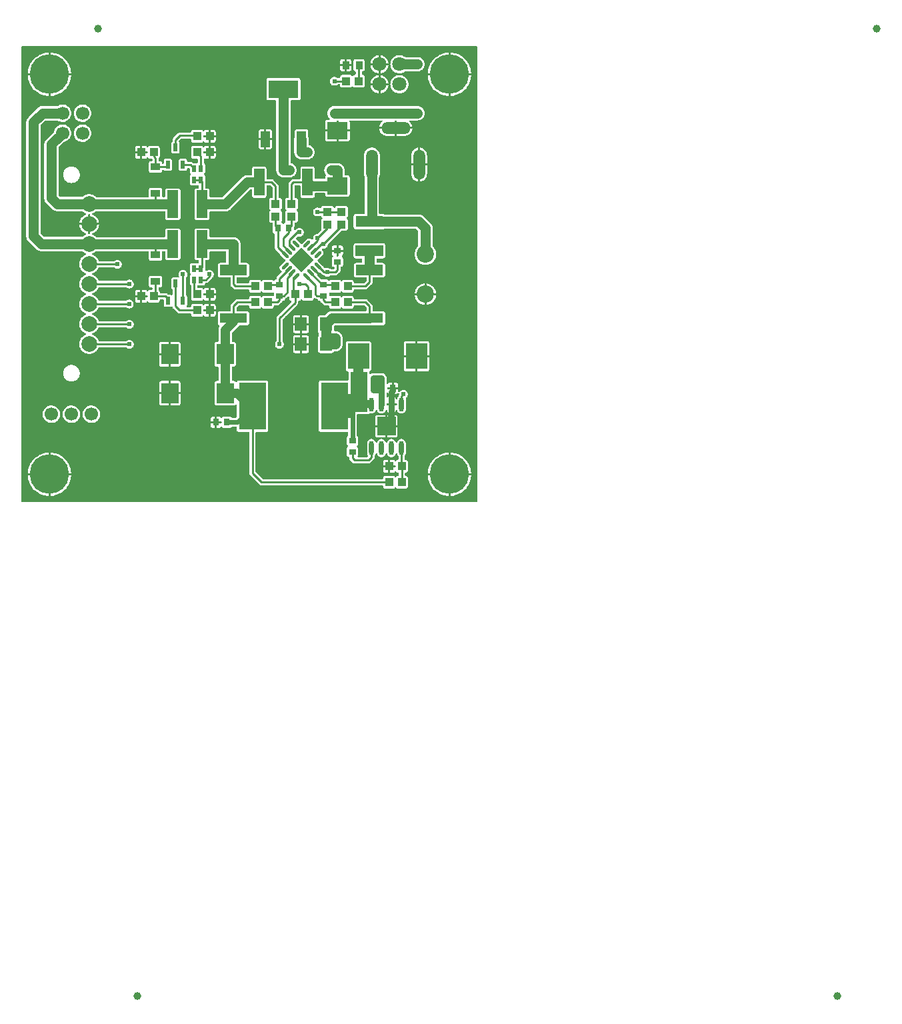
<source format=gtl>
G04 Layer: TopLayer*
G04 Panelize: V-CUT, Column: 2, Row: 2, Board Size: 58.42mm x 58.42mm, Panelized Board Size: 118.84mm x 118.84mm*
G04 EasyEDA v6.5.34, 2023-08-04 19:32:33*
G04 a0606e6caba547089c08a3f75083e84a,5a6b42c53f6a479593ecc07194224c93,10*
G04 Gerber Generator version 0.2*
G04 Scale: 100 percent, Rotated: No, Reflected: No *
G04 Dimensions in millimeters *
G04 leading zeros omitted , absolute positions ,4 integer and 5 decimal *
%FSLAX45Y45*%
%MOMM*%

%AMMACRO1*21,1,$1,$2,0,0,$3*%
%AMMACRO2*1,1,$1,$2,$3*1,1,$1,$4,$5*20,1,$1,$2,$3,$4,$5,0*%
%ADD10C,0.2540*%
%ADD11C,1.3000*%
%ADD12C,0.6000*%
%ADD13C,1.2000*%
%ADD14C,0.8000*%
%ADD15R,0.6000X0.8500*%
%ADD16R,1.0000X1.1000*%
%ADD17R,1.1000X1.0000*%
%ADD18R,0.9000X0.8000*%
%ADD19R,0.8000X0.9000*%
%ADD20O,0.5999988X1.7999964*%
%ADD21MACRO1,2.29X2.29X90.0000*%
%ADD22R,3.5000X6.0000*%
%ADD23R,2.7000X3.3000*%
%ADD24MACRO1,1.728X1.485X90.0000*%
%ADD25MACRO2,0.364X-0.2556X0.2556X0.2556X-0.2556*%
%ADD26MACRO2,0.364X-0.2556X-0.2556X0.2556X0.2556*%
%ADD27MACRO1,2.16X2.16X135.0000*%
%ADD28MACRO1,3.456X1.2825X0.0000*%
%ADD29R,3.4560X1.2825*%
%ADD30MACRO1,3.456X1.2825X90.0000*%
%ADD31MACRO1,2.592X2.2075X90.0000*%
%ADD32MACRO1,2.592X2.2075X0.0000*%
%ADD33R,2.5920X2.2075*%
%ADD34MACRO1,3.4992X1.4067X0.0000*%
%ADD35R,3.4992X1.4067*%
%ADD36MACRO1,3.4992X1.4067X-90.0000*%
%ADD37R,0.5320X1.0375*%
%ADD38R,1.1500X0.9500*%
%ADD39R,0.8999X1.0000*%
%ADD40R,3.8000X2.3000*%
%ADD41R,1.2000X2.0000*%
%ADD42C,1.0000*%
%ADD43O,3.6999926000000003X1.499997*%
%ADD44O,1.499997X3.7999924*%
%ADD45C,2.2000*%
%ADD46C,5.0000*%
%ADD47C,1.8000*%
%ADD48C,2.0000*%
%ADD49C,1.7000*%
%ADD50C,0.6096*%
%ADD51C,0.0116*%

%LPD*%
G36*
X5805932Y25908D02*
G01*
X36068Y26416D01*
X32156Y27178D01*
X28905Y29362D01*
X26670Y32664D01*
X25908Y36576D01*
X25908Y5805932D01*
X26670Y5809843D01*
X28905Y5813094D01*
X32156Y5815330D01*
X36068Y5816092D01*
X5805932Y5816092D01*
X5809843Y5815330D01*
X5813094Y5813094D01*
X5815330Y5809843D01*
X5816092Y5805932D01*
X5816092Y36068D01*
X5815330Y32207D01*
X5813094Y28905D01*
X5809843Y26670D01*
G37*

%LPC*%
G36*
X4584700Y5600700D02*
G01*
X4687112Y5600700D01*
X4686960Y5602528D01*
X4684268Y5616803D01*
X4679746Y5630672D01*
X4673549Y5643829D01*
X4665776Y5656122D01*
X4656480Y5667349D01*
X4645863Y5677306D01*
X4634077Y5685840D01*
X4621326Y5692851D01*
X4607814Y5698236D01*
X4593691Y5701842D01*
X4584700Y5702960D01*
G37*
G36*
X393700Y105562D02*
G01*
X398322Y105664D01*
X421284Y108051D01*
X443992Y112369D01*
X466242Y118618D01*
X487934Y126644D01*
X508812Y136499D01*
X528828Y148031D01*
X547827Y161239D01*
X565607Y175971D01*
X582117Y192125D01*
X597204Y209600D01*
X610819Y228295D01*
X622757Y248107D01*
X633018Y268782D01*
X641553Y290271D01*
X648208Y312369D01*
X653034Y334975D01*
X655929Y357936D01*
X656336Y368300D01*
X393700Y368300D01*
G37*
G36*
X5448300Y105613D02*
G01*
X5448300Y368300D01*
X5185410Y368300D01*
X5187289Y346405D01*
X5191150Y323646D01*
X5196890Y301244D01*
X5204460Y279450D01*
X5213858Y258317D01*
X5224983Y238099D01*
X5237784Y218846D01*
X5252161Y200710D01*
X5267960Y183896D01*
X5285130Y168402D01*
X5303520Y154432D01*
X5323027Y142087D01*
X5343499Y131368D01*
X5364835Y122428D01*
X5386781Y115265D01*
X5409285Y109982D01*
X5432145Y106629D01*
G37*
G36*
X368300Y105613D02*
G01*
X368300Y368300D01*
X105410Y368300D01*
X107289Y346405D01*
X111150Y323646D01*
X116890Y301244D01*
X124460Y279450D01*
X133858Y258317D01*
X144983Y238099D01*
X157784Y218846D01*
X172161Y200710D01*
X187960Y183896D01*
X205130Y168402D01*
X223520Y154432D01*
X243027Y142087D01*
X263499Y131368D01*
X284835Y122428D01*
X306781Y115265D01*
X329285Y109982D01*
X352145Y106629D01*
G37*
G36*
X4645964Y198272D02*
G01*
X4744821Y198272D01*
X4751120Y198983D01*
X4756607Y200914D01*
X4761484Y204012D01*
X4765598Y208076D01*
X4766767Y209956D01*
X4769612Y212902D01*
X4773320Y214528D01*
X4777435Y214528D01*
X4781143Y212902D01*
X4783988Y209956D01*
X4785156Y208076D01*
X4789271Y204012D01*
X4794148Y200914D01*
X4799634Y198983D01*
X4805934Y198272D01*
X4904790Y198272D01*
X4911140Y198983D01*
X4916576Y200914D01*
X4921504Y204012D01*
X4925568Y208076D01*
X4928666Y213004D01*
X4930546Y218440D01*
X4931308Y224790D01*
X4931308Y333603D01*
X4930546Y339953D01*
X4928666Y345389D01*
X4925568Y350316D01*
X4921504Y354380D01*
X4916576Y357479D01*
X4911191Y359359D01*
X4903165Y360172D01*
X4899609Y361188D01*
X4896662Y363423D01*
X4894681Y366623D01*
X4894021Y370281D01*
X4894021Y391312D01*
X4894681Y394970D01*
X4896662Y398170D01*
X4899609Y400405D01*
X4903165Y401421D01*
X4911191Y402234D01*
X4916576Y404114D01*
X4921504Y407212D01*
X4925568Y411276D01*
X4928666Y416204D01*
X4930597Y421640D01*
X4931308Y427990D01*
X4931308Y536803D01*
X4930597Y543153D01*
X4928666Y548589D01*
X4925568Y553516D01*
X4921504Y557580D01*
X4916576Y560679D01*
X4911140Y562610D01*
X4904790Y563321D01*
X4900371Y563321D01*
X4896459Y564083D01*
X4893157Y566267D01*
X4890973Y569569D01*
X4890211Y573481D01*
X4890211Y608838D01*
X4890973Y612698D01*
X4893157Y616000D01*
X4894376Y617220D01*
X4899964Y625195D01*
X4904079Y634034D01*
X4906619Y643432D01*
X4907483Y653592D01*
X4907483Y772718D01*
X4906619Y782828D01*
X4904079Y792276D01*
X4899964Y801065D01*
X4894376Y809040D01*
X4887518Y815949D01*
X4879543Y821537D01*
X4870704Y825652D01*
X4861306Y828141D01*
X4851603Y829005D01*
X4841900Y828141D01*
X4832502Y825652D01*
X4823663Y821537D01*
X4815687Y815949D01*
X4808778Y809040D01*
X4803190Y801065D01*
X4799076Y792276D01*
X4797907Y787806D01*
X4795875Y783945D01*
X4792370Y781253D01*
X4788103Y780288D01*
X4783785Y781253D01*
X4780330Y783945D01*
X4778298Y787806D01*
X4777079Y792276D01*
X4772964Y801065D01*
X4767376Y809040D01*
X4760518Y815949D01*
X4752543Y821537D01*
X4743704Y825652D01*
X4734306Y828141D01*
X4724603Y829005D01*
X4714900Y828141D01*
X4705502Y825652D01*
X4696663Y821537D01*
X4688687Y815949D01*
X4681778Y809040D01*
X4676190Y801065D01*
X4672076Y792276D01*
X4670907Y787806D01*
X4668875Y783945D01*
X4665370Y781253D01*
X4661103Y780288D01*
X4656785Y781253D01*
X4653330Y783945D01*
X4651298Y787806D01*
X4650079Y792276D01*
X4645964Y801065D01*
X4640376Y809040D01*
X4633518Y815949D01*
X4625543Y821537D01*
X4616704Y825652D01*
X4607306Y828141D01*
X4597603Y829005D01*
X4587900Y828141D01*
X4578502Y825652D01*
X4569663Y821537D01*
X4561687Y815949D01*
X4554778Y809040D01*
X4549190Y801065D01*
X4545076Y792276D01*
X4543907Y787806D01*
X4541875Y783945D01*
X4538370Y781253D01*
X4534103Y780288D01*
X4529785Y781253D01*
X4526330Y783945D01*
X4524298Y787806D01*
X4523079Y792276D01*
X4518964Y801065D01*
X4513376Y809040D01*
X4506518Y815949D01*
X4498543Y821537D01*
X4489704Y825652D01*
X4480306Y828141D01*
X4470603Y829005D01*
X4460900Y828141D01*
X4451502Y825652D01*
X4442663Y821537D01*
X4434687Y815949D01*
X4427778Y809040D01*
X4422190Y801065D01*
X4418076Y792276D01*
X4415586Y782828D01*
X4414672Y772718D01*
X4414672Y653592D01*
X4415586Y643432D01*
X4418076Y634034D01*
X4422190Y625195D01*
X4426508Y619099D01*
X4427982Y615899D01*
X4428286Y612394D01*
X4427372Y608939D01*
X4425340Y606094D01*
X4419498Y600202D01*
X4416196Y597966D01*
X4412284Y597204D01*
X4304639Y597204D01*
X4300474Y598119D01*
X4297019Y600659D01*
X4294936Y604469D01*
X4294581Y608736D01*
X4296054Y612749D01*
X4297578Y615188D01*
X4299508Y620674D01*
X4300220Y626973D01*
X4300220Y705815D01*
X4299508Y712165D01*
X4297578Y717600D01*
X4294479Y722528D01*
X4290415Y726592D01*
X4288536Y727811D01*
X4285589Y730605D01*
X4283964Y734364D01*
X4283964Y738428D01*
X4285589Y742188D01*
X4288536Y744982D01*
X4290415Y746201D01*
X4294479Y750265D01*
X4297578Y755192D01*
X4299508Y760628D01*
X4300220Y766978D01*
X4300220Y845819D01*
X4299508Y852119D01*
X4297578Y857605D01*
X4294479Y862482D01*
X4287418Y869137D01*
X4285792Y872134D01*
X4285183Y875487D01*
X4285183Y1132332D01*
X4285996Y1136243D01*
X4288180Y1139494D01*
X4291482Y1141730D01*
X4295343Y1142492D01*
X4419041Y1142492D01*
X4425340Y1143203D01*
X4430826Y1145133D01*
X4435703Y1148181D01*
X4440428Y1152906D01*
X4443374Y1154938D01*
X4446778Y1155852D01*
X4450334Y1155547D01*
X4460900Y1152601D01*
X4470603Y1151788D01*
X4480306Y1152652D01*
X4489704Y1155141D01*
X4498543Y1159256D01*
X4506518Y1164844D01*
X4513376Y1171752D01*
X4518964Y1179728D01*
X4523079Y1188516D01*
X4524298Y1192987D01*
X4526330Y1196848D01*
X4529785Y1199540D01*
X4534103Y1200505D01*
X4538370Y1199540D01*
X4541875Y1196848D01*
X4543907Y1192987D01*
X4545076Y1188516D01*
X4549190Y1179728D01*
X4554778Y1171752D01*
X4561687Y1164844D01*
X4569663Y1159256D01*
X4578502Y1155141D01*
X4587900Y1152652D01*
X4597603Y1151788D01*
X4607306Y1152652D01*
X4616704Y1155141D01*
X4625543Y1159256D01*
X4633518Y1164844D01*
X4640376Y1171752D01*
X4645964Y1179728D01*
X4650079Y1188516D01*
X4651298Y1192987D01*
X4653330Y1196848D01*
X4656785Y1199540D01*
X4661103Y1200505D01*
X4665370Y1199540D01*
X4668875Y1196848D01*
X4670907Y1192987D01*
X4672076Y1188516D01*
X4676190Y1179728D01*
X4681778Y1171752D01*
X4688687Y1164844D01*
X4696663Y1159256D01*
X4705502Y1155141D01*
X4711903Y1153414D01*
X4711903Y1254963D01*
X4673447Y1254963D01*
X4669485Y1255776D01*
X4666132Y1258062D01*
X4663948Y1261516D01*
X4663287Y1265529D01*
X4663490Y1270609D01*
X4664405Y1274368D01*
X4666640Y1277518D01*
X4669840Y1279601D01*
X4673650Y1280363D01*
X4711903Y1280363D01*
X4711903Y1381861D01*
X4705502Y1380134D01*
X4696663Y1376019D01*
X4688738Y1370482D01*
X4680915Y1362506D01*
X4677613Y1360271D01*
X4673701Y1359509D01*
X4669790Y1360271D01*
X4666488Y1362456D01*
X4664252Y1365758D01*
X4663490Y1369669D01*
X4663490Y1408125D01*
X4664354Y1412290D01*
X4666843Y1415694D01*
X4670501Y1417828D01*
X4674717Y1418234D01*
X4678730Y1416964D01*
X4681880Y1414119D01*
X4683302Y1412138D01*
X4687671Y1407769D01*
X4692548Y1404721D01*
X4698034Y1402791D01*
X4704334Y1402080D01*
X4710176Y1402080D01*
X4714240Y1401216D01*
X4714951Y1400759D01*
X4718151Y1402892D01*
X4722063Y1403654D01*
X4727143Y1403654D01*
X4731105Y1402842D01*
X4731105Y1460296D01*
X4679848Y1460296D01*
X4675987Y1461058D01*
X4672685Y1463294D01*
X4670501Y1466545D01*
X4669688Y1470456D01*
X4669688Y1475536D01*
X4670501Y1479448D01*
X4672685Y1482699D01*
X4675987Y1484934D01*
X4679848Y1485696D01*
X4731105Y1485696D01*
X4731105Y1543913D01*
X4704334Y1543913D01*
X4698034Y1543202D01*
X4692548Y1541272D01*
X4687671Y1538224D01*
X4683302Y1533855D01*
X4681880Y1531874D01*
X4678730Y1529029D01*
X4674717Y1527759D01*
X4670501Y1528165D01*
X4666843Y1530299D01*
X4664354Y1533702D01*
X4663490Y1537868D01*
X4663490Y1599590D01*
X4662678Y1610309D01*
X4660239Y1620367D01*
X4656277Y1629918D01*
X4650892Y1638706D01*
X4644186Y1646580D01*
X4636312Y1653286D01*
X4627473Y1658670D01*
X4617923Y1662633D01*
X4607915Y1665071D01*
X4597196Y1665884D01*
X4496409Y1665884D01*
X4485690Y1665071D01*
X4475632Y1662633D01*
X4466082Y1658670D01*
X4461002Y1655572D01*
X4456938Y1654149D01*
X4452670Y1654505D01*
X4448962Y1656588D01*
X4446422Y1660042D01*
X4445508Y1664207D01*
X4445508Y1675841D01*
X4445000Y1680514D01*
X4445457Y1684883D01*
X4447692Y1688642D01*
X4456277Y1694180D01*
X4460341Y1698294D01*
X4463440Y1703171D01*
X4465370Y1708657D01*
X4466082Y1714957D01*
X4466082Y2043836D01*
X4465370Y2050135D01*
X4463440Y2055622D01*
X4460341Y2060498D01*
X4456277Y2064613D01*
X4451350Y2067661D01*
X4445914Y2069592D01*
X4439564Y2070303D01*
X4170730Y2070303D01*
X4164431Y2069592D01*
X4158945Y2067661D01*
X4154068Y2064613D01*
X4149953Y2060498D01*
X4146854Y2055622D01*
X4144975Y2050135D01*
X4144264Y2043836D01*
X4144264Y1714957D01*
X4144975Y1708657D01*
X4146854Y1703171D01*
X4149953Y1698294D01*
X4154068Y1694180D01*
X4158945Y1691132D01*
X4164431Y1689201D01*
X4169003Y1688693D01*
X4172813Y1687474D01*
X4175810Y1684934D01*
X4177639Y1681378D01*
X4177792Y1675841D01*
X4177792Y1580438D01*
X4177029Y1576578D01*
X4174794Y1573276D01*
X4171543Y1571091D01*
X4167632Y1570278D01*
X3826256Y1570278D01*
X3819956Y1569567D01*
X3814470Y1567688D01*
X3809593Y1564589D01*
X3805478Y1560525D01*
X3802430Y1555597D01*
X3800500Y1550162D01*
X3799789Y1543812D01*
X3799789Y944981D01*
X3800500Y938631D01*
X3802430Y933196D01*
X3805478Y928268D01*
X3809593Y924204D01*
X3814470Y921105D01*
X3819956Y919226D01*
X3826256Y918464D01*
X4163212Y918464D01*
X4167124Y917702D01*
X4170426Y915517D01*
X4172610Y912215D01*
X4173372Y908303D01*
X4173372Y875487D01*
X4172813Y872134D01*
X4171187Y869137D01*
X4168190Y866597D01*
X4164076Y862482D01*
X4161028Y857605D01*
X4159097Y852119D01*
X4158386Y845819D01*
X4158386Y766978D01*
X4159097Y760628D01*
X4161028Y755192D01*
X4164076Y750265D01*
X4168190Y746201D01*
X4170070Y744982D01*
X4173016Y742188D01*
X4174591Y738428D01*
X4174591Y734364D01*
X4173016Y730605D01*
X4170070Y727811D01*
X4168190Y726592D01*
X4164076Y722528D01*
X4161028Y717600D01*
X4159097Y712165D01*
X4158386Y705815D01*
X4158386Y626973D01*
X4159097Y620674D01*
X4161028Y615188D01*
X4164076Y610311D01*
X4168190Y606196D01*
X4173067Y603097D01*
X4178554Y601218D01*
X4181652Y600862D01*
X4185208Y599795D01*
X4188104Y597509D01*
X4190034Y594410D01*
X4190695Y590753D01*
X4190695Y584504D01*
X4191457Y576478D01*
X4193641Y569264D01*
X4197248Y562559D01*
X4202328Y556361D01*
X4227017Y531672D01*
X4233265Y526542D01*
X4239920Y522985D01*
X4247184Y520801D01*
X4255211Y519988D01*
X4431995Y519988D01*
X4440021Y520801D01*
X4447235Y522985D01*
X4453890Y526542D01*
X4460138Y531672D01*
X4497527Y569061D01*
X4502658Y575259D01*
X4506214Y581964D01*
X4508398Y589178D01*
X4509211Y597204D01*
X4509211Y608838D01*
X4509973Y612698D01*
X4512157Y616000D01*
X4513376Y617220D01*
X4518964Y625195D01*
X4523079Y634034D01*
X4524298Y638454D01*
X4526330Y642366D01*
X4529785Y645058D01*
X4534103Y645972D01*
X4538370Y645058D01*
X4541875Y642366D01*
X4543907Y638454D01*
X4545076Y634034D01*
X4549190Y625195D01*
X4554778Y617220D01*
X4561687Y610362D01*
X4569663Y604774D01*
X4578502Y600659D01*
X4587900Y598119D01*
X4597603Y597255D01*
X4607306Y598119D01*
X4616704Y600659D01*
X4625543Y604774D01*
X4633518Y610362D01*
X4640376Y617220D01*
X4645964Y625195D01*
X4650079Y634034D01*
X4651298Y638454D01*
X4653330Y642366D01*
X4656785Y645058D01*
X4661103Y645972D01*
X4665370Y645058D01*
X4668875Y642366D01*
X4670907Y638454D01*
X4672076Y634034D01*
X4676190Y625195D01*
X4681778Y617220D01*
X4688687Y610362D01*
X4696663Y604774D01*
X4705502Y600659D01*
X4714900Y598119D01*
X4724603Y597255D01*
X4734306Y598119D01*
X4743704Y600659D01*
X4752543Y604774D01*
X4760518Y610362D01*
X4767376Y617220D01*
X4772964Y625195D01*
X4777079Y634034D01*
X4778298Y638454D01*
X4780330Y642366D01*
X4783785Y645058D01*
X4788103Y645972D01*
X4792370Y645058D01*
X4795875Y642366D01*
X4797907Y638454D01*
X4799076Y634034D01*
X4803190Y625195D01*
X4808778Y617220D01*
X4809998Y616000D01*
X4812233Y612698D01*
X4812995Y608838D01*
X4812995Y573176D01*
X4812334Y569569D01*
X4810404Y566420D01*
X4807508Y564134D01*
X4803952Y563067D01*
X4799634Y562610D01*
X4794148Y560679D01*
X4789271Y557580D01*
X4785156Y553516D01*
X4783988Y551637D01*
X4781143Y548690D01*
X4777435Y547065D01*
X4773320Y547065D01*
X4769612Y548690D01*
X4766767Y551637D01*
X4765598Y553516D01*
X4761484Y557580D01*
X4756607Y560679D01*
X4751120Y562610D01*
X4744821Y563321D01*
X4708093Y563321D01*
X4708093Y495096D01*
X4769307Y495096D01*
X4773218Y494334D01*
X4776470Y492099D01*
X4778705Y488848D01*
X4779467Y484936D01*
X4779467Y479856D01*
X4778705Y475945D01*
X4776470Y472693D01*
X4773218Y470458D01*
X4769307Y469696D01*
X4708093Y469696D01*
X4708093Y401472D01*
X4744821Y401472D01*
X4751120Y402183D01*
X4756607Y404114D01*
X4761484Y407212D01*
X4765598Y411276D01*
X4766767Y413156D01*
X4769612Y416102D01*
X4773320Y417728D01*
X4777435Y417728D01*
X4781143Y416102D01*
X4783988Y413156D01*
X4785156Y411276D01*
X4789271Y407212D01*
X4794148Y404114D01*
X4799533Y402234D01*
X4807610Y401421D01*
X4811217Y400405D01*
X4814163Y398170D01*
X4816094Y394970D01*
X4816805Y391312D01*
X4816805Y370281D01*
X4816094Y366623D01*
X4814163Y363423D01*
X4811217Y361188D01*
X4807610Y360172D01*
X4799533Y359359D01*
X4794148Y357479D01*
X4789271Y354380D01*
X4785156Y350316D01*
X4783988Y348437D01*
X4781143Y345490D01*
X4777435Y343865D01*
X4773320Y343865D01*
X4769612Y345490D01*
X4766767Y348437D01*
X4765598Y350316D01*
X4761484Y354380D01*
X4756607Y357479D01*
X4751120Y359410D01*
X4744821Y360121D01*
X4645964Y360121D01*
X4639614Y359410D01*
X4634179Y357479D01*
X4629251Y354380D01*
X4625187Y350316D01*
X4622088Y345389D01*
X4620209Y339953D01*
X4619498Y333603D01*
X4619498Y327964D01*
X4618685Y324104D01*
X4616500Y320802D01*
X4613198Y318566D01*
X4609338Y317804D01*
X3093770Y317804D01*
X3089910Y318566D01*
X3086608Y320802D01*
X3000857Y406501D01*
X2998673Y409803D01*
X2997911Y413715D01*
X2997911Y908303D01*
X2998673Y912215D01*
X3000857Y915517D01*
X3004159Y917702D01*
X3008071Y918464D01*
X3133699Y918464D01*
X3140049Y919226D01*
X3145485Y921105D01*
X3150412Y924204D01*
X3154476Y928268D01*
X3157575Y933196D01*
X3159506Y938631D01*
X3160217Y944981D01*
X3160217Y1543812D01*
X3159506Y1550162D01*
X3157575Y1555597D01*
X3154476Y1560525D01*
X3150412Y1564589D01*
X3145485Y1567688D01*
X3140049Y1569567D01*
X3133699Y1570278D01*
X2784856Y1570278D01*
X2778556Y1569567D01*
X2773070Y1567688D01*
X2768193Y1564589D01*
X2764078Y1560525D01*
X2760421Y1554632D01*
X2757830Y1551838D01*
X2754376Y1550212D01*
X2750616Y1549958D01*
X2747010Y1551076D01*
X2742996Y1554683D01*
X2738424Y1559306D01*
X2733497Y1562404D01*
X2728061Y1564284D01*
X2721711Y1564995D01*
X2707995Y1564995D01*
X2704084Y1565757D01*
X2700832Y1567992D01*
X2698597Y1571294D01*
X2697835Y1575155D01*
X2697835Y1739138D01*
X2698597Y1742998D01*
X2700832Y1746300D01*
X2704084Y1748536D01*
X2707995Y1749298D01*
X2721711Y1749298D01*
X2728061Y1750009D01*
X2733497Y1751888D01*
X2738424Y1754987D01*
X2742488Y1759102D01*
X2745587Y1763979D01*
X2747518Y1769465D01*
X2748229Y1775764D01*
X2748229Y2033828D01*
X2747518Y2040128D01*
X2745587Y2045614D01*
X2742488Y2050491D01*
X2738424Y2054606D01*
X2733497Y2057704D01*
X2728061Y2059584D01*
X2721711Y2060295D01*
X2707995Y2060295D01*
X2704134Y2061057D01*
X2700832Y2063292D01*
X2698597Y2066594D01*
X2697835Y2070455D01*
X2697835Y2170023D01*
X2698597Y2173884D01*
X2700832Y2177186D01*
X2778404Y2254808D01*
X2782620Y2259279D01*
X2787954Y2266340D01*
X2790190Y2268474D01*
X2792984Y2269845D01*
X2796032Y2270353D01*
X2890012Y2270353D01*
X2896362Y2271064D01*
X2901797Y2272944D01*
X2906725Y2276043D01*
X2910789Y2280107D01*
X2913888Y2285034D01*
X2915767Y2290470D01*
X2916478Y2296820D01*
X2916478Y2423922D01*
X2915767Y2430221D01*
X2913888Y2435707D01*
X2910789Y2440584D01*
X2906725Y2444699D01*
X2901797Y2447798D01*
X2896362Y2449677D01*
X2890012Y2450388D01*
X2766568Y2450388D01*
X2762656Y2451150D01*
X2759405Y2453386D01*
X2757170Y2456688D01*
X2756408Y2460548D01*
X2756408Y2494381D01*
X2757170Y2498293D01*
X2759405Y2501595D01*
X2781604Y2523794D01*
X2784906Y2526030D01*
X2788818Y2526792D01*
X2907334Y2526792D01*
X2911195Y2526030D01*
X2914497Y2523794D01*
X2916732Y2520492D01*
X2917494Y2516632D01*
X2917494Y2510942D01*
X2918206Y2504643D01*
X2920136Y2499156D01*
X2923184Y2494280D01*
X2927299Y2490165D01*
X2932176Y2487117D01*
X2937662Y2485186D01*
X2943961Y2484475D01*
X3042818Y2484475D01*
X3049168Y2485186D01*
X3054604Y2487117D01*
X3059531Y2490165D01*
X3063595Y2494280D01*
X3064814Y2496159D01*
X3067608Y2499106D01*
X3071368Y2500731D01*
X3075432Y2500731D01*
X3079191Y2499106D01*
X3081985Y2496159D01*
X3083204Y2494280D01*
X3087268Y2490165D01*
X3092196Y2487117D01*
X3097631Y2485186D01*
X3103981Y2484475D01*
X3202838Y2484475D01*
X3209137Y2485186D01*
X3214624Y2487117D01*
X3219500Y2490165D01*
X3223615Y2494280D01*
X3226663Y2499156D01*
X3228594Y2504643D01*
X3229305Y2510942D01*
X3229305Y2516632D01*
X3230067Y2520543D01*
X3232251Y2523794D01*
X3235553Y2526030D01*
X3239465Y2526792D01*
X3276092Y2526792D01*
X3284118Y2527604D01*
X3291332Y2529789D01*
X3298037Y2533345D01*
X3304235Y2538476D01*
X3328924Y2563164D01*
X3334054Y2569362D01*
X3337864Y2576525D01*
X3339846Y2579116D01*
X3342589Y2580944D01*
X3345738Y2581808D01*
X3352749Y2582621D01*
X3358184Y2584500D01*
X3363112Y2587599D01*
X3367176Y2591714D01*
X3370275Y2596591D01*
X3372205Y2602026D01*
X3372713Y2606598D01*
X3373577Y2609697D01*
X3375406Y2612440D01*
X3377996Y2614422D01*
X3380333Y2615641D01*
X3386531Y2620772D01*
X3408121Y2642362D01*
X3411423Y2644546D01*
X3415334Y2645308D01*
X3419195Y2644546D01*
X3422497Y2642362D01*
X3424732Y2639060D01*
X3425494Y2635148D01*
X3425494Y2612542D01*
X3426206Y2606243D01*
X3428085Y2600756D01*
X3431184Y2595880D01*
X3435299Y2591765D01*
X3440176Y2588717D01*
X3445662Y2586786D01*
X3448354Y2586482D01*
X3451961Y2585364D01*
X3454908Y2583027D01*
X3456838Y2579776D01*
X3457397Y2576017D01*
X3456533Y2572308D01*
X3454400Y2569210D01*
X3275076Y2389835D01*
X3269945Y2383637D01*
X3266389Y2376932D01*
X3264204Y2369718D01*
X3263392Y2361692D01*
X3263392Y2077008D01*
X3262629Y2073097D01*
X3260394Y2069795D01*
X3258820Y2068220D01*
X3253181Y2060193D01*
X3249066Y2051253D01*
X3246475Y2041804D01*
X3245662Y2032000D01*
X3246475Y2022195D01*
X3249066Y2012746D01*
X3253181Y2003806D01*
X3258820Y1995779D01*
X3265779Y1988820D01*
X3273806Y1983181D01*
X3282696Y1979066D01*
X3292195Y1976526D01*
X3302000Y1975662D01*
X3311753Y1976526D01*
X3321253Y1979066D01*
X3330143Y1983181D01*
X3338220Y1988820D01*
X3345179Y1995779D01*
X3350768Y2003806D01*
X3354933Y2012746D01*
X3357473Y2022195D01*
X3358337Y2032000D01*
X3357473Y2041804D01*
X3354933Y2051253D01*
X3350768Y2060193D01*
X3345179Y2068220D01*
X3343605Y2069795D01*
X3341370Y2073097D01*
X3340608Y2076957D01*
X3340608Y2341981D01*
X3341370Y2345893D01*
X3343605Y2349195D01*
X3528364Y2533954D01*
X3533444Y2540152D01*
X3537000Y2546858D01*
X3539236Y2554071D01*
X3539998Y2562098D01*
X3539998Y2575915D01*
X3540658Y2579573D01*
X3542639Y2582773D01*
X3545586Y2585008D01*
X3549192Y2586024D01*
X3557219Y2586837D01*
X3562604Y2588717D01*
X3567480Y2591765D01*
X3571595Y2595880D01*
X3572764Y2597759D01*
X3575608Y2600706D01*
X3579368Y2602331D01*
X3583432Y2602331D01*
X3587191Y2600706D01*
X3589985Y2597759D01*
X3591153Y2595880D01*
X3595268Y2591765D01*
X3600145Y2588717D01*
X3605631Y2586786D01*
X3611930Y2586075D01*
X3710787Y2586075D01*
X3717137Y2586786D01*
X3722573Y2588717D01*
X3727500Y2591765D01*
X3731564Y2595880D01*
X3734663Y2600756D01*
X3736594Y2606243D01*
X3737203Y2611678D01*
X3738575Y2615793D01*
X3741521Y2618892D01*
X3745534Y2620568D01*
X3749852Y2620365D01*
X3753713Y2618384D01*
X3757066Y2615641D01*
X3763772Y2612085D01*
X3770985Y2609900D01*
X3779012Y2609088D01*
X3780942Y2609088D01*
X3785006Y2608224D01*
X3788359Y2605836D01*
X3790492Y2602280D01*
X3792524Y2596591D01*
X3795572Y2591714D01*
X3799687Y2587599D01*
X3804564Y2584500D01*
X3810050Y2582621D01*
X3816908Y2581808D01*
X3820007Y2580995D01*
X3822700Y2579166D01*
X3824681Y2576677D01*
X3828694Y2569413D01*
X3833825Y2563164D01*
X3858514Y2538476D01*
X3864762Y2533345D01*
X3871417Y2529789D01*
X3878681Y2527604D01*
X3886708Y2526792D01*
X3923334Y2526792D01*
X3927195Y2526030D01*
X3930497Y2523794D01*
X3932732Y2520543D01*
X3933494Y2516632D01*
X3933494Y2510942D01*
X3934206Y2504643D01*
X3936085Y2499156D01*
X3939184Y2494280D01*
X3943299Y2490165D01*
X3948176Y2487117D01*
X3953662Y2485186D01*
X3959961Y2484475D01*
X4058818Y2484475D01*
X4065168Y2485186D01*
X4070604Y2487117D01*
X4075531Y2490165D01*
X4079595Y2494280D01*
X4080764Y2496159D01*
X4083608Y2499106D01*
X4087368Y2500731D01*
X4091432Y2500731D01*
X4095191Y2499106D01*
X4097985Y2496159D01*
X4099204Y2494280D01*
X4103268Y2490165D01*
X4108196Y2487117D01*
X4113631Y2485186D01*
X4119930Y2484475D01*
X4218838Y2484475D01*
X4225137Y2485186D01*
X4230573Y2487117D01*
X4235500Y2490165D01*
X4239564Y2494280D01*
X4242663Y2499156D01*
X4244594Y2504643D01*
X4245305Y2510942D01*
X4245305Y2516632D01*
X4246067Y2520492D01*
X4248251Y2523794D01*
X4251553Y2526030D01*
X4255465Y2526792D01*
X4373981Y2526792D01*
X4377893Y2526030D01*
X4381195Y2523794D01*
X4403394Y2501595D01*
X4405630Y2498293D01*
X4406392Y2494381D01*
X4406392Y2461514D01*
X4405630Y2457602D01*
X4403394Y2454300D01*
X4400143Y2452116D01*
X4396232Y2451354D01*
X3967734Y2451354D01*
X3958031Y2450846D01*
X3945788Y2448712D01*
X3943146Y2448001D01*
X3931412Y2443886D01*
X3920388Y2438196D01*
X3912412Y2432761D01*
X3910228Y2431034D01*
X3903014Y2424531D01*
X3879748Y2401265D01*
X3876497Y2399080D01*
X3872585Y2398318D01*
X3819347Y2398318D01*
X3813048Y2397607D01*
X3807561Y2395677D01*
X3802684Y2392578D01*
X3798570Y2388514D01*
X3795522Y2383586D01*
X3793591Y2378151D01*
X3792880Y2371801D01*
X3792880Y2200148D01*
X3793591Y2193848D01*
X3795522Y2188362D01*
X3801364Y2179624D01*
X3802126Y2175713D01*
X3802126Y2142236D01*
X3801364Y2138375D01*
X3798570Y2134514D01*
X3795522Y2129586D01*
X3793591Y2124151D01*
X3792880Y2117801D01*
X3792880Y1946148D01*
X3793591Y1939848D01*
X3795522Y1934362D01*
X3798570Y1929485D01*
X3802684Y1925370D01*
X3807561Y1922322D01*
X3813048Y1920392D01*
X3819347Y1919681D01*
X3966718Y1919681D01*
X3973068Y1920392D01*
X3978503Y1922322D01*
X3983431Y1925370D01*
X3987495Y1929485D01*
X3992727Y1937867D01*
X3996080Y1940255D01*
X4000144Y1941068D01*
X4012996Y1941068D01*
X4019397Y1941322D01*
X4025544Y1941931D01*
X4031691Y1942998D01*
X4037736Y1944471D01*
X4043629Y1946351D01*
X4049420Y1948637D01*
X4055008Y1951278D01*
X4060444Y1954326D01*
X4065625Y1957730D01*
X4070553Y1961489D01*
X4075226Y1965553D01*
X4079646Y1969973D01*
X4083710Y1974646D01*
X4087469Y1979574D01*
X4090873Y1984756D01*
X4093921Y1990191D01*
X4096562Y1995779D01*
X4098848Y2001570D01*
X4100728Y2007463D01*
X4102201Y2013508D01*
X4103268Y2019604D01*
X4103878Y2025802D01*
X4104132Y2032203D01*
X4104132Y2108047D01*
X4103878Y2114397D01*
X4103268Y2120595D01*
X4102201Y2126691D01*
X4100728Y2132736D01*
X4098848Y2138629D01*
X4096562Y2144420D01*
X4093921Y2150008D01*
X4090873Y2155444D01*
X4087469Y2160625D01*
X4083710Y2165553D01*
X4079646Y2170226D01*
X4075226Y2174646D01*
X4070553Y2178710D01*
X4065625Y2182469D01*
X4060444Y2185873D01*
X4055008Y2188921D01*
X4049420Y2191562D01*
X4043629Y2193848D01*
X4037736Y2195728D01*
X4031691Y2197201D01*
X4025595Y2198268D01*
X4019397Y2198878D01*
X4013047Y2199132D01*
X4003344Y2199132D01*
X3999484Y2199894D01*
X3996182Y2202078D01*
X3993997Y2205380D01*
X3993184Y2209292D01*
X3993184Y2253386D01*
X3993997Y2257247D01*
X3996182Y2260549D01*
X4002176Y2266543D01*
X4005478Y2268728D01*
X4009339Y2269490D01*
X4444644Y2269490D01*
X4456988Y2270353D01*
X4617212Y2270353D01*
X4623562Y2271064D01*
X4628997Y2272944D01*
X4633925Y2276043D01*
X4637989Y2280107D01*
X4641088Y2285034D01*
X4642967Y2290470D01*
X4643678Y2296820D01*
X4643678Y2423922D01*
X4642967Y2430221D01*
X4641088Y2435707D01*
X4637989Y2440584D01*
X4633925Y2444699D01*
X4628997Y2447798D01*
X4623562Y2449677D01*
X4617212Y2450388D01*
X4493768Y2450388D01*
X4489856Y2451150D01*
X4486605Y2453386D01*
X4484370Y2456688D01*
X4483608Y2460548D01*
X4483608Y2514092D01*
X4482795Y2522118D01*
X4480610Y2529332D01*
X4477054Y2535986D01*
X4471924Y2542235D01*
X4421835Y2592324D01*
X4415637Y2597454D01*
X4408932Y2601010D01*
X4401718Y2603195D01*
X4393692Y2604008D01*
X4255465Y2604008D01*
X4251553Y2604770D01*
X4248251Y2607005D01*
X4246067Y2610256D01*
X4245305Y2614168D01*
X4245305Y2619806D01*
X4244594Y2626156D01*
X4242663Y2631592D01*
X4239564Y2636520D01*
X4235500Y2640584D01*
X4230573Y2643682D01*
X4225137Y2645613D01*
X4218838Y2646324D01*
X4119930Y2646324D01*
X4113631Y2645613D01*
X4108196Y2643682D01*
X4103268Y2640584D01*
X4099204Y2636520D01*
X4097985Y2634640D01*
X4095191Y2631694D01*
X4091432Y2630068D01*
X4087368Y2630068D01*
X4083608Y2631694D01*
X4080764Y2634640D01*
X4079595Y2636520D01*
X4075531Y2640584D01*
X4070604Y2643682D01*
X4065168Y2645613D01*
X4058818Y2646324D01*
X3959961Y2646324D01*
X3953662Y2645613D01*
X3948176Y2643682D01*
X3943197Y2641650D01*
X3938930Y2641955D01*
X3935171Y2644038D01*
X3932631Y2647492D01*
X3931716Y2651709D01*
X3931716Y2682290D01*
X3932631Y2686507D01*
X3935171Y2689910D01*
X3938930Y2691993D01*
X3943197Y2692349D01*
X3948176Y2690317D01*
X3953662Y2688386D01*
X3959961Y2687675D01*
X4058818Y2687675D01*
X4065168Y2688386D01*
X4070604Y2690317D01*
X4075480Y2693365D01*
X4079595Y2697480D01*
X4080764Y2699359D01*
X4083608Y2702306D01*
X4087368Y2703931D01*
X4091432Y2703931D01*
X4095191Y2702306D01*
X4097985Y2699359D01*
X4099153Y2697480D01*
X4103268Y2693365D01*
X4108145Y2690317D01*
X4113631Y2688386D01*
X4119930Y2687675D01*
X4218787Y2687675D01*
X4225137Y2688386D01*
X4230573Y2690317D01*
X4235500Y2693365D01*
X4239564Y2697480D01*
X4242663Y2702356D01*
X4244594Y2707843D01*
X4245305Y2714142D01*
X4245305Y2719832D01*
X4246067Y2723692D01*
X4248251Y2726994D01*
X4251553Y2729230D01*
X4255465Y2729992D01*
X4393692Y2729992D01*
X4401718Y2730754D01*
X4408932Y2732989D01*
X4415637Y2736545D01*
X4421835Y2741625D01*
X4471924Y2791764D01*
X4477054Y2797962D01*
X4480610Y2804668D01*
X4482795Y2811881D01*
X4483608Y2819908D01*
X4483608Y2873451D01*
X4484370Y2877312D01*
X4486605Y2880614D01*
X4489856Y2882798D01*
X4493768Y2883611D01*
X4617212Y2883611D01*
X4623562Y2884322D01*
X4628997Y2886202D01*
X4633925Y2889300D01*
X4637989Y2893364D01*
X4641088Y2898292D01*
X4642967Y2903728D01*
X4643678Y2910078D01*
X4643678Y3037179D01*
X4642967Y3043478D01*
X4641088Y3048965D01*
X4637989Y3053842D01*
X4633925Y3057956D01*
X4628997Y3061055D01*
X4623562Y3062935D01*
X4617212Y3063646D01*
X4546092Y3063646D01*
X4542180Y3064408D01*
X4538878Y3066643D01*
X4536694Y3069945D01*
X4535932Y3073806D01*
X4535932Y3111855D01*
X4536694Y3115767D01*
X4538878Y3119018D01*
X4542180Y3121253D01*
X4546092Y3122015D01*
X4619396Y3122015D01*
X4625695Y3122726D01*
X4631182Y3124657D01*
X4636058Y3127705D01*
X4640173Y3131820D01*
X4643221Y3136696D01*
X4645152Y3142183D01*
X4645863Y3148482D01*
X4645863Y3288029D01*
X4645152Y3294329D01*
X4643221Y3299815D01*
X4640173Y3304692D01*
X4636058Y3308807D01*
X4631182Y3311855D01*
X4625695Y3313785D01*
X4619396Y3314496D01*
X4270603Y3314496D01*
X4264304Y3313785D01*
X4258818Y3311855D01*
X4253941Y3308807D01*
X4249826Y3304692D01*
X4246727Y3299815D01*
X4244848Y3294329D01*
X4244136Y3288029D01*
X4244136Y3148482D01*
X4244848Y3142183D01*
X4246727Y3136696D01*
X4249826Y3131820D01*
X4253941Y3127705D01*
X4258818Y3124657D01*
X4264304Y3122726D01*
X4270603Y3122015D01*
X4343908Y3122015D01*
X4347819Y3121253D01*
X4351121Y3119018D01*
X4353306Y3115767D01*
X4354068Y3111855D01*
X4354068Y3073806D01*
X4353306Y3069945D01*
X4351121Y3066643D01*
X4347819Y3064408D01*
X4343908Y3063646D01*
X4272788Y3063646D01*
X4266438Y3062935D01*
X4261002Y3061055D01*
X4256074Y3057956D01*
X4252010Y3053842D01*
X4248912Y3048965D01*
X4246981Y3043478D01*
X4246270Y3037179D01*
X4246270Y2910078D01*
X4246981Y2903728D01*
X4248912Y2898292D01*
X4252010Y2893364D01*
X4256074Y2889300D01*
X4261002Y2886202D01*
X4266438Y2884322D01*
X4272788Y2883611D01*
X4396232Y2883611D01*
X4400143Y2882798D01*
X4403394Y2880614D01*
X4405630Y2877312D01*
X4406392Y2873451D01*
X4406392Y2839618D01*
X4405630Y2835706D01*
X4403394Y2832404D01*
X4381195Y2810154D01*
X4377893Y2807970D01*
X4373981Y2807208D01*
X4255465Y2807208D01*
X4251553Y2807970D01*
X4248251Y2810205D01*
X4246067Y2813456D01*
X4245305Y2817368D01*
X4245305Y2823006D01*
X4244594Y2829356D01*
X4242663Y2834792D01*
X4239564Y2839720D01*
X4235500Y2843784D01*
X4230573Y2846882D01*
X4225137Y2848813D01*
X4218787Y2849524D01*
X4119930Y2849524D01*
X4113631Y2848813D01*
X4108145Y2846882D01*
X4103268Y2843784D01*
X4099153Y2839720D01*
X4097985Y2837840D01*
X4095191Y2834894D01*
X4091432Y2833268D01*
X4087368Y2833268D01*
X4083608Y2834894D01*
X4080764Y2837840D01*
X4079595Y2839720D01*
X4075480Y2843784D01*
X4070604Y2846882D01*
X4065168Y2848813D01*
X4058818Y2849524D01*
X3959961Y2849524D01*
X3953662Y2848813D01*
X3948176Y2846882D01*
X3943299Y2843784D01*
X3941724Y2842209D01*
X3937914Y2839821D01*
X3933444Y2839313D01*
X3929227Y2840736D01*
X3921912Y2848000D01*
X3916984Y2851048D01*
X3911549Y2852978D01*
X3905199Y2853690D01*
X3839362Y2853690D01*
X3835450Y2854452D01*
X3832148Y2856687D01*
X3786987Y2901848D01*
X3784803Y2905099D01*
X3784041Y2908909D01*
X3784752Y2912770D01*
X3786886Y2916072D01*
X3789984Y2918206D01*
X3743451Y2964738D01*
X3740251Y2963367D01*
X3736797Y2963062D01*
X3733444Y2964027D01*
X3730599Y2966008D01*
X3726992Y2969615D01*
X3725011Y2972460D01*
X3724046Y2975813D01*
X3724351Y2979267D01*
X3725722Y2982468D01*
X3697274Y3010916D01*
X3695039Y3014218D01*
X3694277Y3018129D01*
X3695039Y3021990D01*
X3697274Y3025292D01*
X3700830Y3028899D01*
X3704132Y3031083D01*
X3708044Y3031845D01*
X3711905Y3031083D01*
X3715207Y3028899D01*
X3743706Y3000400D01*
X3746855Y3001822D01*
X3750360Y3002076D01*
X3753713Y3001162D01*
X3756558Y2999130D01*
X3760114Y2995574D01*
X3762146Y2992729D01*
X3763060Y2989376D01*
X3762806Y2985871D01*
X3761384Y2982722D01*
X3807917Y2936189D01*
X3810101Y2939288D01*
X3813403Y2941421D01*
X3817213Y2942132D01*
X3821074Y2941320D01*
X3824325Y2939135D01*
X3844036Y2919425D01*
X3850284Y2914345D01*
X3856939Y2910789D01*
X3864152Y2908554D01*
X3867048Y2908300D01*
X3870401Y2907385D01*
X3873246Y2905353D01*
X3875379Y2903220D01*
X3883406Y2897581D01*
X3892296Y2893466D01*
X3901795Y2890926D01*
X3911600Y2890062D01*
X3921353Y2890926D01*
X3930853Y2893466D01*
X3939743Y2897581D01*
X3947820Y2903220D01*
X3949395Y2904794D01*
X3952697Y2907030D01*
X3956558Y2907792D01*
X4012692Y2907792D01*
X4020718Y2908554D01*
X4027932Y2910789D01*
X4034586Y2914345D01*
X4040835Y2919425D01*
X4065524Y2944164D01*
X4070654Y2950362D01*
X4074210Y2957068D01*
X4076395Y2964281D01*
X4077208Y2972308D01*
X4077208Y3003956D01*
X4077868Y3007563D01*
X4079798Y3010712D01*
X4082694Y3012998D01*
X4086250Y3014065D01*
X4089349Y3014421D01*
X4094784Y3016300D01*
X4099712Y3019399D01*
X4103776Y3023514D01*
X4106875Y3028391D01*
X4108805Y3033826D01*
X4109516Y3040176D01*
X4109516Y3119018D01*
X4108805Y3125368D01*
X4106875Y3130804D01*
X4103776Y3135731D01*
X4099712Y3139795D01*
X4097832Y3141014D01*
X4094886Y3143808D01*
X4093260Y3147568D01*
X4093260Y3151632D01*
X4094886Y3155391D01*
X4097832Y3158185D01*
X4099712Y3159353D01*
X4103776Y3163468D01*
X4106875Y3168345D01*
X4108805Y3173831D01*
X4109516Y3180130D01*
X4109516Y3206902D01*
X4051300Y3206902D01*
X4051300Y3155645D01*
X4050537Y3151784D01*
X4048302Y3148482D01*
X4045000Y3146298D01*
X4041140Y3145485D01*
X4036060Y3145485D01*
X4032148Y3146298D01*
X4028846Y3148482D01*
X4026662Y3151784D01*
X4025900Y3155645D01*
X4025900Y3206902D01*
X3967683Y3206902D01*
X3967683Y3180130D01*
X3968394Y3173831D01*
X3970324Y3168345D01*
X3973372Y3163468D01*
X3977487Y3159353D01*
X3979367Y3158185D01*
X3982313Y3155391D01*
X3983888Y3151632D01*
X3983888Y3147568D01*
X3982313Y3143808D01*
X3979367Y3141014D01*
X3977487Y3139795D01*
X3973372Y3135731D01*
X3970324Y3130804D01*
X3968394Y3125368D01*
X3967683Y3119018D01*
X3967683Y3040176D01*
X3968394Y3033826D01*
X3970324Y3028391D01*
X3973372Y3023514D01*
X3977487Y3019399D01*
X3982364Y3016300D01*
X3987850Y3014421D01*
X3990949Y3014065D01*
X3994505Y3012998D01*
X3997401Y3010712D01*
X3999331Y3007563D01*
X3999992Y3003956D01*
X3999992Y2995168D01*
X3999229Y2991256D01*
X3996994Y2987954D01*
X3993743Y2985770D01*
X3989832Y2985008D01*
X3956558Y2985008D01*
X3952697Y2985770D01*
X3949395Y2987954D01*
X3947820Y2989580D01*
X3939743Y2995218D01*
X3930853Y2999333D01*
X3921353Y3001873D01*
X3911600Y3002737D01*
X3901795Y3001873D01*
X3892296Y2999333D01*
X3885844Y2996336D01*
X3881831Y2995371D01*
X3877767Y2996082D01*
X3874363Y2998317D01*
X3858869Y3013811D01*
X3856431Y3017774D01*
X3855415Y3020771D01*
X3851452Y3027883D01*
X3845966Y3034487D01*
X3795471Y3084982D01*
X3788257Y3090976D01*
X3785514Y3094482D01*
X3784600Y3098800D01*
X3785514Y3103118D01*
X3788257Y3106623D01*
X3795471Y3112617D01*
X3845966Y3163062D01*
X3851452Y3169716D01*
X3855415Y3176828D01*
X3858006Y3184499D01*
X3859123Y3192576D01*
X3858717Y3200704D01*
X3856888Y3208629D01*
X3853586Y3216046D01*
X3849014Y3222752D01*
X3842512Y3229203D01*
X3840226Y3232658D01*
X3839514Y3236722D01*
X3840479Y3240684D01*
X3842918Y3243986D01*
X3846474Y3246069D01*
X3850538Y3246526D01*
X3860800Y3245662D01*
X3870553Y3246475D01*
X3880053Y3249066D01*
X3888943Y3253181D01*
X3897020Y3258820D01*
X3903979Y3265779D01*
X3909568Y3273806D01*
X3913733Y3282696D01*
X3916273Y3292195D01*
X3916984Y3300222D01*
X3917899Y3303625D01*
X3919931Y3306521D01*
X4086504Y3473145D01*
X4089806Y3475329D01*
X4093718Y3476091D01*
X4143806Y3476091D01*
X4150156Y3476802D01*
X4155592Y3478733D01*
X4160520Y3481781D01*
X4164584Y3485896D01*
X4167682Y3490772D01*
X4169613Y3496259D01*
X4170324Y3502558D01*
X4170324Y3601415D01*
X4169613Y3607765D01*
X4167682Y3613200D01*
X4164584Y3618128D01*
X4160520Y3622192D01*
X4158640Y3623411D01*
X4155694Y3626205D01*
X4154068Y3629964D01*
X4154068Y3634028D01*
X4155694Y3637787D01*
X4158640Y3640582D01*
X4160520Y3641801D01*
X4164584Y3645865D01*
X4167682Y3650792D01*
X4169613Y3656228D01*
X4170324Y3662578D01*
X4170324Y3761435D01*
X4169613Y3767734D01*
X4167682Y3773220D01*
X4164584Y3778097D01*
X4160520Y3782212D01*
X4155592Y3785260D01*
X4150156Y3787190D01*
X4143806Y3787901D01*
X4034942Y3787901D01*
X4028643Y3787190D01*
X4023156Y3785260D01*
X4018279Y3782212D01*
X4014165Y3778097D01*
X4011117Y3773220D01*
X4010101Y3770274D01*
X4007916Y3766718D01*
X4004564Y3764330D01*
X4000500Y3763467D01*
X3996436Y3764330D01*
X3993032Y3766718D01*
X3990898Y3770274D01*
X3989882Y3773220D01*
X3986784Y3778097D01*
X3982720Y3782212D01*
X3977792Y3785260D01*
X3972356Y3787190D01*
X3966006Y3787901D01*
X3857142Y3787901D01*
X3850843Y3787190D01*
X3845356Y3785260D01*
X3840479Y3782212D01*
X3836365Y3778097D01*
X3833317Y3773220D01*
X3831386Y3767734D01*
X3829913Y3762451D01*
X3827119Y3759352D01*
X3823360Y3757625D01*
X3819144Y3757574D01*
X3815334Y3759200D01*
X3812743Y3761028D01*
X3803853Y3765143D01*
X3794353Y3767683D01*
X3784600Y3768547D01*
X3774795Y3767683D01*
X3765296Y3765143D01*
X3756406Y3761028D01*
X3748379Y3755390D01*
X3741420Y3748430D01*
X3735781Y3740404D01*
X3731666Y3731463D01*
X3729075Y3722014D01*
X3728262Y3712210D01*
X3729075Y3702405D01*
X3731666Y3692956D01*
X3735781Y3684015D01*
X3741420Y3675989D01*
X3748379Y3669029D01*
X3756406Y3663391D01*
X3765296Y3659276D01*
X3774795Y3656736D01*
X3784600Y3655872D01*
X3794353Y3656736D01*
X3803853Y3659276D01*
X3812743Y3663391D01*
X3815283Y3665169D01*
X3819093Y3666794D01*
X3823309Y3666794D01*
X3827119Y3665067D01*
X3829913Y3661968D01*
X3831183Y3658006D01*
X3831386Y3656228D01*
X3833317Y3650792D01*
X3836365Y3645865D01*
X3840479Y3641801D01*
X3842359Y3640582D01*
X3845306Y3637787D01*
X3846931Y3634028D01*
X3846931Y3629964D01*
X3845306Y3626205D01*
X3842359Y3623411D01*
X3840479Y3622192D01*
X3836365Y3618128D01*
X3833317Y3613200D01*
X3831386Y3607765D01*
X3830675Y3601415D01*
X3830675Y3502558D01*
X3831386Y3496259D01*
X3833622Y3489960D01*
X3834180Y3486200D01*
X3833317Y3482543D01*
X3831183Y3479393D01*
X3789121Y3437331D01*
X3786225Y3435299D01*
X3782822Y3434384D01*
X3774795Y3433673D01*
X3765296Y3431133D01*
X3756406Y3426968D01*
X3748379Y3421379D01*
X3741420Y3414420D01*
X3735781Y3406343D01*
X3731666Y3397453D01*
X3729075Y3387953D01*
X3728262Y3378149D01*
X3729075Y3367989D01*
X3728567Y3363925D01*
X3726535Y3360369D01*
X3723233Y3357930D01*
X3719220Y3357016D01*
X3715207Y3357727D01*
X3711752Y3359962D01*
X3705351Y3366414D01*
X3698646Y3370986D01*
X3691229Y3374288D01*
X3683304Y3376117D01*
X3675176Y3376523D01*
X3667099Y3375406D01*
X3659428Y3372815D01*
X3652316Y3368852D01*
X3645662Y3363366D01*
X3595217Y3312871D01*
X3589223Y3305657D01*
X3585718Y3302965D01*
X3581400Y3302000D01*
X3577082Y3302965D01*
X3573576Y3305657D01*
X3567582Y3312871D01*
X3517087Y3363366D01*
X3513124Y3366617D01*
X3510534Y3369919D01*
X3509467Y3373983D01*
X3510178Y3378149D01*
X3512464Y3381654D01*
X3529025Y3398215D01*
X3531920Y3400247D01*
X3535324Y3401161D01*
X3538829Y3400856D01*
X3546195Y3398875D01*
X3556000Y3398062D01*
X3565753Y3398875D01*
X3575253Y3401466D01*
X3584143Y3405581D01*
X3592220Y3411220D01*
X3599179Y3418179D01*
X3604768Y3426206D01*
X3608933Y3435096D01*
X3611473Y3444595D01*
X3612337Y3454400D01*
X3611473Y3464153D01*
X3608933Y3473653D01*
X3604768Y3482543D01*
X3599179Y3490620D01*
X3592220Y3497579D01*
X3584143Y3503168D01*
X3575253Y3507333D01*
X3565753Y3509873D01*
X3556000Y3510737D01*
X3546195Y3509873D01*
X3536696Y3507333D01*
X3527806Y3503168D01*
X3519779Y3497579D01*
X3512820Y3490620D01*
X3509822Y3487013D01*
X3505301Y3483254D01*
X3501948Y3481476D01*
X3498189Y3480968D01*
X3494481Y3481933D01*
X3491433Y3484168D01*
X3489401Y3487369D01*
X3488690Y3491128D01*
X3488690Y3516985D01*
X3488994Y3519474D01*
X3490010Y3522014D01*
X3492195Y3529279D01*
X3493008Y3537305D01*
X3493008Y3567734D01*
X3493770Y3571595D01*
X3496005Y3574897D01*
X3499256Y3577132D01*
X3503168Y3577894D01*
X3508806Y3577894D01*
X3515156Y3578606D01*
X3520592Y3580485D01*
X3525520Y3583584D01*
X3529584Y3587699D01*
X3532682Y3592576D01*
X3534613Y3598062D01*
X3535324Y3604361D01*
X3535324Y3703218D01*
X3534613Y3709568D01*
X3532682Y3715004D01*
X3529584Y3719931D01*
X3525520Y3723995D01*
X3523640Y3725164D01*
X3520694Y3728008D01*
X3519068Y3731768D01*
X3519068Y3735832D01*
X3520694Y3739591D01*
X3523640Y3742385D01*
X3525520Y3743604D01*
X3529584Y3747668D01*
X3532682Y3752596D01*
X3534613Y3758031D01*
X3535324Y3764330D01*
X3535324Y3863238D01*
X3534613Y3869537D01*
X3532682Y3874973D01*
X3529584Y3879900D01*
X3525520Y3883964D01*
X3520592Y3887063D01*
X3515156Y3888994D01*
X3508806Y3889705D01*
X3503168Y3889705D01*
X3499256Y3890467D01*
X3496005Y3892651D01*
X3493770Y3895953D01*
X3493008Y3899865D01*
X3493008Y4040632D01*
X3493770Y4044543D01*
X3495954Y4047794D01*
X3499256Y4050029D01*
X3503168Y4050792D01*
X3559200Y4050792D01*
X3563112Y4050029D01*
X3566414Y4047794D01*
X3568598Y4044543D01*
X3569360Y4040632D01*
X3569360Y3917187D01*
X3570071Y3910837D01*
X3572001Y3905402D01*
X3575100Y3900474D01*
X3579164Y3896410D01*
X3584092Y3893312D01*
X3589528Y3891381D01*
X3595878Y3890670D01*
X3722979Y3890670D01*
X3729278Y3891381D01*
X3734765Y3893312D01*
X3739642Y3896410D01*
X3743756Y3900474D01*
X3746804Y3905402D01*
X3748735Y3910837D01*
X3749446Y3917187D01*
X3749446Y3941978D01*
X3750208Y3945890D01*
X3752443Y3949192D01*
X3755745Y3951376D01*
X3759606Y3952138D01*
X3872941Y3952138D01*
X3876801Y3951376D01*
X3880104Y3949192D01*
X3882288Y3945890D01*
X3883101Y3941978D01*
X3883101Y3933240D01*
X3883812Y3926941D01*
X3885692Y3921455D01*
X3888790Y3916578D01*
X3892854Y3912463D01*
X3897782Y3909415D01*
X3903218Y3907485D01*
X3909568Y3906774D01*
X4167632Y3906774D01*
X4173931Y3907485D01*
X4179417Y3909415D01*
X4184294Y3912463D01*
X4188409Y3916578D01*
X4191457Y3921455D01*
X4193387Y3926941D01*
X4194098Y3933240D01*
X4194098Y4152849D01*
X4193387Y4159199D01*
X4191457Y4164634D01*
X4188409Y4169562D01*
X4184294Y4173626D01*
X4179417Y4176725D01*
X4173931Y4178655D01*
X4167632Y4179366D01*
X4139692Y4179366D01*
X4135780Y4180128D01*
X4132478Y4182313D01*
X4130294Y4185615D01*
X4129532Y4189526D01*
X4129532Y4241647D01*
X4129278Y4247997D01*
X4128668Y4254195D01*
X4127601Y4260291D01*
X4126128Y4266336D01*
X4124248Y4272229D01*
X4121962Y4278020D01*
X4119321Y4283608D01*
X4116273Y4289044D01*
X4112869Y4294225D01*
X4109110Y4299153D01*
X4105046Y4303826D01*
X4100626Y4308246D01*
X4095953Y4312310D01*
X4091025Y4316069D01*
X4085844Y4319473D01*
X4080408Y4322521D01*
X4074820Y4325162D01*
X4069029Y4327448D01*
X4063136Y4329328D01*
X4057091Y4330801D01*
X4050995Y4331868D01*
X4044797Y4332478D01*
X4038447Y4332732D01*
X3962755Y4332732D01*
X3950004Y4331817D01*
X3937863Y4329328D01*
X3926179Y4325162D01*
X3915156Y4319473D01*
X3905046Y4312310D01*
X3895953Y4303826D01*
X3888130Y4294225D01*
X3881729Y4283608D01*
X3876751Y4272229D01*
X3873398Y4260291D01*
X3871722Y4247997D01*
X3871722Y4235602D01*
X3873398Y4223308D01*
X3876751Y4211370D01*
X3881729Y4199991D01*
X3888130Y4189374D01*
X3891534Y4185208D01*
X3893312Y4181957D01*
X3893820Y4178300D01*
X3892956Y4174693D01*
X3890873Y4171594D01*
X3888790Y4169562D01*
X3885692Y4164634D01*
X3883812Y4159199D01*
X3883101Y4152849D01*
X3883101Y4144111D01*
X3882288Y4140250D01*
X3880104Y4136948D01*
X3876801Y4134713D01*
X3872941Y4133951D01*
X3759606Y4133951D01*
X3755745Y4134713D01*
X3752443Y4136948D01*
X3750208Y4140250D01*
X3749446Y4144111D01*
X3749446Y4261612D01*
X3748735Y4267962D01*
X3746804Y4273397D01*
X3743756Y4278325D01*
X3739642Y4282389D01*
X3734765Y4285488D01*
X3729278Y4287367D01*
X3722979Y4288078D01*
X3595878Y4288078D01*
X3589528Y4287367D01*
X3584092Y4285488D01*
X3579164Y4282389D01*
X3575100Y4278325D01*
X3572001Y4273397D01*
X3570071Y4267962D01*
X3569360Y4261612D01*
X3569360Y4138168D01*
X3568598Y4134256D01*
X3566414Y4131005D01*
X3563112Y4128770D01*
X3559200Y4128008D01*
X3480308Y4128008D01*
X3472281Y4127195D01*
X3465068Y4125010D01*
X3458362Y4121454D01*
X3452164Y4116324D01*
X3427425Y4091635D01*
X3422345Y4085437D01*
X3418789Y4078732D01*
X3416554Y4071518D01*
X3415792Y4063492D01*
X3415792Y3899865D01*
X3415029Y3895953D01*
X3412794Y3892651D01*
X3409492Y3890467D01*
X3405632Y3889705D01*
X3399942Y3889705D01*
X3393643Y3888994D01*
X3388156Y3887063D01*
X3383279Y3883964D01*
X3379165Y3879900D01*
X3376117Y3874973D01*
X3374186Y3869537D01*
X3373475Y3863238D01*
X3373475Y3764330D01*
X3374186Y3758031D01*
X3376117Y3752596D01*
X3379165Y3747668D01*
X3383279Y3743604D01*
X3385159Y3742385D01*
X3388106Y3739591D01*
X3389731Y3735832D01*
X3389731Y3731768D01*
X3388106Y3728008D01*
X3385159Y3725164D01*
X3383279Y3723995D01*
X3379165Y3719931D01*
X3376117Y3715004D01*
X3374186Y3709568D01*
X3373475Y3703218D01*
X3373475Y3604361D01*
X3374186Y3598062D01*
X3376117Y3592576D01*
X3378352Y3589020D01*
X3379724Y3585667D01*
X3379774Y3582009D01*
X3378606Y3578606D01*
X3376269Y3575812D01*
X3371545Y3573475D01*
X3366668Y3570376D01*
X3362553Y3566312D01*
X3361385Y3564432D01*
X3358591Y3561486D01*
X3354832Y3559860D01*
X3350768Y3559860D01*
X3347008Y3561486D01*
X3344164Y3564432D01*
X3342995Y3566312D01*
X3338931Y3570376D01*
X3334004Y3573475D01*
X3329330Y3575812D01*
X3326993Y3578606D01*
X3325825Y3582009D01*
X3325876Y3585667D01*
X3327247Y3589020D01*
X3329482Y3592576D01*
X3331413Y3598062D01*
X3332124Y3604361D01*
X3332124Y3703218D01*
X3331413Y3709568D01*
X3329482Y3715004D01*
X3326384Y3719880D01*
X3322320Y3723995D01*
X3320440Y3725164D01*
X3317494Y3728008D01*
X3315868Y3731768D01*
X3315868Y3735832D01*
X3317494Y3739591D01*
X3320440Y3742385D01*
X3322320Y3743553D01*
X3326384Y3747668D01*
X3329482Y3752545D01*
X3331413Y3758031D01*
X3332124Y3764330D01*
X3332124Y3863187D01*
X3331413Y3869537D01*
X3329482Y3874973D01*
X3326384Y3879900D01*
X3322320Y3883964D01*
X3317392Y3887063D01*
X3311956Y3888994D01*
X3305606Y3889705D01*
X3299968Y3889705D01*
X3296056Y3890467D01*
X3292805Y3892651D01*
X3290570Y3895953D01*
X3289808Y3899865D01*
X3289808Y4038092D01*
X3288995Y4046118D01*
X3286810Y4053332D01*
X3283254Y4059986D01*
X3278124Y4066235D01*
X3228035Y4116324D01*
X3221786Y4121454D01*
X3215132Y4125010D01*
X3207918Y4127195D01*
X3199892Y4128008D01*
X3146348Y4128008D01*
X3142488Y4128770D01*
X3139186Y4131005D01*
X3136950Y4134256D01*
X3136188Y4138168D01*
X3136188Y4261612D01*
X3135477Y4267962D01*
X3133598Y4273397D01*
X3130499Y4278325D01*
X3126384Y4282389D01*
X3121507Y4285488D01*
X3116021Y4287367D01*
X3109722Y4288078D01*
X2982620Y4288078D01*
X2976270Y4287367D01*
X2970834Y4285488D01*
X2965907Y4282389D01*
X2961843Y4278325D01*
X2958744Y4273397D01*
X2956864Y4267962D01*
X2956153Y4261612D01*
X2956153Y4190492D01*
X2955340Y4186580D01*
X2953156Y4183278D01*
X2949854Y4181094D01*
X2945993Y4180332D01*
X2895854Y4180332D01*
X2886151Y4179824D01*
X2873908Y4177690D01*
X2871266Y4176979D01*
X2859532Y4172864D01*
X2848508Y4167174D01*
X2840532Y4161739D01*
X2838348Y4160012D01*
X2831134Y4153509D01*
X2581503Y3903878D01*
X2578201Y3901694D01*
X2574340Y3900932D01*
X2425344Y3900932D01*
X2421432Y3901694D01*
X2418130Y3903878D01*
X2415946Y3907180D01*
X2415184Y3911092D01*
X2415184Y3984396D01*
X2414473Y3990695D01*
X2412542Y3996182D01*
X2409444Y4001058D01*
X2405380Y4005173D01*
X2400452Y4008221D01*
X2395016Y4010151D01*
X2388666Y4010863D01*
X2367686Y4010863D01*
X2363774Y4011625D01*
X2360523Y4013860D01*
X2358288Y4017111D01*
X2357526Y4021023D01*
X2357526Y4066336D01*
X2358288Y4070248D01*
X2358999Y4076547D01*
X2358999Y4160418D01*
X2358288Y4166768D01*
X2356358Y4172204D01*
X2353310Y4177131D01*
X2349195Y4181195D01*
X2347315Y4182414D01*
X2344369Y4185208D01*
X2342794Y4188968D01*
X2342794Y4193032D01*
X2344369Y4196791D01*
X2347315Y4199585D01*
X2349195Y4200753D01*
X2353310Y4204868D01*
X2356358Y4209745D01*
X2358288Y4215231D01*
X2358999Y4221530D01*
X2358999Y4305401D01*
X2358288Y4311751D01*
X2356358Y4317187D01*
X2353310Y4322114D01*
X2349195Y4326178D01*
X2346452Y4327906D01*
X2343912Y4330192D01*
X2342286Y4333189D01*
X2341727Y4336542D01*
X2341727Y4382668D01*
X2342438Y4386427D01*
X2344521Y4389678D01*
X2347671Y4391914D01*
X2351430Y4392828D01*
X2355240Y4392269D01*
X2361031Y4390186D01*
X2367381Y4389475D01*
X2404110Y4389475D01*
X2404110Y4457700D01*
X2342845Y4457700D01*
X2338984Y4458462D01*
X2335682Y4460697D01*
X2333498Y4463999D01*
X2332736Y4467860D01*
X2332736Y4472940D01*
X2333498Y4476851D01*
X2335682Y4480102D01*
X2338984Y4482338D01*
X2342845Y4483100D01*
X2404110Y4483100D01*
X2404110Y4551324D01*
X2367381Y4551324D01*
X2361031Y4550613D01*
X2355596Y4548682D01*
X2350668Y4545584D01*
X2346604Y4541520D01*
X2345385Y4539640D01*
X2342591Y4536694D01*
X2338832Y4535068D01*
X2334768Y4535068D01*
X2331008Y4536694D01*
X2328214Y4539640D01*
X2326995Y4541520D01*
X2322931Y4545584D01*
X2318004Y4548682D01*
X2312568Y4550613D01*
X2306218Y4551324D01*
X2207361Y4551324D01*
X2201062Y4550613D01*
X2195576Y4548682D01*
X2190699Y4545584D01*
X2186584Y4541520D01*
X2183536Y4536592D01*
X2181606Y4531156D01*
X2180894Y4524806D01*
X2180894Y4415993D01*
X2181606Y4409643D01*
X2183536Y4404207D01*
X2186584Y4399280D01*
X2190699Y4395216D01*
X2195576Y4392117D01*
X2201062Y4390186D01*
X2207361Y4389475D01*
X2254300Y4389475D01*
X2258212Y4388713D01*
X2261514Y4386529D01*
X2263698Y4383227D01*
X2264511Y4379315D01*
X2264511Y4341368D01*
X2263597Y4337202D01*
X2261108Y4333798D01*
X2257399Y4331665D01*
X2253183Y4331258D01*
X2247544Y4331868D01*
X2208530Y4331868D01*
X2204618Y4332681D01*
X2201316Y4334865D01*
X2199792Y4336440D01*
X2193544Y4341520D01*
X2186889Y4345076D01*
X2179675Y4347260D01*
X2171649Y4348073D01*
X2138883Y4348073D01*
X2134971Y4348835D01*
X2131669Y4351070D01*
X2129485Y4354372D01*
X2128723Y4358233D01*
X2128723Y4360773D01*
X2128012Y4367072D01*
X2126081Y4372559D01*
X2122982Y4377436D01*
X2118918Y4381550D01*
X2113991Y4384649D01*
X2108555Y4386529D01*
X2102205Y4387240D01*
X2050186Y4387240D01*
X2043836Y4386529D01*
X2038400Y4384649D01*
X2033473Y4381550D01*
X2029409Y4377436D01*
X2026310Y4372559D01*
X2024380Y4367072D01*
X2023668Y4360773D01*
X2023668Y4258157D01*
X2024380Y4251858D01*
X2026310Y4246372D01*
X2029409Y4241495D01*
X2033473Y4237380D01*
X2038400Y4234332D01*
X2043836Y4232402D01*
X2050186Y4231690D01*
X2102205Y4231690D01*
X2108555Y4232402D01*
X2113991Y4234332D01*
X2118918Y4237380D01*
X2122982Y4241495D01*
X2126081Y4246372D01*
X2128012Y4251858D01*
X2128723Y4258157D01*
X2128723Y4260697D01*
X2129485Y4264609D01*
X2131669Y4267860D01*
X2134971Y4270095D01*
X2138883Y4270857D01*
X2151938Y4270857D01*
X2155799Y4270095D01*
X2159203Y4267809D01*
X2161438Y4264507D01*
X2162200Y4260596D01*
X2162200Y4221530D01*
X2162911Y4215231D01*
X2164791Y4209745D01*
X2167890Y4204868D01*
X2172004Y4200753D01*
X2173884Y4199585D01*
X2176830Y4196791D01*
X2178405Y4193032D01*
X2178405Y4188968D01*
X2176830Y4185208D01*
X2173884Y4182414D01*
X2172004Y4181195D01*
X2167890Y4177131D01*
X2164791Y4172204D01*
X2162911Y4166768D01*
X2162200Y4160418D01*
X2162200Y4076547D01*
X2162911Y4070248D01*
X2164791Y4064762D01*
X2167890Y4059885D01*
X2172004Y4055770D01*
X2176881Y4052722D01*
X2182368Y4050792D01*
X2188667Y4050080D01*
X2247544Y4050080D01*
X2253843Y4050792D01*
X2257247Y4052011D01*
X2260600Y4052570D01*
X2263952Y4052011D01*
X2267356Y4050792D01*
X2271268Y4050334D01*
X2274824Y4049268D01*
X2277719Y4047032D01*
X2279650Y4043883D01*
X2280310Y4040276D01*
X2280310Y4021023D01*
X2279548Y4017111D01*
X2277313Y4013860D01*
X2274062Y4011625D01*
X2270150Y4010863D01*
X2249170Y4010863D01*
X2242820Y4010151D01*
X2237384Y4008221D01*
X2232456Y4005173D01*
X2228392Y4001058D01*
X2225294Y3996182D01*
X2223414Y3990695D01*
X2222703Y3984396D01*
X2222703Y3635603D01*
X2223414Y3629304D01*
X2225294Y3623818D01*
X2228392Y3618941D01*
X2232456Y3614826D01*
X2237384Y3611727D01*
X2242820Y3609848D01*
X2249170Y3609136D01*
X2388666Y3609136D01*
X2395016Y3609848D01*
X2400452Y3611727D01*
X2405380Y3614826D01*
X2409444Y3618941D01*
X2412542Y3623818D01*
X2414473Y3629304D01*
X2415184Y3635603D01*
X2415184Y3708908D01*
X2415946Y3712819D01*
X2418130Y3716121D01*
X2421432Y3718306D01*
X2425344Y3719068D01*
X2615946Y3719068D01*
X2625648Y3719576D01*
X2637891Y3721709D01*
X2640533Y3722420D01*
X2652268Y3726535D01*
X2663291Y3732225D01*
X2671267Y3737660D01*
X2673451Y3739387D01*
X2680665Y3745890D01*
X2930296Y3995521D01*
X2933598Y3997706D01*
X2937459Y3998468D01*
X2945993Y3998468D01*
X2949854Y3997706D01*
X2953156Y3995521D01*
X2955340Y3992219D01*
X2956153Y3988308D01*
X2956153Y3917187D01*
X2956864Y3910837D01*
X2958744Y3905402D01*
X2961843Y3900474D01*
X2965907Y3896410D01*
X2970834Y3893312D01*
X2976270Y3891381D01*
X2982620Y3890670D01*
X3109722Y3890670D01*
X3116021Y3891381D01*
X3121507Y3893312D01*
X3126384Y3896410D01*
X3130499Y3900474D01*
X3133598Y3905402D01*
X3135477Y3910837D01*
X3136188Y3917187D01*
X3136188Y4040632D01*
X3136950Y4044543D01*
X3139186Y4047794D01*
X3142488Y4050029D01*
X3146348Y4050792D01*
X3180181Y4050792D01*
X3184093Y4050029D01*
X3187344Y4047794D01*
X3209594Y4025544D01*
X3211830Y4022293D01*
X3212592Y4018381D01*
X3212592Y3899865D01*
X3211830Y3895953D01*
X3209594Y3892651D01*
X3206343Y3890467D01*
X3202432Y3889705D01*
X3196742Y3889705D01*
X3190443Y3888994D01*
X3184956Y3887063D01*
X3180080Y3883964D01*
X3175965Y3879900D01*
X3172917Y3874973D01*
X3170986Y3869537D01*
X3170275Y3863187D01*
X3170275Y3764330D01*
X3170986Y3758031D01*
X3172917Y3752545D01*
X3175965Y3747668D01*
X3180080Y3743553D01*
X3181959Y3742385D01*
X3184906Y3739591D01*
X3186531Y3735832D01*
X3186531Y3731768D01*
X3184906Y3728008D01*
X3181959Y3725164D01*
X3180080Y3723995D01*
X3175965Y3719880D01*
X3172917Y3715004D01*
X3170986Y3709568D01*
X3170275Y3703218D01*
X3170275Y3604361D01*
X3170986Y3598062D01*
X3172917Y3592576D01*
X3175965Y3587699D01*
X3180080Y3583584D01*
X3184956Y3580485D01*
X3190443Y3578606D01*
X3196742Y3577894D01*
X3202432Y3577894D01*
X3206343Y3577132D01*
X3209594Y3574897D01*
X3211830Y3571595D01*
X3212592Y3567734D01*
X3212592Y3537305D01*
X3213404Y3529279D01*
X3215690Y3521811D01*
X3216605Y3519474D01*
X3216910Y3517036D01*
X3216910Y3460750D01*
X3217621Y3454450D01*
X3219500Y3448964D01*
X3222599Y3444087D01*
X3226663Y3439972D01*
X3231591Y3436924D01*
X3237382Y3434892D01*
X3240938Y3432759D01*
X3243326Y3429355D01*
X3244189Y3425291D01*
X3244189Y3259988D01*
X3245002Y3251962D01*
X3247186Y3244748D01*
X3250742Y3238042D01*
X3255822Y3231845D01*
X3303930Y3183737D01*
X3306368Y3179775D01*
X3307384Y3176828D01*
X3311347Y3169716D01*
X3316833Y3163062D01*
X3367278Y3112617D01*
X3374542Y3106623D01*
X3377234Y3103118D01*
X3378200Y3098800D01*
X3377234Y3094482D01*
X3374542Y3090976D01*
X3367278Y3084982D01*
X3316833Y3034487D01*
X3311347Y3027883D01*
X3307384Y3020771D01*
X3304794Y3013049D01*
X3303676Y3005023D01*
X3304032Y2996895D01*
X3305911Y2988970D01*
X3309213Y2981553D01*
X3313785Y2974848D01*
X3319526Y2969056D01*
X3329940Y2962046D01*
X3332073Y2958744D01*
X3332784Y2954883D01*
X3331972Y2951073D01*
X3329787Y2947822D01*
X3275025Y2893009D01*
X3269945Y2886811D01*
X3266389Y2880156D01*
X3264153Y2872892D01*
X3263392Y2863443D01*
X3262731Y2859786D01*
X3260801Y2856636D01*
X3257905Y2854401D01*
X3254349Y2853334D01*
X3251250Y2852978D01*
X3245764Y2851048D01*
X3240887Y2848000D01*
X3233572Y2840736D01*
X3229305Y2839313D01*
X3224885Y2839821D01*
X3221075Y2842209D01*
X3219500Y2843784D01*
X3214573Y2846882D01*
X3209137Y2848813D01*
X3202838Y2849524D01*
X3103930Y2849524D01*
X3097631Y2848813D01*
X3092196Y2846882D01*
X3087268Y2843784D01*
X3083204Y2839720D01*
X3081985Y2837840D01*
X3079191Y2834894D01*
X3075432Y2833268D01*
X3071368Y2833268D01*
X3067608Y2834894D01*
X3064764Y2837840D01*
X3063595Y2839720D01*
X3059531Y2843784D01*
X3054604Y2846882D01*
X3049168Y2848813D01*
X3042818Y2849524D01*
X2943961Y2849524D01*
X2937662Y2848813D01*
X2932176Y2846882D01*
X2927299Y2843784D01*
X2923184Y2839720D01*
X2920085Y2834792D01*
X2918206Y2829356D01*
X2917494Y2823006D01*
X2917494Y2817368D01*
X2916732Y2813456D01*
X2914497Y2810205D01*
X2911195Y2807970D01*
X2907334Y2807208D01*
X2766568Y2807208D01*
X2762656Y2807970D01*
X2759405Y2810154D01*
X2757170Y2813456D01*
X2756408Y2817368D01*
X2756408Y2873451D01*
X2757170Y2877312D01*
X2759405Y2880614D01*
X2762656Y2882798D01*
X2766568Y2883611D01*
X2890012Y2883611D01*
X2896362Y2884322D01*
X2901797Y2886202D01*
X2906725Y2889300D01*
X2910789Y2893364D01*
X2913888Y2898292D01*
X2915767Y2903728D01*
X2916478Y2910078D01*
X2916478Y3037179D01*
X2915767Y3043478D01*
X2913888Y3048965D01*
X2910789Y3053842D01*
X2906725Y3057956D01*
X2901797Y3061055D01*
X2896362Y3062935D01*
X2890012Y3063646D01*
X2818892Y3063646D01*
X2814980Y3064408D01*
X2811678Y3066643D01*
X2809494Y3069945D01*
X2808732Y3073806D01*
X2808732Y3301847D01*
X2808478Y3308197D01*
X2807868Y3314395D01*
X2806801Y3320491D01*
X2805328Y3326536D01*
X2803448Y3332429D01*
X2801162Y3338220D01*
X2798521Y3343808D01*
X2795473Y3349244D01*
X2792069Y3354425D01*
X2788310Y3359353D01*
X2784246Y3364026D01*
X2779826Y3368446D01*
X2775153Y3372510D01*
X2770225Y3376269D01*
X2765044Y3379673D01*
X2759608Y3382721D01*
X2754020Y3385362D01*
X2748229Y3387648D01*
X2742336Y3389528D01*
X2736291Y3391001D01*
X2730195Y3392068D01*
X2723997Y3392678D01*
X2717647Y3392932D01*
X2425344Y3392932D01*
X2421432Y3393694D01*
X2418130Y3395878D01*
X2415946Y3399180D01*
X2415184Y3403092D01*
X2415184Y3476396D01*
X2414473Y3482695D01*
X2412542Y3488182D01*
X2409444Y3493058D01*
X2405380Y3497173D01*
X2400452Y3500221D01*
X2395016Y3502151D01*
X2388666Y3502863D01*
X2249170Y3502863D01*
X2242820Y3502151D01*
X2237384Y3500221D01*
X2232456Y3497173D01*
X2228392Y3493058D01*
X2225294Y3488182D01*
X2223414Y3482695D01*
X2222703Y3476396D01*
X2222703Y3127603D01*
X2223414Y3121304D01*
X2225294Y3115818D01*
X2228392Y3110941D01*
X2232456Y3106826D01*
X2237384Y3103727D01*
X2242820Y3101848D01*
X2249170Y3101136D01*
X2270150Y3101136D01*
X2274062Y3100374D01*
X2277313Y3098139D01*
X2279548Y3094837D01*
X2280310Y3090976D01*
X2280310Y3071723D01*
X2279650Y3068116D01*
X2277719Y3064967D01*
X2274824Y3062681D01*
X2271268Y3061614D01*
X2267356Y3061208D01*
X2263952Y3059988D01*
X2260600Y3059430D01*
X2257247Y3059988D01*
X2253843Y3061208D01*
X2247544Y3061919D01*
X2188667Y3061919D01*
X2182368Y3061208D01*
X2176881Y3059277D01*
X2172004Y3056178D01*
X2167890Y3052114D01*
X2164791Y3047187D01*
X2162911Y3041751D01*
X2162200Y3035401D01*
X2162200Y2951581D01*
X2162911Y2945231D01*
X2164791Y2939796D01*
X2167890Y2934868D01*
X2172004Y2930804D01*
X2173884Y2929585D01*
X2176830Y2926791D01*
X2178405Y2923032D01*
X2178405Y2918968D01*
X2176830Y2915208D01*
X2173884Y2912414D01*
X2172004Y2911195D01*
X2167890Y2907131D01*
X2164791Y2902204D01*
X2162911Y2896768D01*
X2162200Y2890418D01*
X2162200Y2806598D01*
X2162911Y2800248D01*
X2164791Y2794812D01*
X2167890Y2789885D01*
X2172004Y2785821D01*
X2174748Y2784043D01*
X2177288Y2781808D01*
X2178913Y2778810D01*
X2179472Y2775458D01*
X2179472Y2706217D01*
X2180894Y2694686D01*
X2180894Y2612593D01*
X2181606Y2606243D01*
X2183536Y2600807D01*
X2186584Y2595880D01*
X2190699Y2591816D01*
X2195576Y2588717D01*
X2201062Y2586786D01*
X2207361Y2586075D01*
X2306218Y2586075D01*
X2312568Y2586786D01*
X2318004Y2588717D01*
X2322931Y2591816D01*
X2326995Y2595880D01*
X2328214Y2597759D01*
X2331008Y2600706D01*
X2334768Y2602331D01*
X2338832Y2602331D01*
X2342591Y2600706D01*
X2345385Y2597759D01*
X2346604Y2595880D01*
X2350668Y2591816D01*
X2355596Y2588717D01*
X2361031Y2586786D01*
X2367381Y2586075D01*
X2404110Y2586075D01*
X2404110Y2654300D01*
X2342845Y2654300D01*
X2338984Y2655062D01*
X2335682Y2657297D01*
X2333498Y2660599D01*
X2332736Y2664460D01*
X2332736Y2669540D01*
X2333498Y2673451D01*
X2335682Y2676753D01*
X2338984Y2678938D01*
X2342845Y2679700D01*
X2404110Y2679700D01*
X2404110Y2747924D01*
X2367381Y2747924D01*
X2361031Y2747213D01*
X2355596Y2745282D01*
X2350668Y2742234D01*
X2346604Y2738120D01*
X2345385Y2736240D01*
X2342591Y2733294D01*
X2338832Y2731668D01*
X2334768Y2731668D01*
X2331008Y2733294D01*
X2328214Y2736240D01*
X2326995Y2738120D01*
X2322931Y2742234D01*
X2318004Y2745282D01*
X2312568Y2747213D01*
X2306218Y2747924D01*
X2266848Y2747924D01*
X2262987Y2748686D01*
X2259685Y2750870D01*
X2257501Y2754172D01*
X2256688Y2758084D01*
X2256688Y2770632D01*
X2257602Y2774797D01*
X2260092Y2778201D01*
X2263800Y2780334D01*
X2268016Y2780741D01*
X2273655Y2780080D01*
X2332532Y2780080D01*
X2338832Y2780792D01*
X2344318Y2782722D01*
X2349195Y2785821D01*
X2353310Y2789885D01*
X2356358Y2794812D01*
X2359355Y2804515D01*
X2361336Y2807309D01*
X2364181Y2809290D01*
X2367483Y2810205D01*
X2373528Y2810814D01*
X2380742Y2812999D01*
X2387447Y2816555D01*
X2393645Y2821686D01*
X2439924Y2867964D01*
X2445613Y2874822D01*
X2449220Y2877820D01*
X2456180Y2884779D01*
X2461818Y2892806D01*
X2465933Y2901746D01*
X2468473Y2911195D01*
X2469337Y2921000D01*
X2468473Y2930804D01*
X2465933Y2940253D01*
X2461818Y2949194D01*
X2456180Y2957220D01*
X2449220Y2964180D01*
X2441194Y2969818D01*
X2432253Y2973933D01*
X2422804Y2976473D01*
X2413000Y2977337D01*
X2403195Y2976473D01*
X2393746Y2973933D01*
X2384806Y2969818D01*
X2373071Y2961538D01*
X2369159Y2960776D01*
X2365298Y2961538D01*
X2361996Y2963722D01*
X2359761Y2967024D01*
X2358999Y2970936D01*
X2358999Y3035401D01*
X2357526Y3045663D01*
X2357526Y3090976D01*
X2358288Y3094837D01*
X2360523Y3098139D01*
X2363774Y3100374D01*
X2367686Y3101136D01*
X2388666Y3101136D01*
X2395016Y3101848D01*
X2400452Y3103727D01*
X2405380Y3106826D01*
X2409444Y3110941D01*
X2412542Y3115818D01*
X2414473Y3121304D01*
X2415184Y3127603D01*
X2415184Y3200908D01*
X2415946Y3204819D01*
X2418130Y3208121D01*
X2421432Y3210306D01*
X2425344Y3211068D01*
X2616708Y3211068D01*
X2620619Y3210306D01*
X2623921Y3208121D01*
X2626106Y3204819D01*
X2626868Y3200908D01*
X2626868Y3073806D01*
X2626106Y3069945D01*
X2623921Y3066643D01*
X2620619Y3064408D01*
X2616708Y3063646D01*
X2545588Y3063646D01*
X2539238Y3062935D01*
X2533802Y3061055D01*
X2528874Y3057956D01*
X2524810Y3053842D01*
X2521712Y3048965D01*
X2519781Y3043478D01*
X2519070Y3037179D01*
X2519070Y2910078D01*
X2519781Y2903728D01*
X2521712Y2898292D01*
X2524810Y2893364D01*
X2528874Y2889300D01*
X2533802Y2886202D01*
X2539238Y2884322D01*
X2545588Y2883611D01*
X2669032Y2883611D01*
X2672943Y2882798D01*
X2676194Y2880614D01*
X2678430Y2877312D01*
X2679192Y2873451D01*
X2679192Y2794508D01*
X2680004Y2786481D01*
X2682189Y2779217D01*
X2685745Y2772562D01*
X2690876Y2766314D01*
X2715564Y2741625D01*
X2721762Y2736545D01*
X2728417Y2732989D01*
X2735681Y2730754D01*
X2743708Y2729992D01*
X2907334Y2729992D01*
X2911195Y2729230D01*
X2914497Y2726994D01*
X2916732Y2723743D01*
X2917494Y2719832D01*
X2917494Y2714142D01*
X2918206Y2707843D01*
X2920085Y2702356D01*
X2923184Y2697480D01*
X2927299Y2693365D01*
X2932176Y2690317D01*
X2937662Y2688386D01*
X2943961Y2687675D01*
X3042818Y2687675D01*
X3049168Y2688386D01*
X3054604Y2690317D01*
X3059531Y2693365D01*
X3063595Y2697480D01*
X3064764Y2699359D01*
X3067608Y2702306D01*
X3071368Y2703931D01*
X3075432Y2703931D01*
X3079191Y2702306D01*
X3081985Y2699359D01*
X3083204Y2697480D01*
X3087268Y2693365D01*
X3092196Y2690317D01*
X3097631Y2688386D01*
X3103930Y2687675D01*
X3202838Y2687675D01*
X3209137Y2688386D01*
X3214573Y2690317D01*
X3219551Y2692349D01*
X3223818Y2691993D01*
X3227628Y2689961D01*
X3230168Y2686507D01*
X3231083Y2682290D01*
X3231083Y2651709D01*
X3230168Y2647492D01*
X3227628Y2644038D01*
X3223818Y2641955D01*
X3219551Y2641650D01*
X3214624Y2643682D01*
X3209137Y2645613D01*
X3202838Y2646324D01*
X3103981Y2646324D01*
X3097631Y2645613D01*
X3092196Y2643682D01*
X3087268Y2640584D01*
X3083204Y2636520D01*
X3081985Y2634640D01*
X3079191Y2631694D01*
X3075432Y2630068D01*
X3071368Y2630068D01*
X3067608Y2631694D01*
X3064814Y2634640D01*
X3063595Y2636520D01*
X3059531Y2640584D01*
X3054604Y2643682D01*
X3049168Y2645613D01*
X3042818Y2646324D01*
X2943961Y2646324D01*
X2937662Y2645613D01*
X2932176Y2643682D01*
X2927299Y2640584D01*
X2923184Y2636520D01*
X2920136Y2631592D01*
X2918206Y2626156D01*
X2917494Y2619806D01*
X2917494Y2614168D01*
X2916732Y2610256D01*
X2914497Y2607005D01*
X2911195Y2604770D01*
X2907334Y2604008D01*
X2769108Y2604008D01*
X2761081Y2603195D01*
X2753817Y2601010D01*
X2747162Y2597454D01*
X2740964Y2592324D01*
X2690876Y2542235D01*
X2685745Y2536037D01*
X2682189Y2529332D01*
X2680004Y2522118D01*
X2679192Y2514092D01*
X2679192Y2460548D01*
X2678430Y2456688D01*
X2676194Y2453386D01*
X2672943Y2451150D01*
X2669032Y2450388D01*
X2545588Y2450388D01*
X2539238Y2449677D01*
X2533802Y2447798D01*
X2528874Y2444699D01*
X2524810Y2440584D01*
X2521712Y2435707D01*
X2519781Y2430221D01*
X2519070Y2423922D01*
X2519070Y2296820D01*
X2519781Y2290470D01*
X2521712Y2285034D01*
X2524810Y2280107D01*
X2528874Y2276043D01*
X2533802Y2272944D01*
X2535275Y2272436D01*
X2539136Y2270048D01*
X2541524Y2266238D01*
X2542032Y2261768D01*
X2540609Y2257501D01*
X2536494Y2250897D01*
X2533802Y2245461D01*
X2531465Y2239822D01*
X2529535Y2233980D01*
X2528011Y2228037D01*
X2526893Y2222042D01*
X2526233Y2215946D01*
X2526030Y2209596D01*
X2526030Y2070455D01*
X2525268Y2066594D01*
X2523032Y2063292D01*
X2519730Y2061057D01*
X2515870Y2060295D01*
X2502103Y2060295D01*
X2495804Y2059584D01*
X2490317Y2057704D01*
X2485440Y2054606D01*
X2481326Y2050491D01*
X2478278Y2045614D01*
X2476347Y2040128D01*
X2475636Y2033828D01*
X2475636Y1775764D01*
X2476347Y1769465D01*
X2478278Y1763979D01*
X2481326Y1759102D01*
X2485440Y1754987D01*
X2490317Y1751888D01*
X2495804Y1750009D01*
X2502103Y1749298D01*
X2515870Y1749298D01*
X2519730Y1748536D01*
X2523032Y1746300D01*
X2525268Y1742998D01*
X2526030Y1739138D01*
X2526030Y1575155D01*
X2525268Y1571294D01*
X2523032Y1567992D01*
X2519730Y1565757D01*
X2515870Y1564995D01*
X2502103Y1564995D01*
X2495804Y1564284D01*
X2490317Y1562404D01*
X2485440Y1559306D01*
X2481326Y1555191D01*
X2478278Y1550314D01*
X2476347Y1544828D01*
X2475636Y1538528D01*
X2475636Y1280464D01*
X2476347Y1274165D01*
X2478278Y1268679D01*
X2481326Y1263802D01*
X2485440Y1259687D01*
X2490317Y1256588D01*
X2495804Y1254709D01*
X2502103Y1253998D01*
X2721711Y1253998D01*
X2728061Y1254709D01*
X2733497Y1256588D01*
X2738424Y1259687D01*
X2741066Y1262329D01*
X2744317Y1264513D01*
X2748229Y1265275D01*
X2752090Y1264513D01*
X2755392Y1262329D01*
X2757627Y1259027D01*
X2758389Y1255115D01*
X2758389Y1114247D01*
X2757627Y1110386D01*
X2755392Y1107084D01*
X2748432Y1100074D01*
X2745130Y1097889D01*
X2741218Y1097127D01*
X2704693Y1097127D01*
X2701340Y1097686D01*
X2698343Y1099312D01*
X2695803Y1102309D01*
X2691688Y1106424D01*
X2686812Y1109472D01*
X2681325Y1111402D01*
X2675026Y1112113D01*
X2596134Y1112113D01*
X2589834Y1111402D01*
X2584399Y1109472D01*
X2579471Y1106424D01*
X2575407Y1102309D01*
X2574188Y1100429D01*
X2571394Y1097483D01*
X2567635Y1095857D01*
X2563571Y1095857D01*
X2559812Y1097483D01*
X2557018Y1100429D01*
X2555798Y1102309D01*
X2551734Y1106424D01*
X2546807Y1109472D01*
X2541371Y1111402D01*
X2535021Y1112113D01*
X2508300Y1112113D01*
X2508300Y1053896D01*
X2559507Y1053896D01*
X2563418Y1053134D01*
X2566720Y1050899D01*
X2568905Y1047648D01*
X2569667Y1043736D01*
X2569667Y1038656D01*
X2568905Y1034745D01*
X2566720Y1031494D01*
X2563418Y1029258D01*
X2559507Y1028496D01*
X2508300Y1028496D01*
X2508300Y970280D01*
X2535021Y970280D01*
X2541371Y970991D01*
X2546807Y972921D01*
X2551734Y975969D01*
X2555798Y980084D01*
X2557018Y981964D01*
X2559812Y984910D01*
X2563571Y986536D01*
X2567635Y986536D01*
X2571394Y984910D01*
X2574188Y981964D01*
X2575407Y980084D01*
X2579471Y975969D01*
X2584399Y972921D01*
X2589834Y970991D01*
X2596134Y970280D01*
X2675026Y970280D01*
X2681325Y970991D01*
X2686812Y972921D01*
X2691688Y975969D01*
X2698343Y983081D01*
X2701340Y984707D01*
X2704693Y985316D01*
X2748229Y985316D01*
X2752090Y984503D01*
X2755392Y982319D01*
X2757627Y979017D01*
X2758389Y975156D01*
X2758389Y944981D01*
X2759100Y938631D01*
X2761030Y933196D01*
X2764078Y928268D01*
X2768193Y924204D01*
X2773070Y921105D01*
X2778556Y919226D01*
X2784856Y918464D01*
X2910535Y918464D01*
X2914396Y917702D01*
X2917698Y915517D01*
X2919933Y912215D01*
X2920695Y908303D01*
X2920695Y394004D01*
X2921457Y385978D01*
X2923692Y378764D01*
X2927248Y372059D01*
X2932328Y365861D01*
X3045917Y252272D01*
X3052165Y247142D01*
X3058820Y243586D01*
X3066084Y241401D01*
X3074111Y240588D01*
X4609338Y240588D01*
X4613198Y239826D01*
X4616500Y237642D01*
X4618685Y234340D01*
X4619498Y230428D01*
X4619498Y224790D01*
X4620209Y218440D01*
X4622088Y213004D01*
X4625187Y208076D01*
X4629251Y204012D01*
X4634179Y200914D01*
X4639614Y198983D01*
G37*
G36*
X4456887Y5600700D02*
G01*
X4559300Y5600700D01*
X4559300Y5702960D01*
X4550308Y5701842D01*
X4536186Y5698236D01*
X4522673Y5692851D01*
X4509922Y5685840D01*
X4498136Y5677306D01*
X4487519Y5667349D01*
X4478223Y5656122D01*
X4470450Y5643829D01*
X4464253Y5630672D01*
X4459732Y5616803D01*
X4457039Y5602528D01*
G37*
G36*
X4073194Y5588000D02*
G01*
X4131411Y5588000D01*
X4131411Y5651195D01*
X4099661Y5651195D01*
X4093362Y5650484D01*
X4087876Y5648604D01*
X4082999Y5645505D01*
X4078884Y5641390D01*
X4075785Y5636514D01*
X4073906Y5631027D01*
X4073194Y5624728D01*
G37*
G36*
X4156811Y5588000D02*
G01*
X4214977Y5588000D01*
X4214977Y5624728D01*
X4214266Y5631027D01*
X4212386Y5636514D01*
X4209288Y5641390D01*
X4205224Y5645505D01*
X4200296Y5648604D01*
X4194860Y5650484D01*
X4188510Y5651195D01*
X4156811Y5651195D01*
G37*
G36*
X5473700Y393700D02*
G01*
X5736336Y393700D01*
X5735929Y404063D01*
X5733034Y427024D01*
X5728208Y449630D01*
X5721553Y471728D01*
X5713018Y493217D01*
X5702757Y513892D01*
X5690819Y533704D01*
X5677204Y552348D01*
X5662117Y569874D01*
X5645607Y586028D01*
X5627827Y600760D01*
X5608828Y613968D01*
X5588812Y625500D01*
X5567934Y635355D01*
X5546242Y643382D01*
X5523992Y649630D01*
X5501284Y653948D01*
X5478322Y656336D01*
X5473700Y656437D01*
G37*
G36*
X393700Y393700D02*
G01*
X656336Y393700D01*
X655929Y404063D01*
X653034Y427024D01*
X648208Y449630D01*
X641553Y471728D01*
X633018Y493217D01*
X622757Y513892D01*
X610819Y533704D01*
X597204Y552348D01*
X582117Y569874D01*
X565607Y586028D01*
X547827Y600760D01*
X528828Y613968D01*
X508812Y625500D01*
X487934Y635355D01*
X466242Y643382D01*
X443992Y649630D01*
X421284Y653948D01*
X398322Y656336D01*
X393700Y656437D01*
G37*
G36*
X5185410Y393700D02*
G01*
X5448300Y393700D01*
X5448300Y656386D01*
X5432145Y655370D01*
X5409285Y652018D01*
X5386781Y646734D01*
X5364835Y639572D01*
X5343499Y630631D01*
X5323027Y619912D01*
X5303520Y607568D01*
X5285130Y593598D01*
X5267960Y578104D01*
X5252161Y561289D01*
X5237784Y543153D01*
X5224983Y523900D01*
X5213858Y503682D01*
X5204460Y482549D01*
X5196890Y460756D01*
X5191150Y438353D01*
X5187289Y415594D01*
G37*
G36*
X105410Y393700D02*
G01*
X368300Y393700D01*
X368300Y656386D01*
X352145Y655370D01*
X329285Y652018D01*
X306781Y646734D01*
X284835Y639572D01*
X263499Y630631D01*
X243027Y619912D01*
X223520Y607568D01*
X205130Y593598D01*
X187960Y578104D01*
X172161Y561289D01*
X157784Y543153D01*
X144983Y523900D01*
X133858Y503682D01*
X124460Y482549D01*
X116890Y460756D01*
X111150Y438353D01*
X107289Y415594D01*
G37*
G36*
X4645964Y401472D02*
G01*
X4682693Y401472D01*
X4682693Y469696D01*
X4619498Y469696D01*
X4619498Y427990D01*
X4620209Y421640D01*
X4622088Y416204D01*
X4625187Y411276D01*
X4629251Y407212D01*
X4634179Y404114D01*
X4639614Y402183D01*
G37*
G36*
X4099661Y5499404D02*
G01*
X4131411Y5499404D01*
X4131411Y5562600D01*
X4073194Y5562600D01*
X4073194Y5525871D01*
X4073906Y5519521D01*
X4075785Y5514086D01*
X4078884Y5509158D01*
X4082999Y5505094D01*
X4087876Y5501995D01*
X4093362Y5500116D01*
G37*
G36*
X4619498Y495096D02*
G01*
X4682693Y495096D01*
X4682693Y563321D01*
X4645964Y563321D01*
X4639614Y562610D01*
X4634179Y560679D01*
X4629251Y557580D01*
X4625187Y553516D01*
X4622088Y548589D01*
X4620209Y543153D01*
X4619498Y536803D01*
G37*
G36*
X4156811Y5499404D02*
G01*
X4188510Y5499404D01*
X4194860Y5500116D01*
X4200296Y5501995D01*
X4205224Y5505094D01*
X4209288Y5509158D01*
X4212386Y5514086D01*
X4214266Y5519521D01*
X4214977Y5525871D01*
X4214977Y5562600D01*
X4156811Y5562600D01*
G37*
G36*
X105410Y5473700D02*
G01*
X368300Y5473700D01*
X368300Y5736386D01*
X352145Y5735370D01*
X329285Y5732018D01*
X306781Y5726734D01*
X284835Y5719572D01*
X263499Y5710631D01*
X243027Y5699912D01*
X223520Y5687568D01*
X205130Y5673598D01*
X187960Y5658104D01*
X172161Y5641289D01*
X157784Y5623153D01*
X144983Y5603900D01*
X133858Y5583682D01*
X124460Y5562549D01*
X116890Y5540756D01*
X111150Y5518353D01*
X107289Y5495594D01*
G37*
G36*
X5185410Y5473700D02*
G01*
X5448300Y5473700D01*
X5448300Y5736386D01*
X5432145Y5735370D01*
X5409285Y5732018D01*
X5386781Y5726734D01*
X5364835Y5719572D01*
X5343499Y5710631D01*
X5323027Y5699912D01*
X5303520Y5687568D01*
X5285130Y5673598D01*
X5267960Y5658104D01*
X5252161Y5641289D01*
X5237784Y5623153D01*
X5224983Y5603900D01*
X5213858Y5583682D01*
X5204460Y5562549D01*
X5196890Y5540756D01*
X5191150Y5518353D01*
X5187289Y5495594D01*
G37*
G36*
X393700Y5473700D02*
G01*
X656336Y5473700D01*
X655929Y5484063D01*
X653034Y5507024D01*
X648208Y5529630D01*
X641553Y5551728D01*
X633018Y5573217D01*
X622757Y5593892D01*
X610819Y5613704D01*
X597204Y5632348D01*
X582117Y5649874D01*
X565607Y5666028D01*
X547827Y5680760D01*
X528828Y5693968D01*
X508812Y5705500D01*
X487934Y5715355D01*
X466242Y5723382D01*
X443992Y5729630D01*
X421284Y5733948D01*
X398322Y5736336D01*
X393700Y5736437D01*
G37*
G36*
X5473700Y5473700D02*
G01*
X5736336Y5473700D01*
X5735929Y5484063D01*
X5733034Y5507024D01*
X5728208Y5529630D01*
X5721553Y5551728D01*
X5713018Y5573217D01*
X5702757Y5593892D01*
X5690819Y5613704D01*
X5677204Y5632348D01*
X5662117Y5649874D01*
X5645607Y5666028D01*
X5627827Y5680760D01*
X5608828Y5693968D01*
X5588812Y5705500D01*
X5567934Y5715355D01*
X5546242Y5723382D01*
X5523992Y5729630D01*
X5501284Y5733948D01*
X5478322Y5736336D01*
X5473700Y5736437D01*
G37*
G36*
X4559300Y5473039D02*
G01*
X4559300Y5575300D01*
X4456887Y5575300D01*
X4457039Y5573471D01*
X4459732Y5559196D01*
X4464253Y5545328D01*
X4470450Y5532170D01*
X4478223Y5519877D01*
X4487519Y5508650D01*
X4498136Y5498693D01*
X4509922Y5490159D01*
X4522673Y5483148D01*
X4536186Y5477764D01*
X4550308Y5474157D01*
G37*
G36*
X4584700Y5473039D02*
G01*
X4593691Y5474157D01*
X4607814Y5477764D01*
X4621326Y5483148D01*
X4634077Y5490159D01*
X4645863Y5498693D01*
X4656480Y5508650D01*
X4665776Y5519877D01*
X4673549Y5532170D01*
X4679746Y5545328D01*
X4684268Y5559196D01*
X4686960Y5573471D01*
X4687112Y5575300D01*
X4584700Y5575300D01*
G37*
G36*
X4818735Y5472328D02*
G01*
X4833264Y5472328D01*
X4847691Y5474157D01*
X4861814Y5477764D01*
X4875326Y5483148D01*
X4888077Y5490159D01*
X4894986Y5495137D01*
X4897831Y5496610D01*
X4900930Y5497068D01*
X5054244Y5497068D01*
X5066995Y5497982D01*
X5079136Y5500471D01*
X5090820Y5504637D01*
X5101844Y5510326D01*
X5111953Y5517489D01*
X5121046Y5525973D01*
X5128869Y5535574D01*
X5135270Y5546191D01*
X5140248Y5557570D01*
X5143601Y5569508D01*
X5145278Y5581802D01*
X5145278Y5594197D01*
X5143601Y5606491D01*
X5140248Y5618429D01*
X5135270Y5629808D01*
X5128869Y5640425D01*
X5121046Y5650026D01*
X5111953Y5658510D01*
X5101844Y5665673D01*
X5090820Y5671362D01*
X5079136Y5675528D01*
X5066995Y5678017D01*
X5054244Y5678932D01*
X4900930Y5678932D01*
X4897831Y5679389D01*
X4894986Y5680862D01*
X4888077Y5685840D01*
X4875326Y5692851D01*
X4861814Y5698236D01*
X4847691Y5701842D01*
X4833264Y5703671D01*
X4818735Y5703671D01*
X4804308Y5701842D01*
X4790186Y5698236D01*
X4776673Y5692851D01*
X4763922Y5685840D01*
X4752136Y5677306D01*
X4741519Y5667349D01*
X4732223Y5656122D01*
X4724450Y5643829D01*
X4718253Y5630672D01*
X4713732Y5616803D01*
X4711039Y5602528D01*
X4710125Y5588000D01*
X4711039Y5573471D01*
X4713732Y5559196D01*
X4718253Y5545328D01*
X4724450Y5532170D01*
X4732223Y5519877D01*
X4741519Y5508650D01*
X4752136Y5498693D01*
X4763922Y5490159D01*
X4776673Y5483148D01*
X4790186Y5477764D01*
X4804308Y5474157D01*
G37*
G36*
X4547158Y849985D02*
G01*
X4648403Y849985D01*
X4648403Y977696D01*
X4520692Y977696D01*
X4520692Y876452D01*
X4521403Y870153D01*
X4523333Y864666D01*
X4526381Y859790D01*
X4530496Y855675D01*
X4535373Y852627D01*
X4540859Y850696D01*
G37*
G36*
X4673803Y849985D02*
G01*
X4774996Y849985D01*
X4781346Y850696D01*
X4786782Y852627D01*
X4791710Y855675D01*
X4795774Y859790D01*
X4798872Y864666D01*
X4800803Y870153D01*
X4801514Y876452D01*
X4801514Y977696D01*
X4673803Y977696D01*
G37*
G36*
X2456180Y970280D02*
G01*
X2482900Y970280D01*
X2482900Y1028496D01*
X2429713Y1028496D01*
X2429713Y996746D01*
X2430424Y990447D01*
X2432304Y984961D01*
X2435402Y980084D01*
X2439517Y975969D01*
X2444394Y972921D01*
X2449880Y970991D01*
G37*
G36*
X4584700Y5346700D02*
G01*
X4687112Y5346700D01*
X4686960Y5348528D01*
X4684268Y5362803D01*
X4679746Y5376672D01*
X4673549Y5389829D01*
X4665776Y5402122D01*
X4656480Y5413349D01*
X4645863Y5423306D01*
X4634077Y5431840D01*
X4621326Y5438851D01*
X4607814Y5444236D01*
X4593691Y5447842D01*
X4584700Y5448960D01*
G37*
G36*
X4456887Y5346700D02*
G01*
X4559300Y5346700D01*
X4559300Y5448960D01*
X4550308Y5447842D01*
X4536186Y5444236D01*
X4522673Y5438851D01*
X4509922Y5431840D01*
X4498136Y5423306D01*
X4487519Y5413349D01*
X4478223Y5402122D01*
X4470450Y5389829D01*
X4464253Y5376672D01*
X4459732Y5362803D01*
X4457039Y5348528D01*
G37*
G36*
X4520692Y1003096D02*
G01*
X4648403Y1003096D01*
X4648403Y1130808D01*
X4547158Y1130808D01*
X4540859Y1130096D01*
X4535373Y1128166D01*
X4530496Y1125118D01*
X4526381Y1121003D01*
X4523333Y1116126D01*
X4521403Y1110640D01*
X4520692Y1104341D01*
G37*
G36*
X4673803Y1003096D02*
G01*
X4801514Y1003096D01*
X4801514Y1104341D01*
X4800803Y1110640D01*
X4798872Y1116126D01*
X4795774Y1121003D01*
X4791710Y1125118D01*
X4786782Y1128166D01*
X4781346Y1130096D01*
X4774996Y1130808D01*
X4673803Y1130808D01*
G37*
G36*
X910844Y1032154D02*
G01*
X925068Y1032611D01*
X939088Y1034897D01*
X952703Y1038910D01*
X965708Y1044702D01*
X977849Y1052068D01*
X988923Y1060907D01*
X998829Y1071118D01*
X1007313Y1082497D01*
X1014323Y1094892D01*
X1019657Y1108049D01*
X1023264Y1121816D01*
X1025042Y1135888D01*
X1025042Y1150112D01*
X1023264Y1164183D01*
X1019657Y1177950D01*
X1014323Y1191107D01*
X1007313Y1203502D01*
X998829Y1214882D01*
X988923Y1225092D01*
X977849Y1233932D01*
X965708Y1241298D01*
X952703Y1247038D01*
X939088Y1251102D01*
X925068Y1253388D01*
X910844Y1253845D01*
X896721Y1252474D01*
X882853Y1249324D01*
X869492Y1244396D01*
X856894Y1237843D01*
X845261Y1229715D01*
X834745Y1220114D01*
X825550Y1209344D01*
X817778Y1197406D01*
X811631Y1184605D01*
X807161Y1171143D01*
X804418Y1157173D01*
X803503Y1143000D01*
X804418Y1128826D01*
X807161Y1114856D01*
X811631Y1101394D01*
X817778Y1088593D01*
X825550Y1076655D01*
X834745Y1065834D01*
X845261Y1056284D01*
X856894Y1048156D01*
X869492Y1041603D01*
X882853Y1036675D01*
X896721Y1033526D01*
G37*
G36*
X656844Y1032154D02*
G01*
X671068Y1032611D01*
X685088Y1034897D01*
X698703Y1038910D01*
X711708Y1044702D01*
X723849Y1052068D01*
X734974Y1060907D01*
X744829Y1071118D01*
X753313Y1082497D01*
X760323Y1094892D01*
X765657Y1108049D01*
X769264Y1121816D01*
X771042Y1135888D01*
X771042Y1150112D01*
X769264Y1164183D01*
X765657Y1177950D01*
X760323Y1191107D01*
X753313Y1203502D01*
X744829Y1214882D01*
X734974Y1225092D01*
X723849Y1233932D01*
X711708Y1241298D01*
X698703Y1247038D01*
X685088Y1251102D01*
X671068Y1253388D01*
X656844Y1253845D01*
X642721Y1252474D01*
X628853Y1249324D01*
X615492Y1244396D01*
X602894Y1237843D01*
X591261Y1229715D01*
X580745Y1220114D01*
X571550Y1209344D01*
X563778Y1197406D01*
X557631Y1184605D01*
X553161Y1171143D01*
X550418Y1157173D01*
X549503Y1143000D01*
X550418Y1128826D01*
X553161Y1114856D01*
X557631Y1101394D01*
X563778Y1088593D01*
X571550Y1076655D01*
X580745Y1065834D01*
X591261Y1056284D01*
X602894Y1048156D01*
X615492Y1041603D01*
X628853Y1036675D01*
X642721Y1033526D01*
G37*
G36*
X402844Y1032154D02*
G01*
X417068Y1032611D01*
X431088Y1034897D01*
X444703Y1038910D01*
X457708Y1044702D01*
X469849Y1052068D01*
X480974Y1060907D01*
X490829Y1071118D01*
X499313Y1082497D01*
X506323Y1094892D01*
X511657Y1108049D01*
X515264Y1121816D01*
X517042Y1135888D01*
X517042Y1150112D01*
X515264Y1164183D01*
X511657Y1177950D01*
X506323Y1191107D01*
X499313Y1203502D01*
X490829Y1214882D01*
X480974Y1225092D01*
X469849Y1233932D01*
X457708Y1241298D01*
X444703Y1247038D01*
X431088Y1251102D01*
X417068Y1253388D01*
X402844Y1253845D01*
X388721Y1252474D01*
X374853Y1249324D01*
X361492Y1244396D01*
X348894Y1237843D01*
X337261Y1229715D01*
X326745Y1220114D01*
X317550Y1209344D01*
X309778Y1197406D01*
X303631Y1184605D01*
X299161Y1171143D01*
X296418Y1157173D01*
X295503Y1143000D01*
X296418Y1128826D01*
X299161Y1114856D01*
X303631Y1101394D01*
X309778Y1088593D01*
X317550Y1076655D01*
X326745Y1065834D01*
X337261Y1056284D01*
X348894Y1048156D01*
X361492Y1041603D01*
X374853Y1036675D01*
X388721Y1033526D01*
G37*
G36*
X2429713Y1053896D02*
G01*
X2482900Y1053896D01*
X2482900Y1112113D01*
X2456180Y1112113D01*
X2449880Y1111402D01*
X2444394Y1109472D01*
X2439517Y1106424D01*
X2435402Y1102309D01*
X2432304Y1097432D01*
X2430424Y1091946D01*
X2429713Y1085646D01*
G37*
G36*
X4099661Y5291175D02*
G01*
X4198518Y5291175D01*
X4204868Y5291886D01*
X4210304Y5293817D01*
X4215231Y5296916D01*
X4219295Y5300980D01*
X4220514Y5302859D01*
X4223308Y5305806D01*
X4227068Y5307431D01*
X4231132Y5307431D01*
X4234891Y5305806D01*
X4237685Y5302859D01*
X4238904Y5300980D01*
X4242968Y5296916D01*
X4247896Y5293817D01*
X4253331Y5291886D01*
X4259681Y5291175D01*
X4358538Y5291175D01*
X4364837Y5291886D01*
X4370324Y5293817D01*
X4375200Y5296916D01*
X4379315Y5300980D01*
X4382363Y5305907D01*
X4384294Y5311343D01*
X4385005Y5317693D01*
X4385005Y5426506D01*
X4384294Y5432856D01*
X4382363Y5438292D01*
X4379315Y5443220D01*
X4375200Y5447284D01*
X4370324Y5450382D01*
X4364939Y5452262D01*
X4356862Y5453075D01*
X4353306Y5454091D01*
X4350308Y5456326D01*
X4348378Y5459526D01*
X4347667Y5463184D01*
X4347667Y5489244D01*
X4348378Y5492902D01*
X4350308Y5496052D01*
X4353306Y5498287D01*
X4356862Y5499354D01*
X4364888Y5500116D01*
X4370324Y5501995D01*
X4375200Y5505094D01*
X4379315Y5509158D01*
X4382363Y5514086D01*
X4384294Y5519521D01*
X4385005Y5525871D01*
X4385005Y5624728D01*
X4384294Y5631027D01*
X4382363Y5636514D01*
X4379315Y5641390D01*
X4375200Y5645505D01*
X4370324Y5648604D01*
X4364837Y5650484D01*
X4358538Y5651195D01*
X4269689Y5651195D01*
X4263339Y5650484D01*
X4257903Y5648604D01*
X4252976Y5645505D01*
X4248912Y5641390D01*
X4245813Y5636514D01*
X4243882Y5631027D01*
X4243171Y5624728D01*
X4243171Y5525871D01*
X4243882Y5519521D01*
X4245813Y5514086D01*
X4248912Y5509158D01*
X4252976Y5505094D01*
X4257903Y5501995D01*
X4263694Y5499963D01*
X4267200Y5497830D01*
X4269638Y5494477D01*
X4270451Y5490413D01*
X4270451Y5463184D01*
X4269790Y5459526D01*
X4267860Y5456326D01*
X4264863Y5454091D01*
X4261307Y5453075D01*
X4253280Y5452262D01*
X4247896Y5450382D01*
X4242968Y5447284D01*
X4238904Y5443220D01*
X4237685Y5441340D01*
X4234891Y5438394D01*
X4231132Y5436768D01*
X4227068Y5436768D01*
X4223308Y5438394D01*
X4220514Y5441340D01*
X4219295Y5443220D01*
X4215231Y5447284D01*
X4210304Y5450382D01*
X4204868Y5452313D01*
X4198518Y5453024D01*
X4099661Y5453024D01*
X4093362Y5452313D01*
X4087876Y5450382D01*
X4082999Y5447284D01*
X4078884Y5443220D01*
X4075836Y5438292D01*
X4073906Y5432856D01*
X4073194Y5426506D01*
X4073194Y5420868D01*
X4072432Y5416956D01*
X4070197Y5413705D01*
X4066946Y5411470D01*
X4063034Y5410708D01*
X4045508Y5410708D01*
X4041597Y5411470D01*
X4038295Y5413705D01*
X4036720Y5415280D01*
X4028694Y5420918D01*
X4019753Y5425033D01*
X4010304Y5427573D01*
X4000500Y5428437D01*
X3990695Y5427573D01*
X3981246Y5425033D01*
X3972306Y5420918D01*
X3964279Y5415280D01*
X3957320Y5408320D01*
X3951681Y5400294D01*
X3947566Y5391353D01*
X3945026Y5381904D01*
X3944162Y5372100D01*
X3945026Y5362295D01*
X3947566Y5352846D01*
X3951681Y5343906D01*
X3957320Y5335879D01*
X3964279Y5328920D01*
X3972306Y5323281D01*
X3981246Y5319166D01*
X3990695Y5316626D01*
X4000500Y5315762D01*
X4010304Y5316626D01*
X4019753Y5319166D01*
X4028694Y5323281D01*
X4036720Y5328920D01*
X4038295Y5330494D01*
X4041597Y5332730D01*
X4045508Y5333492D01*
X4063034Y5333492D01*
X4066946Y5332730D01*
X4070197Y5330494D01*
X4072432Y5327243D01*
X4073194Y5323332D01*
X4073194Y5317693D01*
X4073906Y5311343D01*
X4075836Y5305907D01*
X4078884Y5300980D01*
X4082999Y5296916D01*
X4087876Y5293817D01*
X4093362Y5291886D01*
G37*
G36*
X4559300Y5219039D02*
G01*
X4559300Y5321300D01*
X4456887Y5321300D01*
X4457039Y5319471D01*
X4459732Y5305196D01*
X4464253Y5291328D01*
X4470450Y5278170D01*
X4478223Y5265877D01*
X4487519Y5254650D01*
X4498136Y5244693D01*
X4509922Y5236159D01*
X4522673Y5229148D01*
X4536186Y5223764D01*
X4550308Y5220157D01*
G37*
G36*
X4851603Y1151788D02*
G01*
X4861306Y1152652D01*
X4870704Y1155141D01*
X4879543Y1159256D01*
X4887518Y1164844D01*
X4894376Y1171752D01*
X4899964Y1179728D01*
X4904079Y1188516D01*
X4906619Y1197965D01*
X4907483Y1208074D01*
X4907483Y1327200D01*
X4906619Y1337360D01*
X4905806Y1340307D01*
X4905603Y1344371D01*
X4906975Y1348232D01*
X4909820Y1351229D01*
X4913223Y1353616D01*
X4920183Y1360576D01*
X4925822Y1368602D01*
X4929936Y1377543D01*
X4932476Y1386992D01*
X4933340Y1396796D01*
X4932476Y1406601D01*
X4929936Y1416050D01*
X4925822Y1424990D01*
X4920183Y1433017D01*
X4913223Y1439976D01*
X4905197Y1445615D01*
X4896256Y1449730D01*
X4886807Y1452270D01*
X4877003Y1453134D01*
X4867198Y1452270D01*
X4857750Y1449730D01*
X4848809Y1445615D01*
X4840782Y1439976D01*
X4833823Y1433017D01*
X4828184Y1424940D01*
X4825034Y1422044D01*
X4821021Y1420672D01*
X4816805Y1421079D01*
X4813096Y1423162D01*
X4810556Y1426616D01*
X4809693Y1430731D01*
X4809693Y1460296D01*
X4756505Y1460296D01*
X4756505Y1402080D01*
X4783226Y1402080D01*
X4789525Y1402791D01*
X4795012Y1404721D01*
X4799888Y1407769D01*
X4803952Y1411833D01*
X4807407Y1414119D01*
X4811420Y1414830D01*
X4815433Y1413865D01*
X4818735Y1411427D01*
X4820767Y1407871D01*
X4821275Y1403807D01*
X4820615Y1396593D01*
X4819497Y1392732D01*
X4815941Y1386128D01*
X4813757Y1378915D01*
X4812995Y1371041D01*
X4812080Y1367688D01*
X4808778Y1363573D01*
X4803190Y1355598D01*
X4799076Y1346758D01*
X4797907Y1342339D01*
X4795875Y1338427D01*
X4792370Y1335735D01*
X4788103Y1334820D01*
X4783785Y1335735D01*
X4780330Y1338427D01*
X4778298Y1342339D01*
X4777079Y1346758D01*
X4772964Y1355598D01*
X4767376Y1363573D01*
X4760518Y1370431D01*
X4752543Y1376019D01*
X4743704Y1380134D01*
X4737303Y1381861D01*
X4737303Y1280363D01*
X4785512Y1280363D01*
X4789424Y1279550D01*
X4792726Y1277366D01*
X4794910Y1274064D01*
X4795672Y1270203D01*
X4795672Y1265123D01*
X4794910Y1261211D01*
X4792726Y1257909D01*
X4789424Y1255725D01*
X4785512Y1254963D01*
X4737303Y1254963D01*
X4737303Y1153414D01*
X4743704Y1155141D01*
X4752543Y1159256D01*
X4760518Y1164844D01*
X4767376Y1171752D01*
X4772964Y1179728D01*
X4777079Y1188516D01*
X4778298Y1192987D01*
X4780330Y1196848D01*
X4783785Y1199540D01*
X4788103Y1200505D01*
X4792370Y1199540D01*
X4795875Y1196848D01*
X4797907Y1192987D01*
X4799076Y1188516D01*
X4803190Y1179728D01*
X4808778Y1171752D01*
X4815687Y1164844D01*
X4823663Y1159256D01*
X4832502Y1155141D01*
X4841900Y1152652D01*
G37*
G36*
X4584700Y5219039D02*
G01*
X4593691Y5220157D01*
X4607814Y5223764D01*
X4621326Y5229148D01*
X4634077Y5236159D01*
X4645863Y5244693D01*
X4656480Y5254650D01*
X4665776Y5265877D01*
X4673549Y5278170D01*
X4679746Y5291328D01*
X4684268Y5305196D01*
X4686960Y5319471D01*
X4687112Y5321300D01*
X4584700Y5321300D01*
G37*
G36*
X4818735Y5218328D02*
G01*
X4833264Y5218328D01*
X4847691Y5220157D01*
X4861814Y5223764D01*
X4875326Y5229148D01*
X4888077Y5236159D01*
X4899863Y5244693D01*
X4910480Y5254650D01*
X4919776Y5265877D01*
X4927549Y5278170D01*
X4933746Y5291328D01*
X4938268Y5305196D01*
X4940960Y5319471D01*
X4941874Y5334000D01*
X4940960Y5348528D01*
X4938268Y5362803D01*
X4933746Y5376672D01*
X4927549Y5389829D01*
X4919776Y5402122D01*
X4910480Y5413349D01*
X4899863Y5423306D01*
X4888077Y5431840D01*
X4875326Y5438851D01*
X4861814Y5444236D01*
X4847691Y5447842D01*
X4833264Y5449671D01*
X4818735Y5449671D01*
X4804308Y5447842D01*
X4790186Y5444236D01*
X4776673Y5438851D01*
X4763922Y5431840D01*
X4752136Y5423306D01*
X4741519Y5413349D01*
X4732223Y5402122D01*
X4724450Y5389829D01*
X4718253Y5376672D01*
X4713732Y5362803D01*
X4711039Y5348528D01*
X4710125Y5334000D01*
X4711039Y5319471D01*
X4713732Y5305196D01*
X4718253Y5291328D01*
X4724450Y5278170D01*
X4732223Y5265877D01*
X4741519Y5254650D01*
X4752136Y5244693D01*
X4763922Y5236159D01*
X4776673Y5229148D01*
X4790186Y5223764D01*
X4804308Y5220157D01*
G37*
G36*
X368300Y5185613D02*
G01*
X368300Y5448300D01*
X105410Y5448300D01*
X107289Y5426405D01*
X111150Y5403646D01*
X116890Y5381244D01*
X124460Y5359450D01*
X133858Y5338318D01*
X144983Y5318099D01*
X157784Y5298846D01*
X172161Y5280710D01*
X187960Y5263896D01*
X205130Y5248402D01*
X223520Y5234432D01*
X243027Y5222087D01*
X263499Y5211368D01*
X284835Y5202428D01*
X306781Y5195265D01*
X329285Y5189982D01*
X352145Y5186629D01*
G37*
G36*
X5448300Y5185613D02*
G01*
X5448300Y5448300D01*
X5185410Y5448300D01*
X5187289Y5426405D01*
X5191150Y5403646D01*
X5196890Y5381244D01*
X5204460Y5359450D01*
X5213858Y5338318D01*
X5224983Y5318099D01*
X5237784Y5298846D01*
X5252161Y5280710D01*
X5267960Y5263896D01*
X5285130Y5248402D01*
X5303520Y5234432D01*
X5323027Y5222087D01*
X5343499Y5211368D01*
X5364835Y5202428D01*
X5386781Y5195265D01*
X5409285Y5189982D01*
X5432145Y5186629D01*
G37*
G36*
X1799894Y1253998D02*
G01*
X1896973Y1253998D01*
X1896973Y1396796D01*
X1773377Y1396796D01*
X1773377Y1280464D01*
X1774088Y1274165D01*
X1776018Y1268679D01*
X1779117Y1263802D01*
X1783181Y1259687D01*
X1788109Y1256588D01*
X1793544Y1254709D01*
G37*
G36*
X1922373Y1253998D02*
G01*
X2019452Y1253998D01*
X2025802Y1254709D01*
X2031238Y1256588D01*
X2036165Y1259687D01*
X2040229Y1263802D01*
X2043328Y1268679D01*
X2045258Y1274165D01*
X2045970Y1280464D01*
X2045970Y1396796D01*
X1922373Y1396796D01*
G37*
G36*
X393700Y5185562D02*
G01*
X398322Y5185664D01*
X421284Y5188051D01*
X443992Y5192369D01*
X466242Y5198618D01*
X487934Y5206644D01*
X508812Y5216499D01*
X528828Y5228031D01*
X547827Y5241239D01*
X565607Y5255971D01*
X582117Y5272125D01*
X597204Y5289600D01*
X610819Y5308295D01*
X622757Y5328107D01*
X633018Y5348782D01*
X641553Y5370271D01*
X648208Y5392369D01*
X653034Y5414975D01*
X655929Y5437936D01*
X656336Y5448300D01*
X393700Y5448300D01*
G37*
G36*
X5473700Y5185562D02*
G01*
X5478322Y5185664D01*
X5501284Y5188051D01*
X5523992Y5192369D01*
X5546242Y5198618D01*
X5567934Y5206644D01*
X5588812Y5216499D01*
X5608828Y5228031D01*
X5627827Y5241239D01*
X5645607Y5255971D01*
X5662117Y5272125D01*
X5677204Y5289600D01*
X5690819Y5308295D01*
X5702757Y5328107D01*
X5713018Y5348782D01*
X5721553Y5370271D01*
X5728208Y5392369D01*
X5733034Y5414975D01*
X5735929Y5437936D01*
X5736336Y5448300D01*
X5473700Y5448300D01*
G37*
G36*
X796544Y4854854D02*
G01*
X810768Y4855311D01*
X824788Y4857597D01*
X838403Y4861610D01*
X851408Y4867351D01*
X863549Y4874717D01*
X874623Y4883607D01*
X884529Y4893818D01*
X893013Y4905197D01*
X900023Y4917592D01*
X905357Y4930749D01*
X908964Y4944465D01*
X910742Y4958588D01*
X910742Y4972812D01*
X908964Y4986883D01*
X905357Y5000650D01*
X900023Y5013807D01*
X893013Y5026152D01*
X884529Y5037582D01*
X874623Y5047792D01*
X863549Y5056632D01*
X851408Y5063998D01*
X838403Y5069738D01*
X824788Y5073802D01*
X810768Y5076037D01*
X796544Y5076494D01*
X782421Y5075174D01*
X768553Y5071973D01*
X755192Y5067096D01*
X742594Y5060492D01*
X730961Y5052364D01*
X720445Y5042814D01*
X711250Y5031994D01*
X703478Y5020106D01*
X697331Y5007305D01*
X692861Y4993792D01*
X690118Y4979873D01*
X689203Y4965700D01*
X690118Y4951526D01*
X692861Y4937556D01*
X697331Y4924094D01*
X703478Y4911293D01*
X711250Y4899355D01*
X720445Y4888534D01*
X730961Y4878984D01*
X742594Y4870856D01*
X755192Y4864303D01*
X768553Y4859375D01*
X782421Y4856226D01*
G37*
G36*
X3883101Y4758029D02*
G01*
X4025900Y4758029D01*
X4025900Y4864608D01*
X4026662Y4868519D01*
X4028846Y4871821D01*
X4032148Y4874006D01*
X4036060Y4874768D01*
X4041140Y4874768D01*
X4045000Y4874006D01*
X4048302Y4871821D01*
X4050537Y4868519D01*
X4051300Y4864608D01*
X4051300Y4758029D01*
X4194098Y4758029D01*
X4194098Y4855108D01*
X4192879Y4865217D01*
X4193844Y4868926D01*
X4196080Y4872024D01*
X4199280Y4874056D01*
X4203039Y4874768D01*
X4599482Y4874768D01*
X4603445Y4873955D01*
X4606798Y4871669D01*
X4608982Y4868214D01*
X4609642Y4864150D01*
X4608626Y4860239D01*
X4606188Y4856988D01*
X4598670Y4850384D01*
X4589932Y4840478D01*
X4582617Y4829505D01*
X4576775Y4817668D01*
X4572558Y4805172D01*
X4569917Y4791760D01*
X4767275Y4791760D01*
X4767275Y4864608D01*
X4768088Y4868519D01*
X4770272Y4871821D01*
X4773574Y4874006D01*
X4777435Y4874768D01*
X4782515Y4874768D01*
X4786426Y4874006D01*
X4789728Y4871821D01*
X4791913Y4868519D01*
X4792675Y4864608D01*
X4792675Y4791760D01*
X4990033Y4791760D01*
X4987442Y4805172D01*
X4983175Y4817668D01*
X4977384Y4829505D01*
X4970018Y4840478D01*
X4961331Y4850384D01*
X4953812Y4856988D01*
X4951323Y4860239D01*
X4950358Y4864150D01*
X4951018Y4868214D01*
X4953152Y4871669D01*
X4956505Y4873955D01*
X4960518Y4874768D01*
X5054244Y4874768D01*
X5066944Y4875631D01*
X5079085Y4878171D01*
X5090820Y4882337D01*
X5101793Y4888026D01*
X5111953Y4895189D01*
X5120995Y4903673D01*
X5128818Y4913274D01*
X5135270Y4923891D01*
X5140248Y4935270D01*
X5143550Y4947208D01*
X5145278Y4959502D01*
X5145278Y4971897D01*
X5143550Y4984191D01*
X5140248Y4996129D01*
X5135270Y5007508D01*
X5128818Y5018074D01*
X5120995Y5027726D01*
X5111953Y5036210D01*
X5101793Y5043322D01*
X5090820Y5049062D01*
X5079085Y5053177D01*
X5066944Y5055717D01*
X5054244Y5056581D01*
X4000855Y5056581D01*
X3988104Y5055717D01*
X3975963Y5053177D01*
X3964279Y5049062D01*
X3953256Y5043322D01*
X3943146Y5036210D01*
X3934053Y5027726D01*
X3926230Y5018074D01*
X3919829Y5007508D01*
X3914851Y4996129D01*
X3911498Y4984191D01*
X3909822Y4971897D01*
X3909822Y4959502D01*
X3911498Y4947208D01*
X3914851Y4935270D01*
X3919829Y4923891D01*
X3926230Y4913274D01*
X3934053Y4903673D01*
X3938879Y4899202D01*
X3941216Y4895900D01*
X3942079Y4891989D01*
X3941368Y4888026D01*
X3939184Y4884674D01*
X3935882Y4882388D01*
X3931920Y4881575D01*
X3909568Y4881575D01*
X3903218Y4880864D01*
X3897782Y4878984D01*
X3892854Y4875885D01*
X3888790Y4871821D01*
X3885692Y4866894D01*
X3883812Y4861458D01*
X3883101Y4855108D01*
G37*
G36*
X2429510Y4686300D02*
G01*
X2492705Y4686300D01*
X2492705Y4728006D01*
X2491994Y4734356D01*
X2490063Y4739792D01*
X2487015Y4744720D01*
X2482900Y4748784D01*
X2478024Y4751882D01*
X2472537Y4753813D01*
X2466238Y4754524D01*
X2429510Y4754524D01*
G37*
G36*
X4792675Y4678121D02*
G01*
X4889652Y4678121D01*
X4903165Y4679035D01*
X4916119Y4681626D01*
X4928616Y4685842D01*
X4940452Y4691684D01*
X4951425Y4699000D01*
X4961331Y4707737D01*
X4970018Y4717643D01*
X4977384Y4728616D01*
X4983175Y4740452D01*
X4987442Y4752949D01*
X4990033Y4766360D01*
X4792675Y4766360D01*
G37*
G36*
X4670298Y4678121D02*
G01*
X4767275Y4678121D01*
X4767275Y4766360D01*
X4569917Y4766360D01*
X4572558Y4752949D01*
X4576775Y4740452D01*
X4582617Y4728616D01*
X4589932Y4717643D01*
X4598670Y4707737D01*
X4608576Y4699000D01*
X4619548Y4691684D01*
X4631385Y4685842D01*
X4643882Y4681626D01*
X4656836Y4679035D01*
G37*
G36*
X1773377Y1422196D02*
G01*
X1896973Y1422196D01*
X1896973Y1564995D01*
X1799894Y1564995D01*
X1793544Y1564284D01*
X1788109Y1562404D01*
X1783181Y1559306D01*
X1779117Y1555191D01*
X1776018Y1550314D01*
X1774088Y1544828D01*
X1773377Y1538528D01*
G37*
G36*
X1922373Y1422196D02*
G01*
X2045970Y1422196D01*
X2045970Y1538528D01*
X2045258Y1544828D01*
X2043328Y1550314D01*
X2040229Y1555191D01*
X2036165Y1559306D01*
X2031238Y1562404D01*
X2025802Y1564284D01*
X2019452Y1564995D01*
X1922373Y1564995D01*
G37*
G36*
X4756505Y1485696D02*
G01*
X4809693Y1485696D01*
X4809693Y1517446D01*
X4808982Y1523746D01*
X4807051Y1529232D01*
X4804003Y1534109D01*
X4799888Y1538224D01*
X4795012Y1541272D01*
X4789525Y1543202D01*
X4783226Y1543913D01*
X4756505Y1543913D01*
G37*
G36*
X3135477Y4648200D02*
G01*
X3208680Y4648200D01*
X3208680Y4734915D01*
X3207969Y4741265D01*
X3206089Y4746701D01*
X3202990Y4751578D01*
X3198926Y4755692D01*
X3193999Y4758791D01*
X3188563Y4760671D01*
X3182213Y4761382D01*
X3135477Y4761382D01*
G37*
G36*
X3036874Y4648200D02*
G01*
X3110077Y4648200D01*
X3110077Y4761382D01*
X3063341Y4761382D01*
X3057042Y4760671D01*
X3051606Y4758791D01*
X3046679Y4755692D01*
X3042615Y4751578D01*
X3039516Y4746701D01*
X3037586Y4741265D01*
X3036874Y4734915D01*
G37*
G36*
X660400Y1557324D02*
G01*
X674217Y1558239D01*
X687781Y1560931D01*
X700938Y1565402D01*
X713333Y1571498D01*
X724865Y1579219D01*
X735279Y1588363D01*
X744423Y1598777D01*
X752094Y1610258D01*
X758240Y1622704D01*
X762660Y1635810D01*
X765403Y1649374D01*
X766267Y1663192D01*
X765403Y1677060D01*
X762660Y1690624D01*
X758240Y1703730D01*
X752094Y1716176D01*
X744423Y1727657D01*
X735279Y1738071D01*
X724865Y1747215D01*
X713333Y1754936D01*
X700938Y1761032D01*
X687781Y1765503D01*
X674217Y1768195D01*
X660400Y1769110D01*
X646582Y1768195D01*
X633018Y1765503D01*
X619861Y1761032D01*
X607466Y1754936D01*
X595934Y1747215D01*
X585520Y1738071D01*
X576376Y1727657D01*
X568706Y1716176D01*
X562559Y1703730D01*
X558139Y1690624D01*
X555396Y1677060D01*
X554532Y1663192D01*
X555396Y1649374D01*
X558139Y1635810D01*
X562559Y1622704D01*
X568706Y1610258D01*
X576376Y1598777D01*
X585520Y1588363D01*
X595934Y1579219D01*
X607466Y1571498D01*
X619861Y1565402D01*
X633018Y1560931D01*
X646582Y1558239D01*
G37*
G36*
X4051300Y4609033D02*
G01*
X4167632Y4609033D01*
X4173931Y4609744D01*
X4179417Y4611674D01*
X4184294Y4614722D01*
X4188409Y4618837D01*
X4191457Y4623714D01*
X4193387Y4629200D01*
X4194098Y4635500D01*
X4194098Y4732629D01*
X4051300Y4732629D01*
G37*
G36*
X4907991Y1688490D02*
G01*
X5029708Y1688490D01*
X5029708Y1866696D01*
X4881524Y1866696D01*
X4881524Y1714957D01*
X4882235Y1708657D01*
X4884166Y1703171D01*
X4887214Y1698294D01*
X4891328Y1694180D01*
X4896205Y1691132D01*
X4901692Y1689201D01*
G37*
G36*
X5055108Y1688490D02*
G01*
X5176875Y1688490D01*
X5183174Y1689201D01*
X5188661Y1691132D01*
X5193538Y1694180D01*
X5197652Y1698294D01*
X5200700Y1703171D01*
X5202631Y1708657D01*
X5203342Y1714957D01*
X5203342Y1866696D01*
X5055108Y1866696D01*
G37*
G36*
X1799894Y1749298D02*
G01*
X1896973Y1749298D01*
X1896973Y1892096D01*
X1773377Y1892096D01*
X1773377Y1775764D01*
X1774088Y1769465D01*
X1776018Y1763979D01*
X1779117Y1759102D01*
X1783181Y1754987D01*
X1788109Y1751888D01*
X1793544Y1750009D01*
G37*
G36*
X1922373Y1749298D02*
G01*
X2019452Y1749298D01*
X2025802Y1750009D01*
X2031238Y1751888D01*
X2036165Y1754987D01*
X2040229Y1759102D01*
X2043328Y1763979D01*
X2045258Y1769465D01*
X2045970Y1775764D01*
X2045970Y1892096D01*
X1922373Y1892096D01*
G37*
G36*
X4881524Y1892096D02*
G01*
X5029708Y1892096D01*
X5029708Y2070303D01*
X4907991Y2070303D01*
X4901692Y2069592D01*
X4896205Y2067661D01*
X4891328Y2064613D01*
X4887214Y2060498D01*
X4884166Y2055622D01*
X4882235Y2050135D01*
X4881524Y2043836D01*
G37*
G36*
X5055108Y1892096D02*
G01*
X5203342Y1892096D01*
X5203342Y2043836D01*
X5202631Y2050135D01*
X5200700Y2055622D01*
X5197652Y2060498D01*
X5193538Y2064613D01*
X5188661Y2067661D01*
X5183174Y2069592D01*
X5176875Y2070303D01*
X5055108Y2070303D01*
G37*
G36*
X885393Y1908911D02*
G01*
X900582Y1909825D01*
X915517Y1912569D01*
X930046Y1917090D01*
X943914Y1923338D01*
X956919Y1931212D01*
X968908Y1940560D01*
X979627Y1951329D01*
X989025Y1963267D01*
X996899Y1976323D01*
X1001877Y1987397D01*
X1004112Y1990547D01*
X1007364Y1992680D01*
X1011123Y1993392D01*
X1351991Y1993392D01*
X1355902Y1992630D01*
X1359204Y1990394D01*
X1360779Y1988820D01*
X1368806Y1983181D01*
X1377746Y1979066D01*
X1387195Y1976526D01*
X1397000Y1975662D01*
X1406804Y1976526D01*
X1416253Y1979066D01*
X1425194Y1983181D01*
X1433220Y1988820D01*
X1440180Y1995779D01*
X1445818Y2003806D01*
X1449933Y2012746D01*
X1452473Y2022195D01*
X1453337Y2032000D01*
X1452473Y2041804D01*
X1449933Y2051253D01*
X1445818Y2060193D01*
X1440180Y2068220D01*
X1433220Y2075180D01*
X1425194Y2080818D01*
X1416253Y2084933D01*
X1406804Y2087473D01*
X1397000Y2088337D01*
X1387195Y2087473D01*
X1377746Y2084933D01*
X1368806Y2080818D01*
X1360779Y2075180D01*
X1359204Y2073605D01*
X1355902Y2071370D01*
X1351991Y2070607D01*
X1013358Y2070607D01*
X1009192Y2071522D01*
X1005738Y2074011D01*
X1003655Y2077720D01*
X1003096Y2079447D01*
X996899Y2093315D01*
X989025Y2106320D01*
X979627Y2118258D01*
X968908Y2129028D01*
X956919Y2138426D01*
X943914Y2146249D01*
X929995Y2152548D01*
X926846Y2154783D01*
X924712Y2157984D01*
X924001Y2161794D01*
X924712Y2165604D01*
X926846Y2168855D01*
X929995Y2171090D01*
X943914Y2177338D01*
X956919Y2185212D01*
X968908Y2194560D01*
X979627Y2205329D01*
X989025Y2217267D01*
X996899Y2230323D01*
X1001877Y2241397D01*
X1004112Y2244547D01*
X1007364Y2246680D01*
X1011123Y2247392D01*
X1351991Y2247392D01*
X1355902Y2246630D01*
X1359204Y2244394D01*
X1360779Y2242820D01*
X1368806Y2237181D01*
X1377746Y2233066D01*
X1387195Y2230526D01*
X1397000Y2229662D01*
X1406804Y2230526D01*
X1416253Y2233066D01*
X1425194Y2237181D01*
X1433220Y2242820D01*
X1440180Y2249779D01*
X1445818Y2257806D01*
X1449933Y2266746D01*
X1452473Y2276195D01*
X1453337Y2286000D01*
X1452473Y2295804D01*
X1449933Y2305253D01*
X1445818Y2314194D01*
X1440180Y2322220D01*
X1433220Y2329180D01*
X1425194Y2334818D01*
X1416253Y2338933D01*
X1406804Y2341473D01*
X1397000Y2342337D01*
X1387195Y2341473D01*
X1377746Y2338933D01*
X1368806Y2334818D01*
X1360779Y2329180D01*
X1359204Y2327605D01*
X1355902Y2325370D01*
X1351991Y2324608D01*
X1013358Y2324608D01*
X1009192Y2325522D01*
X1005738Y2328011D01*
X1003655Y2331720D01*
X1003096Y2333447D01*
X996899Y2347315D01*
X989025Y2360320D01*
X979627Y2372258D01*
X968908Y2383028D01*
X956919Y2392426D01*
X943914Y2400249D01*
X929995Y2406548D01*
X926846Y2408783D01*
X924712Y2411984D01*
X924001Y2415794D01*
X924712Y2419604D01*
X926846Y2422855D01*
X929995Y2425090D01*
X943914Y2431338D01*
X956919Y2439212D01*
X968908Y2448560D01*
X979627Y2459329D01*
X989025Y2471267D01*
X996899Y2484323D01*
X1003147Y2498191D01*
X1005382Y2501341D01*
X1008583Y2503474D01*
X1012393Y2504186D01*
X1349197Y2504186D01*
X1353058Y2503424D01*
X1356360Y2501188D01*
X1357934Y2499614D01*
X1366012Y2493975D01*
X1374902Y2489860D01*
X1384401Y2487320D01*
X1394206Y2486456D01*
X1403959Y2487320D01*
X1413459Y2489860D01*
X1422349Y2493975D01*
X1430426Y2499614D01*
X1437335Y2506573D01*
X1442974Y2514600D01*
X1447139Y2523540D01*
X1449679Y2532989D01*
X1450543Y2542794D01*
X1449679Y2552598D01*
X1447139Y2562047D01*
X1442974Y2570988D01*
X1437335Y2579014D01*
X1430426Y2585974D01*
X1422349Y2591612D01*
X1413459Y2595727D01*
X1403959Y2598267D01*
X1394206Y2599131D01*
X1384401Y2598267D01*
X1374902Y2595727D01*
X1366012Y2591612D01*
X1357934Y2585974D01*
X1356360Y2584399D01*
X1353058Y2582164D01*
X1349197Y2581402D01*
X1012393Y2581402D01*
X1008634Y2582113D01*
X1005382Y2584246D01*
X1003147Y2587396D01*
X996899Y2601315D01*
X989025Y2614320D01*
X979627Y2626258D01*
X968908Y2637028D01*
X956919Y2646426D01*
X943914Y2654249D01*
X929995Y2660548D01*
X926846Y2662783D01*
X924712Y2665984D01*
X924001Y2669794D01*
X924712Y2673604D01*
X926846Y2676855D01*
X929995Y2679090D01*
X943914Y2685338D01*
X956919Y2693212D01*
X968908Y2702560D01*
X979627Y2713329D01*
X989025Y2725267D01*
X996899Y2738323D01*
X1003147Y2752191D01*
X1005382Y2755341D01*
X1008583Y2757474D01*
X1012393Y2758186D01*
X1352346Y2758186D01*
X1356258Y2757424D01*
X1359560Y2755188D01*
X1361135Y2753614D01*
X1369161Y2747975D01*
X1378102Y2743860D01*
X1387551Y2741320D01*
X1397355Y2740456D01*
X1407160Y2741320D01*
X1416608Y2743860D01*
X1425549Y2747975D01*
X1433576Y2753614D01*
X1440535Y2760573D01*
X1446174Y2768600D01*
X1450289Y2777540D01*
X1452829Y2786989D01*
X1453692Y2796794D01*
X1452829Y2806598D01*
X1450289Y2816047D01*
X1446174Y2824988D01*
X1440535Y2833014D01*
X1433576Y2839974D01*
X1425549Y2845612D01*
X1416608Y2849727D01*
X1407160Y2852267D01*
X1397355Y2853131D01*
X1387551Y2852267D01*
X1378102Y2849727D01*
X1369161Y2845612D01*
X1361135Y2839974D01*
X1359560Y2838399D01*
X1356258Y2836164D01*
X1352346Y2835402D01*
X1012393Y2835402D01*
X1008634Y2836113D01*
X1005382Y2838246D01*
X1003147Y2841396D01*
X996899Y2855315D01*
X989025Y2868320D01*
X979627Y2880258D01*
X968908Y2891028D01*
X956919Y2900426D01*
X943914Y2908249D01*
X929995Y2914548D01*
X926846Y2916783D01*
X924712Y2919984D01*
X924001Y2923794D01*
X924712Y2927604D01*
X926846Y2930855D01*
X929995Y2933090D01*
X943914Y2939338D01*
X956919Y2947212D01*
X968908Y2956560D01*
X979627Y2967329D01*
X989025Y2979267D01*
X996899Y2992323D01*
X1001877Y3003397D01*
X1004112Y3006547D01*
X1007364Y3008680D01*
X1011123Y3009392D01*
X1199591Y3009392D01*
X1203502Y3008630D01*
X1206804Y3006394D01*
X1208379Y3004820D01*
X1216406Y2999181D01*
X1225346Y2995066D01*
X1234795Y2992526D01*
X1244600Y2991662D01*
X1254404Y2992526D01*
X1263853Y2995066D01*
X1272794Y2999181D01*
X1280820Y3004820D01*
X1287780Y3011779D01*
X1293418Y3019806D01*
X1297533Y3028746D01*
X1300073Y3038195D01*
X1300937Y3048000D01*
X1300073Y3057804D01*
X1297533Y3067253D01*
X1293418Y3076194D01*
X1287780Y3084220D01*
X1280820Y3091180D01*
X1272794Y3096818D01*
X1263853Y3100933D01*
X1254404Y3103473D01*
X1244600Y3104337D01*
X1234795Y3103473D01*
X1225346Y3100933D01*
X1216406Y3096818D01*
X1208379Y3091180D01*
X1206804Y3089605D01*
X1203502Y3087370D01*
X1199591Y3086608D01*
X1013358Y3086608D01*
X1009192Y3087522D01*
X1005738Y3090011D01*
X1003655Y3093720D01*
X1003096Y3095447D01*
X996899Y3109315D01*
X989025Y3122320D01*
X979627Y3134258D01*
X968908Y3145028D01*
X956919Y3154426D01*
X943914Y3162249D01*
X929995Y3168548D01*
X926846Y3170783D01*
X924712Y3173984D01*
X924001Y3177794D01*
X924712Y3181604D01*
X926846Y3184855D01*
X929995Y3187090D01*
X943914Y3193338D01*
X956919Y3201212D01*
X966774Y3208934D01*
X969721Y3210560D01*
X973074Y3211068D01*
X1633626Y3211068D01*
X1637538Y3210306D01*
X1640789Y3208121D01*
X1643024Y3204819D01*
X1643786Y3200908D01*
X1643786Y3119526D01*
X1644497Y3113176D01*
X1646428Y3107740D01*
X1649475Y3102813D01*
X1653590Y3098749D01*
X1658467Y3095650D01*
X1663954Y3093720D01*
X1670253Y3093008D01*
X1784146Y3093008D01*
X1790446Y3093720D01*
X1795932Y3095650D01*
X1800809Y3098749D01*
X1804924Y3102813D01*
X1807972Y3107740D01*
X1809902Y3113176D01*
X1810613Y3119526D01*
X1810613Y3200908D01*
X1811375Y3204819D01*
X1813560Y3208121D01*
X1816862Y3210306D01*
X1820773Y3211068D01*
X1841855Y3211068D01*
X1845767Y3210306D01*
X1849018Y3208121D01*
X1851253Y3204819D01*
X1852015Y3200908D01*
X1852015Y3127603D01*
X1852726Y3121304D01*
X1854657Y3115818D01*
X1857705Y3110941D01*
X1861820Y3106826D01*
X1866696Y3103727D01*
X1872183Y3101848D01*
X1878482Y3101136D01*
X2018030Y3101136D01*
X2024329Y3101848D01*
X2029815Y3103727D01*
X2034692Y3106826D01*
X2038807Y3110941D01*
X2041855Y3115818D01*
X2043785Y3121304D01*
X2044496Y3127603D01*
X2044496Y3476396D01*
X2043785Y3482695D01*
X2041855Y3488182D01*
X2038807Y3493058D01*
X2034692Y3497173D01*
X2029815Y3500221D01*
X2024329Y3502151D01*
X2018030Y3502863D01*
X1878482Y3502863D01*
X1872183Y3502151D01*
X1866696Y3500221D01*
X1861820Y3497173D01*
X1857705Y3493058D01*
X1854657Y3488182D01*
X1852726Y3482695D01*
X1852015Y3476396D01*
X1852015Y3403092D01*
X1851253Y3399180D01*
X1849018Y3395878D01*
X1845767Y3393694D01*
X1841855Y3392932D01*
X979220Y3392932D01*
X975309Y3393694D01*
X972058Y3395878D01*
X968908Y3399028D01*
X956919Y3408426D01*
X943914Y3416249D01*
X929995Y3422548D01*
X926846Y3424783D01*
X924712Y3427984D01*
X924001Y3431794D01*
X924712Y3435604D01*
X926846Y3438855D01*
X929995Y3441090D01*
X943914Y3447338D01*
X956919Y3455212D01*
X968908Y3464560D01*
X979627Y3475329D01*
X989025Y3487267D01*
X996899Y3500323D01*
X1003096Y3514140D01*
X1007618Y3528669D01*
X1010361Y3543604D01*
X1010513Y3546094D01*
X898093Y3546094D01*
X898093Y3440734D01*
X897331Y3436823D01*
X895146Y3433521D01*
X891844Y3431336D01*
X887933Y3430574D01*
X882853Y3430574D01*
X878992Y3431336D01*
X875690Y3433521D01*
X873506Y3436823D01*
X872693Y3440734D01*
X872693Y3546094D01*
X760272Y3546094D01*
X760425Y3543604D01*
X763168Y3528669D01*
X767689Y3514140D01*
X773938Y3500323D01*
X781812Y3487267D01*
X791159Y3475329D01*
X801928Y3464560D01*
X813917Y3455212D01*
X826922Y3447338D01*
X840841Y3441090D01*
X843991Y3438855D01*
X846074Y3435604D01*
X846836Y3431794D01*
X846074Y3427984D01*
X843991Y3424783D01*
X840841Y3422548D01*
X826922Y3416249D01*
X813917Y3408426D01*
X801573Y3398672D01*
X798271Y3396487D01*
X794410Y3395726D01*
X318465Y3395726D01*
X314604Y3396487D01*
X311302Y3398672D01*
X271678Y3438296D01*
X269494Y3441598D01*
X268732Y3445459D01*
X268732Y4809540D01*
X269494Y4813401D01*
X271678Y4816703D01*
X326796Y4871821D01*
X330098Y4874006D01*
X333959Y4874768D01*
X479806Y4874768D01*
X482854Y4874310D01*
X485597Y4872990D01*
X488594Y4870856D01*
X501192Y4864303D01*
X514553Y4859375D01*
X528421Y4856226D01*
X542544Y4854854D01*
X556768Y4855311D01*
X570788Y4857597D01*
X584403Y4861610D01*
X597408Y4867351D01*
X609549Y4874717D01*
X620623Y4883607D01*
X630529Y4893818D01*
X639013Y4905197D01*
X646023Y4917592D01*
X651357Y4930749D01*
X654964Y4944465D01*
X656742Y4958588D01*
X656742Y4972812D01*
X654964Y4986883D01*
X651357Y5000650D01*
X646023Y5013807D01*
X639013Y5026152D01*
X630529Y5037582D01*
X620623Y5047792D01*
X609549Y5056632D01*
X597408Y5063998D01*
X584403Y5069738D01*
X570788Y5073802D01*
X556768Y5076037D01*
X542544Y5076494D01*
X528421Y5075174D01*
X514553Y5071973D01*
X501192Y5067096D01*
X488594Y5060492D01*
X485648Y5058410D01*
X482854Y5057089D01*
X479806Y5056632D01*
X292354Y5056632D01*
X282651Y5056124D01*
X270408Y5053990D01*
X267766Y5053279D01*
X256032Y5049164D01*
X245008Y5043474D01*
X237032Y5038039D01*
X234848Y5036312D01*
X227634Y5029809D01*
X113690Y4915865D01*
X107187Y4908651D01*
X105460Y4906467D01*
X100025Y4898491D01*
X94335Y4887468D01*
X90220Y4875733D01*
X89509Y4873091D01*
X87376Y4860848D01*
X86868Y4851146D01*
X86868Y3403854D01*
X87376Y3394151D01*
X89509Y3381908D01*
X90220Y3379266D01*
X94335Y3367532D01*
X100025Y3356508D01*
X105460Y3348532D01*
X107187Y3346348D01*
X113690Y3339134D01*
X212140Y3240684D01*
X219354Y3234182D01*
X221538Y3232454D01*
X229514Y3227019D01*
X240538Y3221329D01*
X252272Y3217214D01*
X254914Y3216503D01*
X267157Y3214370D01*
X276860Y3213862D01*
X794410Y3213862D01*
X798271Y3213100D01*
X801928Y3210560D01*
X813917Y3201212D01*
X826922Y3193338D01*
X840841Y3187090D01*
X843991Y3184855D01*
X846074Y3181604D01*
X846836Y3177794D01*
X846074Y3173984D01*
X843991Y3170783D01*
X840841Y3168548D01*
X826922Y3162249D01*
X813917Y3154426D01*
X801928Y3145028D01*
X791159Y3134258D01*
X781812Y3122320D01*
X773938Y3109315D01*
X767689Y3095447D01*
X763168Y3080918D01*
X760425Y3065983D01*
X759510Y3050794D01*
X760425Y3035604D01*
X763168Y3020669D01*
X767689Y3006140D01*
X773938Y2992323D01*
X781812Y2979267D01*
X791159Y2967329D01*
X801928Y2956560D01*
X813917Y2947212D01*
X826922Y2939338D01*
X840841Y2933090D01*
X843991Y2930855D01*
X846074Y2927604D01*
X846836Y2923794D01*
X846074Y2919984D01*
X843991Y2916783D01*
X840841Y2914548D01*
X826922Y2908249D01*
X813917Y2900426D01*
X801928Y2891028D01*
X791159Y2880258D01*
X781812Y2868320D01*
X773938Y2855315D01*
X767689Y2841447D01*
X763168Y2826918D01*
X760425Y2811983D01*
X759510Y2796794D01*
X760425Y2781604D01*
X763168Y2766669D01*
X767689Y2752140D01*
X773938Y2738323D01*
X781812Y2725267D01*
X791159Y2713329D01*
X801928Y2702560D01*
X813917Y2693212D01*
X826922Y2685338D01*
X840841Y2679090D01*
X843991Y2676855D01*
X846074Y2673604D01*
X846836Y2669794D01*
X846074Y2665984D01*
X843991Y2662783D01*
X840841Y2660548D01*
X826922Y2654249D01*
X813917Y2646426D01*
X801928Y2637028D01*
X791159Y2626258D01*
X781812Y2614320D01*
X773938Y2601315D01*
X767689Y2587447D01*
X763168Y2572918D01*
X760425Y2557983D01*
X759510Y2542794D01*
X760425Y2527604D01*
X763168Y2512669D01*
X767689Y2498140D01*
X773938Y2484323D01*
X781812Y2471267D01*
X791159Y2459329D01*
X801928Y2448560D01*
X813917Y2439212D01*
X826922Y2431338D01*
X840841Y2425090D01*
X843991Y2422855D01*
X846074Y2419604D01*
X846836Y2415794D01*
X846074Y2411984D01*
X843991Y2408783D01*
X840841Y2406548D01*
X826922Y2400249D01*
X813917Y2392426D01*
X801928Y2383028D01*
X791159Y2372258D01*
X781812Y2360320D01*
X773938Y2347315D01*
X767689Y2333447D01*
X763168Y2318918D01*
X760425Y2303983D01*
X759510Y2288794D01*
X760425Y2273604D01*
X763168Y2258669D01*
X767689Y2244140D01*
X773938Y2230323D01*
X781812Y2217267D01*
X791159Y2205329D01*
X801928Y2194560D01*
X813917Y2185212D01*
X826922Y2177338D01*
X840841Y2171090D01*
X843991Y2168855D01*
X846074Y2165604D01*
X846836Y2161794D01*
X846074Y2157984D01*
X843991Y2154783D01*
X840841Y2152548D01*
X826922Y2146249D01*
X813917Y2138426D01*
X801928Y2129028D01*
X791159Y2118258D01*
X781812Y2106320D01*
X773938Y2093315D01*
X767689Y2079447D01*
X763168Y2064918D01*
X760425Y2049983D01*
X759510Y2034793D01*
X760425Y2019604D01*
X763168Y2004669D01*
X767689Y1990140D01*
X773938Y1976323D01*
X781812Y1963267D01*
X791159Y1951329D01*
X801928Y1940560D01*
X813917Y1931212D01*
X826922Y1923338D01*
X840790Y1917090D01*
X855268Y1912569D01*
X870254Y1909825D01*
G37*
G36*
X1773377Y1917496D02*
G01*
X1896973Y1917496D01*
X1896973Y2060295D01*
X1799894Y2060295D01*
X1793544Y2059584D01*
X1788109Y2057704D01*
X1783181Y2054606D01*
X1779117Y2050491D01*
X1776018Y2045614D01*
X1774088Y2040128D01*
X1773377Y2033828D01*
G37*
G36*
X1922373Y1917496D02*
G01*
X2045970Y1917496D01*
X2045970Y2033828D01*
X2045258Y2040128D01*
X2043328Y2045614D01*
X2040229Y2050491D01*
X2036165Y2054606D01*
X2031238Y2057704D01*
X2025802Y2059584D01*
X2019452Y2060295D01*
X1922373Y2060295D01*
G37*
G36*
X3500882Y1919681D02*
G01*
X3561842Y1919681D01*
X3561842Y2019300D01*
X3474364Y2019300D01*
X3474364Y1946148D01*
X3475075Y1939848D01*
X3477006Y1934362D01*
X3480104Y1929485D01*
X3484168Y1925370D01*
X3489096Y1922322D01*
X3494532Y1920392D01*
G37*
G36*
X3587242Y1919681D02*
G01*
X3648201Y1919681D01*
X3654551Y1920392D01*
X3659987Y1922322D01*
X3664915Y1925370D01*
X3668979Y1929485D01*
X3672078Y1934362D01*
X3674008Y1939848D01*
X3674719Y1946148D01*
X3674719Y2019300D01*
X3587242Y2019300D01*
G37*
G36*
X3909568Y4609033D02*
G01*
X4025900Y4609033D01*
X4025900Y4732629D01*
X3883101Y4732629D01*
X3883101Y4635500D01*
X3883812Y4629200D01*
X3885692Y4623714D01*
X3888790Y4618837D01*
X3892854Y4614722D01*
X3897782Y4611674D01*
X3903218Y4609744D01*
G37*
G36*
X796544Y4600854D02*
G01*
X810768Y4601311D01*
X824788Y4603597D01*
X838403Y4607610D01*
X851408Y4613351D01*
X863549Y4620717D01*
X874623Y4629607D01*
X884529Y4639818D01*
X893013Y4651197D01*
X900023Y4663592D01*
X905357Y4676749D01*
X908964Y4690465D01*
X910742Y4704588D01*
X910742Y4718812D01*
X908964Y4732883D01*
X905357Y4746650D01*
X900023Y4759807D01*
X893013Y4772152D01*
X884529Y4783582D01*
X874623Y4793792D01*
X863549Y4802632D01*
X851408Y4809998D01*
X838403Y4815738D01*
X824788Y4819802D01*
X810768Y4822037D01*
X796544Y4822494D01*
X782421Y4821174D01*
X768553Y4817973D01*
X755192Y4813096D01*
X742594Y4806492D01*
X730961Y4798364D01*
X720445Y4788814D01*
X711250Y4777994D01*
X703478Y4766106D01*
X697331Y4753305D01*
X692861Y4739792D01*
X690118Y4725873D01*
X689203Y4711700D01*
X690118Y4697526D01*
X692861Y4683556D01*
X697331Y4670094D01*
X703478Y4657293D01*
X711250Y4645355D01*
X720445Y4634534D01*
X730961Y4624984D01*
X742594Y4616856D01*
X755192Y4610303D01*
X768553Y4605375D01*
X782421Y4602226D01*
G37*
G36*
X2429510Y4592675D02*
G01*
X2466238Y4592675D01*
X2472537Y4593386D01*
X2478024Y4595317D01*
X2482900Y4598416D01*
X2487015Y4602480D01*
X2490063Y4607407D01*
X2491994Y4612843D01*
X2492705Y4619193D01*
X2492705Y4660900D01*
X2429510Y4660900D01*
G37*
G36*
X3587242Y2044700D02*
G01*
X3674719Y2044700D01*
X3674719Y2117801D01*
X3674008Y2124151D01*
X3672078Y2129586D01*
X3668979Y2134514D01*
X3664915Y2138578D01*
X3659987Y2141677D01*
X3654551Y2143607D01*
X3648201Y2144318D01*
X3587242Y2144318D01*
G37*
G36*
X3474364Y2044700D02*
G01*
X3561842Y2044700D01*
X3561842Y2144318D01*
X3500882Y2144318D01*
X3494532Y2143607D01*
X3489096Y2141677D01*
X3484168Y2138578D01*
X3480104Y2134514D01*
X3477006Y2129586D01*
X3475075Y2124151D01*
X3474364Y2117801D01*
G37*
G36*
X3135477Y4509566D02*
G01*
X3182213Y4509566D01*
X3188563Y4510278D01*
X3193999Y4512208D01*
X3198926Y4515307D01*
X3202990Y4519371D01*
X3206089Y4524298D01*
X3207969Y4529734D01*
X3208680Y4536084D01*
X3208680Y4622800D01*
X3135477Y4622800D01*
G37*
G36*
X3587242Y2173681D02*
G01*
X3648201Y2173681D01*
X3654551Y2174392D01*
X3659987Y2176322D01*
X3664915Y2179370D01*
X3668979Y2183485D01*
X3672078Y2188362D01*
X3674008Y2193848D01*
X3674719Y2200148D01*
X3674719Y2273300D01*
X3587242Y2273300D01*
G37*
G36*
X3500882Y2173681D02*
G01*
X3561842Y2173681D01*
X3561842Y2273300D01*
X3474364Y2273300D01*
X3474364Y2200148D01*
X3475075Y2193848D01*
X3477006Y2188362D01*
X3480104Y2183485D01*
X3484168Y2179370D01*
X3489096Y2176322D01*
X3494532Y2174392D01*
G37*
G36*
X3063341Y4509566D02*
G01*
X3110077Y4509566D01*
X3110077Y4622800D01*
X3036874Y4622800D01*
X3036874Y4536084D01*
X3037586Y4529734D01*
X3039516Y4524298D01*
X3042615Y4519371D01*
X3046679Y4515307D01*
X3051606Y4512208D01*
X3057042Y4510278D01*
G37*
G36*
X3474364Y2298700D02*
G01*
X3561842Y2298700D01*
X3561842Y2398318D01*
X3500882Y2398318D01*
X3494532Y2397607D01*
X3489096Y2395677D01*
X3484168Y2392578D01*
X3480104Y2388514D01*
X3477006Y2383586D01*
X3475075Y2378151D01*
X3474364Y2371801D01*
G37*
G36*
X3587242Y2298700D02*
G01*
X3674719Y2298700D01*
X3674719Y2371801D01*
X3674008Y2378151D01*
X3672078Y2383586D01*
X3668979Y2388514D01*
X3664915Y2392578D01*
X3659987Y2395677D01*
X3654551Y2397607D01*
X3648201Y2398318D01*
X3587242Y2398318D01*
G37*
G36*
X2429510Y4483100D02*
G01*
X2492705Y4483100D01*
X2492705Y4524806D01*
X2491994Y4531156D01*
X2490063Y4536592D01*
X2487015Y4541520D01*
X2482900Y4545584D01*
X2478024Y4548682D01*
X2472537Y4550613D01*
X2466238Y4551324D01*
X2429510Y4551324D01*
G37*
G36*
X2429510Y2382875D02*
G01*
X2466238Y2382875D01*
X2472537Y2383586D01*
X2478024Y2385517D01*
X2482900Y2388565D01*
X2487015Y2392680D01*
X2490063Y2397556D01*
X2491994Y2403043D01*
X2492705Y2409342D01*
X2492705Y2451100D01*
X2429510Y2451100D01*
G37*
G36*
X2207361Y2382875D02*
G01*
X2306218Y2382875D01*
X2312568Y2383586D01*
X2318004Y2385517D01*
X2322931Y2388565D01*
X2326995Y2392680D01*
X2328214Y2394559D01*
X2331008Y2397506D01*
X2334768Y2399131D01*
X2338832Y2399131D01*
X2342591Y2397506D01*
X2345385Y2394559D01*
X2346604Y2392680D01*
X2350668Y2388565D01*
X2355596Y2385517D01*
X2361031Y2383586D01*
X2367381Y2382875D01*
X2404110Y2382875D01*
X2404110Y2451100D01*
X2342845Y2451100D01*
X2338984Y2451862D01*
X2335682Y2454046D01*
X2333498Y2457348D01*
X2332736Y2461260D01*
X2332736Y2466340D01*
X2333498Y2470200D01*
X2335682Y2473502D01*
X2338984Y2475738D01*
X2342845Y2476500D01*
X2404110Y2476500D01*
X2404110Y2544724D01*
X2367381Y2544724D01*
X2361031Y2544013D01*
X2355596Y2542082D01*
X2350668Y2538984D01*
X2346604Y2534920D01*
X2345385Y2533040D01*
X2342591Y2530094D01*
X2338832Y2528468D01*
X2334768Y2528468D01*
X2331008Y2530094D01*
X2328214Y2533040D01*
X2326995Y2534920D01*
X2322931Y2538984D01*
X2318004Y2542082D01*
X2312568Y2544013D01*
X2306218Y2544724D01*
X2207361Y2544724D01*
X2201062Y2544013D01*
X2195576Y2542082D01*
X2190699Y2538984D01*
X2186584Y2534920D01*
X2183536Y2529992D01*
X2181606Y2524556D01*
X2180894Y2518206D01*
X2180894Y2512568D01*
X2180132Y2508656D01*
X2177897Y2505405D01*
X2174646Y2503170D01*
X2170734Y2502408D01*
X2133904Y2502408D01*
X2129739Y2503322D01*
X2126284Y2505862D01*
X2124202Y2509621D01*
X2123846Y2513939D01*
X2125319Y2517952D01*
X2126081Y2519172D01*
X2128012Y2524658D01*
X2128723Y2530957D01*
X2128723Y2633573D01*
X2128012Y2639872D01*
X2126081Y2645359D01*
X2123033Y2650236D01*
X2117852Y2655265D01*
X2115616Y2658618D01*
X2114804Y2662529D01*
X2114804Y2875991D01*
X2115566Y2879902D01*
X2117801Y2883204D01*
X2119376Y2884779D01*
X2125014Y2892806D01*
X2129129Y2901746D01*
X2131669Y2911195D01*
X2132533Y2921000D01*
X2131669Y2930804D01*
X2129129Y2940253D01*
X2125014Y2949194D01*
X2119376Y2957220D01*
X2112416Y2964180D01*
X2104390Y2969818D01*
X2095449Y2973933D01*
X2086000Y2976473D01*
X2076196Y2977337D01*
X2066391Y2976473D01*
X2056942Y2973933D01*
X2048002Y2969818D01*
X2039975Y2964180D01*
X2033016Y2957220D01*
X2027377Y2949194D01*
X2023262Y2940253D01*
X2020722Y2930804D01*
X2019858Y2921000D01*
X2020722Y2911195D01*
X2023262Y2901746D01*
X2027275Y2893060D01*
X2028240Y2889250D01*
X2027631Y2885338D01*
X2025599Y2881934D01*
X2022449Y2879598D01*
X2018639Y2878632D01*
X2013559Y2879598D01*
X2007209Y2880309D01*
X1955190Y2880309D01*
X1948840Y2879598D01*
X1943404Y2877667D01*
X1938477Y2874619D01*
X1934413Y2870504D01*
X1931314Y2865628D01*
X1929384Y2860141D01*
X1928672Y2853842D01*
X1928672Y2751226D01*
X1929384Y2744876D01*
X1931314Y2739440D01*
X1934362Y2734564D01*
X1939543Y2729484D01*
X1941779Y2726182D01*
X1942592Y2722219D01*
X1942592Y2664155D01*
X1941677Y2659938D01*
X1939137Y2656484D01*
X1935378Y2654401D01*
X1931060Y2654046D01*
X1927047Y2655519D01*
X1923999Y2657449D01*
X1918563Y2659329D01*
X1912213Y2660040D01*
X1894535Y2660040D01*
X1890674Y2660802D01*
X1887372Y2663037D01*
X1881835Y2668524D01*
X1875586Y2673654D01*
X1868932Y2677210D01*
X1861718Y2679395D01*
X1853692Y2680208D01*
X1791665Y2680208D01*
X1787753Y2680970D01*
X1784451Y2683205D01*
X1782267Y2686456D01*
X1781505Y2690368D01*
X1781505Y2696006D01*
X1780793Y2702356D01*
X1778863Y2707792D01*
X1775815Y2712720D01*
X1771700Y2716784D01*
X1768043Y2719781D01*
X1766366Y2722778D01*
X1765807Y2726131D01*
X1765807Y2744368D01*
X1766570Y2748280D01*
X1768805Y2751531D01*
X1772056Y2753766D01*
X1775968Y2754528D01*
X1784146Y2754528D01*
X1790446Y2755239D01*
X1795932Y2757170D01*
X1800809Y2760218D01*
X1804924Y2764332D01*
X1807972Y2769209D01*
X1809902Y2774696D01*
X1810613Y2780995D01*
X1810613Y2874873D01*
X1809902Y2881172D01*
X1807972Y2886659D01*
X1804924Y2891536D01*
X1800809Y2895650D01*
X1795932Y2898749D01*
X1790446Y2900629D01*
X1784146Y2901340D01*
X1670253Y2901340D01*
X1663954Y2900629D01*
X1658467Y2898749D01*
X1653590Y2895650D01*
X1649475Y2891536D01*
X1646428Y2886659D01*
X1644497Y2881172D01*
X1643786Y2874873D01*
X1643786Y2780995D01*
X1644497Y2774696D01*
X1646428Y2769209D01*
X1649475Y2764332D01*
X1653590Y2760218D01*
X1658467Y2757170D01*
X1663954Y2755239D01*
X1670253Y2754528D01*
X1678432Y2754528D01*
X1682343Y2753766D01*
X1685594Y2751531D01*
X1687830Y2748280D01*
X1688592Y2744368D01*
X1688592Y2732684D01*
X1687830Y2728772D01*
X1685594Y2725470D01*
X1682343Y2723286D01*
X1678432Y2722524D01*
X1656181Y2722524D01*
X1649831Y2721813D01*
X1644396Y2719882D01*
X1639468Y2716784D01*
X1635404Y2712720D01*
X1634185Y2710840D01*
X1631391Y2707894D01*
X1627632Y2706268D01*
X1623568Y2706268D01*
X1619808Y2707894D01*
X1617014Y2710840D01*
X1615795Y2712720D01*
X1611731Y2716784D01*
X1606804Y2719882D01*
X1601368Y2721813D01*
X1595018Y2722524D01*
X1558290Y2722524D01*
X1558290Y2654300D01*
X1619504Y2654300D01*
X1623415Y2653538D01*
X1626717Y2651302D01*
X1628901Y2648000D01*
X1629664Y2644140D01*
X1629664Y2639060D01*
X1628901Y2635148D01*
X1626717Y2631846D01*
X1623415Y2629662D01*
X1619504Y2628900D01*
X1558290Y2628900D01*
X1558290Y2560675D01*
X1595018Y2560675D01*
X1601368Y2561386D01*
X1606804Y2563317D01*
X1611731Y2566365D01*
X1615795Y2570480D01*
X1617014Y2572359D01*
X1619808Y2575306D01*
X1623568Y2576931D01*
X1627632Y2576931D01*
X1631391Y2575306D01*
X1634185Y2572359D01*
X1635404Y2570480D01*
X1639468Y2566365D01*
X1644396Y2563317D01*
X1649831Y2561386D01*
X1656181Y2560675D01*
X1755038Y2560675D01*
X1761337Y2561386D01*
X1766824Y2563317D01*
X1771700Y2566365D01*
X1775815Y2570480D01*
X1778863Y2575356D01*
X1780793Y2580843D01*
X1781505Y2587142D01*
X1781505Y2592832D01*
X1782267Y2596692D01*
X1784451Y2599994D01*
X1787753Y2602230D01*
X1791665Y2602992D01*
X1823516Y2602992D01*
X1827428Y2602230D01*
X1830730Y2599994D01*
X1832914Y2596692D01*
X1833676Y2592832D01*
X1833676Y2530957D01*
X1834388Y2524658D01*
X1836318Y2519172D01*
X1839366Y2514295D01*
X1843481Y2510180D01*
X1848357Y2507132D01*
X1853844Y2505202D01*
X1860143Y2504490D01*
X1912213Y2504490D01*
X1918563Y2505202D01*
X1923999Y2507132D01*
X1929028Y2510231D01*
X1932432Y2511602D01*
X1936191Y2511653D01*
X1939645Y2510332D01*
X1942439Y2507894D01*
X1944116Y2504592D01*
X1945589Y2499817D01*
X1949145Y2493162D01*
X1954275Y2486914D01*
X2004314Y2436876D01*
X2010562Y2431745D01*
X2017217Y2428189D01*
X2024481Y2426004D01*
X2032507Y2425192D01*
X2170734Y2425192D01*
X2174646Y2424430D01*
X2177897Y2422194D01*
X2180132Y2418943D01*
X2180894Y2415032D01*
X2180894Y2409342D01*
X2181606Y2403043D01*
X2183536Y2397556D01*
X2186584Y2392680D01*
X2190699Y2388565D01*
X2195576Y2385517D01*
X2201062Y2383586D01*
G37*
G36*
X1469694Y4483100D02*
G01*
X1532890Y4483100D01*
X1532890Y4551273D01*
X1496161Y4551273D01*
X1489862Y4550562D01*
X1484376Y4548682D01*
X1479499Y4545584D01*
X1475384Y4541520D01*
X1472336Y4536592D01*
X1470406Y4531156D01*
X1469694Y4524806D01*
G37*
G36*
X2429510Y2476500D02*
G01*
X2492705Y2476500D01*
X2492705Y2518206D01*
X2491994Y2524556D01*
X2490063Y2529992D01*
X2487015Y2534920D01*
X2482900Y2538984D01*
X2478024Y2542082D01*
X2472537Y2544013D01*
X2466238Y2544724D01*
X2429510Y2544724D01*
G37*
G36*
X1955190Y4451908D02*
G01*
X2007209Y4451908D01*
X2013559Y4452670D01*
X2018995Y4454550D01*
X2023922Y4457649D01*
X2027986Y4461713D01*
X2031085Y4466640D01*
X2033016Y4472076D01*
X2033727Y4478426D01*
X2033727Y4581042D01*
X2033016Y4587341D01*
X2031085Y4592828D01*
X2027986Y4597704D01*
X2025802Y4599889D01*
X2023668Y4603089D01*
X2022856Y4606848D01*
X2023516Y4610658D01*
X2025548Y4613960D01*
X2049678Y4640224D01*
X2053082Y4642612D01*
X2057146Y4643475D01*
X2170734Y4643475D01*
X2174646Y4642713D01*
X2177897Y4640529D01*
X2180132Y4637227D01*
X2180894Y4633315D01*
X2180894Y4619193D01*
X2181606Y4612843D01*
X2183536Y4607407D01*
X2186584Y4602480D01*
X2190699Y4598416D01*
X2195576Y4595317D01*
X2201062Y4593386D01*
X2207361Y4592675D01*
X2306218Y4592675D01*
X2312568Y4593386D01*
X2318004Y4595317D01*
X2322931Y4598416D01*
X2326995Y4602480D01*
X2328214Y4604359D01*
X2331008Y4607306D01*
X2334768Y4608931D01*
X2338832Y4608931D01*
X2342591Y4607306D01*
X2345385Y4604359D01*
X2346604Y4602480D01*
X2350668Y4598416D01*
X2355596Y4595317D01*
X2361031Y4593386D01*
X2367381Y4592675D01*
X2404110Y4592675D01*
X2404110Y4660900D01*
X2342845Y4660900D01*
X2338984Y4661662D01*
X2335682Y4663897D01*
X2333498Y4667199D01*
X2332736Y4671060D01*
X2332736Y4676140D01*
X2333498Y4680051D01*
X2335682Y4683302D01*
X2338984Y4685538D01*
X2342845Y4686300D01*
X2404110Y4686300D01*
X2404110Y4754524D01*
X2367381Y4754524D01*
X2361031Y4753813D01*
X2355596Y4751882D01*
X2350668Y4748784D01*
X2346604Y4744720D01*
X2345385Y4742840D01*
X2342591Y4739894D01*
X2338832Y4738268D01*
X2334768Y4738268D01*
X2331008Y4739894D01*
X2328214Y4742840D01*
X2326995Y4744720D01*
X2322931Y4748784D01*
X2318004Y4751882D01*
X2312568Y4753813D01*
X2306218Y4754524D01*
X2207361Y4754524D01*
X2201062Y4753813D01*
X2195576Y4751882D01*
X2190699Y4748784D01*
X2186584Y4744720D01*
X2183536Y4739792D01*
X2181606Y4734356D01*
X2181098Y4729734D01*
X2180031Y4726178D01*
X2177745Y4723282D01*
X2174595Y4721352D01*
X2170988Y4720691D01*
X2035860Y4720691D01*
X2026666Y4719574D01*
X2019554Y4717084D01*
X2013051Y4713224D01*
X2007006Y4707890D01*
X1953107Y4649317D01*
X1948281Y4642866D01*
X1944979Y4636058D01*
X1943100Y4628642D01*
X1942592Y4622393D01*
X1942592Y4609998D01*
X1941779Y4606036D01*
X1939543Y4602734D01*
X1934362Y4597654D01*
X1931314Y4592828D01*
X1929384Y4587341D01*
X1928672Y4581042D01*
X1928672Y4478426D01*
X1929384Y4472076D01*
X1931314Y4466640D01*
X1934413Y4461713D01*
X1938477Y4457649D01*
X1943404Y4454550D01*
X1948840Y4452670D01*
G37*
G36*
X2429510Y4389475D02*
G01*
X2466238Y4389475D01*
X2472537Y4390186D01*
X2478024Y4392117D01*
X2482900Y4395216D01*
X2487015Y4399280D01*
X2490063Y4404207D01*
X2491994Y4409643D01*
X2492705Y4415993D01*
X2492705Y4457700D01*
X2429510Y4457700D01*
G37*
G36*
X1496161Y4389475D02*
G01*
X1532890Y4389475D01*
X1532890Y4457700D01*
X1469694Y4457700D01*
X1469694Y4415942D01*
X1470406Y4409643D01*
X1472336Y4404156D01*
X1475384Y4399280D01*
X1479499Y4395165D01*
X1484376Y4392117D01*
X1489862Y4390186D01*
G37*
G36*
X3581552Y4379468D02*
G01*
X3657244Y4379468D01*
X3669995Y4380382D01*
X3682136Y4382871D01*
X3693820Y4387037D01*
X3704844Y4392726D01*
X3714953Y4399889D01*
X3724046Y4408373D01*
X3731869Y4417974D01*
X3738270Y4428591D01*
X3743248Y4439970D01*
X3746601Y4451908D01*
X3748278Y4464202D01*
X3748278Y4476597D01*
X3746601Y4488891D01*
X3743248Y4500829D01*
X3738270Y4512208D01*
X3731869Y4522825D01*
X3724046Y4532426D01*
X3714953Y4540910D01*
X3704844Y4548073D01*
X3693820Y4553762D01*
X3677208Y4559554D01*
X3674567Y4561789D01*
X3672890Y4564837D01*
X3672332Y4568240D01*
X3672332Y4620056D01*
X3673195Y4626203D01*
X3673652Y4638598D01*
X3672382Y4650892D01*
X3669385Y4663033D01*
X3668674Y4666742D01*
X3668674Y4734915D01*
X3667963Y4741265D01*
X3666083Y4746701D01*
X3662984Y4751578D01*
X3658920Y4755692D01*
X3653993Y4758791D01*
X3648557Y4760671D01*
X3642207Y4761382D01*
X3523335Y4761382D01*
X3517036Y4760671D01*
X3511600Y4758791D01*
X3506673Y4755692D01*
X3502609Y4751578D01*
X3499510Y4746701D01*
X3497579Y4741265D01*
X3496868Y4734915D01*
X3496868Y4669078D01*
X3496360Y4665776D01*
X3493820Y4658410D01*
X3493109Y4655769D01*
X3490976Y4643526D01*
X3490468Y4633823D01*
X3490468Y4470552D01*
X3490722Y4464202D01*
X3491331Y4458004D01*
X3492398Y4451908D01*
X3493871Y4445863D01*
X3495751Y4439970D01*
X3498037Y4434179D01*
X3500678Y4428591D01*
X3503726Y4423156D01*
X3507130Y4417974D01*
X3510889Y4413046D01*
X3514953Y4408373D01*
X3519373Y4403953D01*
X3524046Y4399889D01*
X3528974Y4396130D01*
X3534156Y4392726D01*
X3539591Y4389678D01*
X3545179Y4387037D01*
X3550970Y4384751D01*
X3556863Y4382871D01*
X3562908Y4381398D01*
X3569004Y4380331D01*
X3575202Y4379722D01*
G37*
G36*
X5087823Y4326737D02*
G01*
X5176062Y4326737D01*
X5176062Y4428744D01*
X5175148Y4442206D01*
X5172608Y4455160D01*
X5168341Y4467656D01*
X5162499Y4479493D01*
X5155184Y4490466D01*
X5146497Y4500372D01*
X5136540Y4509109D01*
X5125567Y4516424D01*
X5113731Y4522266D01*
X5101234Y4526483D01*
X5087823Y4529124D01*
G37*
G36*
X4974234Y4326737D02*
G01*
X5062423Y4326737D01*
X5062423Y4529124D01*
X5049012Y4526483D01*
X5036515Y4522266D01*
X5024678Y4516424D01*
X5013706Y4509109D01*
X5003800Y4500372D01*
X4995113Y4490466D01*
X4987747Y4479493D01*
X4981956Y4467656D01*
X4977688Y4455160D01*
X4975098Y4442206D01*
X4974234Y4428744D01*
G37*
G36*
X1670253Y4210659D02*
G01*
X1784146Y4210659D01*
X1790446Y4211370D01*
X1795932Y4213250D01*
X1800809Y4216349D01*
X1804924Y4220413D01*
X1807972Y4225340D01*
X1809902Y4230776D01*
X1810512Y4236415D01*
X1811578Y4239920D01*
X1813864Y4242816D01*
X1817014Y4244746D01*
X1820621Y4245406D01*
X1831289Y4245406D01*
X1835200Y4244644D01*
X1838502Y4242409D01*
X1843481Y4237380D01*
X1848357Y4234332D01*
X1853844Y4232402D01*
X1860143Y4231690D01*
X1912213Y4231690D01*
X1918563Y4232402D01*
X1923999Y4234332D01*
X1928926Y4237380D01*
X1932990Y4241495D01*
X1936089Y4246372D01*
X1937969Y4251858D01*
X1938680Y4258157D01*
X1938680Y4360773D01*
X1937969Y4367072D01*
X1936089Y4372559D01*
X1932990Y4377436D01*
X1928926Y4381550D01*
X1923999Y4384649D01*
X1918563Y4386529D01*
X1912213Y4387240D01*
X1860143Y4387240D01*
X1853844Y4386529D01*
X1848357Y4384649D01*
X1843481Y4381550D01*
X1839366Y4377436D01*
X1836318Y4372559D01*
X1834388Y4367072D01*
X1833676Y4360773D01*
X1833676Y4332782D01*
X1832914Y4328922D01*
X1830730Y4325620D01*
X1827428Y4323384D01*
X1823516Y4322622D01*
X1820621Y4322622D01*
X1817014Y4323283D01*
X1813864Y4325213D01*
X1811578Y4328109D01*
X1810512Y4331665D01*
X1809902Y4337304D01*
X1807972Y4342739D01*
X1804924Y4347667D01*
X1800809Y4351731D01*
X1795932Y4354830D01*
X1790446Y4356760D01*
X1784146Y4357471D01*
X1775968Y4357471D01*
X1772056Y4358233D01*
X1768754Y4360418D01*
X1766570Y4363720D01*
X1765807Y4367631D01*
X1765807Y4385868D01*
X1766366Y4389221D01*
X1767992Y4392218D01*
X1771700Y4395165D01*
X1775815Y4399280D01*
X1778863Y4404156D01*
X1780793Y4409643D01*
X1781505Y4415942D01*
X1781505Y4524806D01*
X1780793Y4531156D01*
X1778863Y4536592D01*
X1775815Y4541520D01*
X1771700Y4545584D01*
X1766824Y4548682D01*
X1761337Y4550562D01*
X1755038Y4551273D01*
X1656181Y4551273D01*
X1649831Y4550562D01*
X1644396Y4548682D01*
X1639468Y4545584D01*
X1635404Y4541520D01*
X1634185Y4539589D01*
X1631391Y4536643D01*
X1627632Y4535068D01*
X1623568Y4535068D01*
X1619808Y4536643D01*
X1617014Y4539589D01*
X1615795Y4541520D01*
X1611731Y4545584D01*
X1606804Y4548682D01*
X1601368Y4550562D01*
X1595018Y4551273D01*
X1558290Y4551273D01*
X1558290Y4483100D01*
X1619504Y4483100D01*
X1623415Y4482338D01*
X1626717Y4480102D01*
X1628901Y4476800D01*
X1629664Y4472940D01*
X1629664Y4467860D01*
X1628901Y4463948D01*
X1626717Y4460646D01*
X1623415Y4458462D01*
X1619504Y4457700D01*
X1558290Y4457700D01*
X1558290Y4389475D01*
X1595018Y4389475D01*
X1601368Y4390186D01*
X1606804Y4392117D01*
X1611731Y4395165D01*
X1615795Y4399280D01*
X1617014Y4401159D01*
X1619808Y4404106D01*
X1623568Y4405731D01*
X1627632Y4405731D01*
X1631391Y4404106D01*
X1634185Y4401159D01*
X1635404Y4399280D01*
X1639468Y4395165D01*
X1644396Y4392117D01*
X1649831Y4390186D01*
X1656181Y4389475D01*
X1673098Y4389475D01*
X1676958Y4388713D01*
X1680260Y4386529D01*
X1685594Y4381195D01*
X1687830Y4377893D01*
X1688592Y4373981D01*
X1688592Y4367631D01*
X1687830Y4363720D01*
X1685594Y4360418D01*
X1682292Y4358233D01*
X1678432Y4357471D01*
X1670253Y4357471D01*
X1663954Y4356760D01*
X1658467Y4354830D01*
X1653590Y4351731D01*
X1649475Y4347667D01*
X1646428Y4342739D01*
X1644497Y4337304D01*
X1643786Y4330954D01*
X1643786Y4237126D01*
X1644497Y4230776D01*
X1646428Y4225340D01*
X1649475Y4220413D01*
X1653590Y4216349D01*
X1658467Y4213250D01*
X1663954Y4211370D01*
G37*
G36*
X3352952Y4150868D02*
G01*
X3428644Y4150868D01*
X3441395Y4151782D01*
X3453536Y4154271D01*
X3465220Y4158437D01*
X3476244Y4164126D01*
X3486353Y4171289D01*
X3495446Y4179773D01*
X3503269Y4189374D01*
X3509670Y4199991D01*
X3514648Y4211370D01*
X3518001Y4223308D01*
X3519678Y4235602D01*
X3519678Y4247997D01*
X3518001Y4260291D01*
X3514648Y4272229D01*
X3509670Y4283608D01*
X3503269Y4294225D01*
X3495446Y4303826D01*
X3486353Y4312310D01*
X3476244Y4319473D01*
X3465220Y4325162D01*
X3448558Y4330954D01*
X3445967Y4333189D01*
X3444290Y4336237D01*
X3443681Y4339640D01*
X3443732Y5119420D01*
X3444494Y5123332D01*
X3446678Y5126583D01*
X3449980Y5128818D01*
X3453892Y5129580D01*
X3542233Y5129580D01*
X3548532Y5130292D01*
X3554018Y5132222D01*
X3558895Y5135270D01*
X3563010Y5139385D01*
X3566058Y5144262D01*
X3567988Y5149748D01*
X3568700Y5156047D01*
X3568700Y5384901D01*
X3567988Y5391251D01*
X3566058Y5396687D01*
X3563010Y5401614D01*
X3558895Y5405678D01*
X3554018Y5408777D01*
X3548532Y5410708D01*
X3542233Y5411419D01*
X3163366Y5411419D01*
X3157016Y5410708D01*
X3151581Y5408777D01*
X3146704Y5405678D01*
X3142589Y5401614D01*
X3139490Y5396687D01*
X3137611Y5391251D01*
X3136900Y5384901D01*
X3136900Y5156047D01*
X3137611Y5149748D01*
X3139490Y5144262D01*
X3142589Y5139385D01*
X3146704Y5135270D01*
X3151581Y5132222D01*
X3157016Y5130292D01*
X3163366Y5129580D01*
X3251708Y5129580D01*
X3255619Y5128818D01*
X3258921Y5126583D01*
X3261106Y5123332D01*
X3261867Y5119420D01*
X3261867Y4241952D01*
X3262122Y4235602D01*
X3262731Y4229404D01*
X3263798Y4223308D01*
X3265271Y4217263D01*
X3267151Y4211370D01*
X3269437Y4205579D01*
X3272078Y4199991D01*
X3275126Y4194556D01*
X3278530Y4189374D01*
X3282289Y4184446D01*
X3286353Y4179773D01*
X3290722Y4175353D01*
X3295446Y4171289D01*
X3300374Y4167530D01*
X3305556Y4164126D01*
X3310991Y4161078D01*
X3316579Y4158437D01*
X3322370Y4156151D01*
X3328263Y4154271D01*
X3334308Y4152798D01*
X3340404Y4151731D01*
X3346602Y4151122D01*
G37*
G36*
X5143500Y2531872D02*
G01*
X5143500Y2654300D01*
X5021122Y2654300D01*
X5022392Y2643428D01*
X5025999Y2628036D01*
X5031435Y2613202D01*
X5038496Y2599080D01*
X5047183Y2585872D01*
X5057343Y2573731D01*
X5068874Y2562910D01*
X5081524Y2553462D01*
X5095240Y2545588D01*
X5109718Y2539288D01*
X5124856Y2534767D01*
X5140452Y2532024D01*
G37*
G36*
X5168900Y2531872D02*
G01*
X5171998Y2532024D01*
X5187543Y2534767D01*
X5202682Y2539288D01*
X5217210Y2545588D01*
X5230876Y2553462D01*
X5243576Y2562910D01*
X5255056Y2573731D01*
X5265216Y2585872D01*
X5273903Y2599080D01*
X5280964Y2613202D01*
X5286400Y2628036D01*
X5290007Y2643428D01*
X5291277Y2654300D01*
X5168900Y2654300D01*
G37*
G36*
X1496161Y2560675D02*
G01*
X1532890Y2560675D01*
X1532890Y2628900D01*
X1469694Y2628900D01*
X1469694Y2587142D01*
X1470406Y2580843D01*
X1472336Y2575356D01*
X1475384Y2570480D01*
X1479499Y2566365D01*
X1484376Y2563317D01*
X1489862Y2561386D01*
G37*
G36*
X5062423Y4099001D02*
G01*
X5062423Y4301337D01*
X4974234Y4301337D01*
X4974234Y4199382D01*
X4975098Y4185869D01*
X4977688Y4172965D01*
X4981956Y4160469D01*
X4987747Y4148632D01*
X4995113Y4137660D01*
X5003800Y4127703D01*
X5013706Y4119016D01*
X5024678Y4111701D01*
X5036515Y4105859D01*
X5049012Y4101592D01*
G37*
G36*
X5087823Y4099001D02*
G01*
X5101234Y4101592D01*
X5113731Y4105859D01*
X5125567Y4111701D01*
X5136540Y4119016D01*
X5146497Y4127703D01*
X5155184Y4137660D01*
X5162499Y4148632D01*
X5168341Y4160469D01*
X5172608Y4172965D01*
X5175148Y4185869D01*
X5176062Y4199382D01*
X5176062Y4301337D01*
X5087823Y4301337D01*
G37*
G36*
X660400Y4078528D02*
G01*
X674217Y4079392D01*
X687781Y4082135D01*
X700938Y4086555D01*
X713333Y4092701D01*
X724865Y4100372D01*
X735279Y4109516D01*
X744423Y4119930D01*
X752094Y4131462D01*
X758240Y4143857D01*
X762660Y4157014D01*
X765403Y4170578D01*
X766267Y4184396D01*
X765403Y4198213D01*
X762660Y4211777D01*
X758240Y4224934D01*
X752094Y4237329D01*
X744423Y4248861D01*
X735279Y4259275D01*
X724865Y4268419D01*
X713333Y4276090D01*
X700938Y4282236D01*
X687781Y4286656D01*
X674217Y4289399D01*
X660400Y4290263D01*
X646582Y4289399D01*
X633018Y4286656D01*
X619861Y4282236D01*
X607466Y4276090D01*
X595934Y4268419D01*
X585520Y4259275D01*
X576376Y4248861D01*
X568706Y4237329D01*
X562559Y4224934D01*
X558139Y4211777D01*
X555396Y4198213D01*
X554532Y4184396D01*
X555396Y4170578D01*
X558139Y4157014D01*
X562559Y4143857D01*
X568706Y4131462D01*
X576376Y4119930D01*
X585520Y4109516D01*
X595934Y4100372D01*
X607466Y4092701D01*
X619861Y4086555D01*
X633018Y4082135D01*
X646582Y4079392D01*
G37*
G36*
X2429510Y2586075D02*
G01*
X2466238Y2586075D01*
X2472537Y2586786D01*
X2478024Y2588717D01*
X2482900Y2591816D01*
X2487015Y2595880D01*
X2490063Y2600807D01*
X2491994Y2606243D01*
X2492705Y2612593D01*
X2492705Y2654300D01*
X2429510Y2654300D01*
G37*
G36*
X760272Y3571494D02*
G01*
X872693Y3571494D01*
X872693Y3676904D01*
X873506Y3680764D01*
X875690Y3684066D01*
X878992Y3686251D01*
X882853Y3687064D01*
X887933Y3687064D01*
X891844Y3686251D01*
X895146Y3684066D01*
X897331Y3680764D01*
X898093Y3676904D01*
X898093Y3571494D01*
X1010513Y3571494D01*
X1010361Y3573983D01*
X1007618Y3588918D01*
X1003096Y3603447D01*
X996899Y3617315D01*
X989025Y3630320D01*
X979627Y3642258D01*
X968908Y3653028D01*
X956919Y3662426D01*
X943914Y3670249D01*
X929995Y3676548D01*
X926846Y3678783D01*
X924712Y3681984D01*
X924001Y3685794D01*
X924712Y3689604D01*
X926846Y3692855D01*
X929995Y3695090D01*
X943914Y3701338D01*
X956919Y3709212D01*
X966774Y3716934D01*
X969721Y3718509D01*
X973074Y3719068D01*
X1841855Y3719068D01*
X1845767Y3718306D01*
X1849018Y3716121D01*
X1851253Y3712819D01*
X1852015Y3708908D01*
X1852015Y3635603D01*
X1852726Y3629304D01*
X1854657Y3623818D01*
X1857705Y3618941D01*
X1861820Y3614826D01*
X1866696Y3611727D01*
X1872183Y3609848D01*
X1878482Y3609136D01*
X2018030Y3609136D01*
X2024329Y3609848D01*
X2029815Y3611727D01*
X2034692Y3614826D01*
X2038807Y3618941D01*
X2041855Y3623818D01*
X2043785Y3629304D01*
X2044496Y3635603D01*
X2044496Y3984396D01*
X2043785Y3990695D01*
X2041855Y3996182D01*
X2038807Y4001058D01*
X2034692Y4005173D01*
X2029815Y4008221D01*
X2024329Y4010151D01*
X2018030Y4010863D01*
X1878482Y4010863D01*
X1872183Y4010151D01*
X1866696Y4008221D01*
X1861820Y4005173D01*
X1857705Y4001058D01*
X1854657Y3996182D01*
X1852726Y3990695D01*
X1852015Y3984396D01*
X1852015Y3911041D01*
X1851253Y3907180D01*
X1849018Y3903878D01*
X1845767Y3901694D01*
X1841855Y3900881D01*
X1820773Y3900881D01*
X1816862Y3901694D01*
X1813560Y3903878D01*
X1811375Y3907180D01*
X1810613Y3911041D01*
X1810613Y3992473D01*
X1809902Y3998772D01*
X1807972Y4004259D01*
X1804924Y4009136D01*
X1800809Y4013250D01*
X1795932Y4016349D01*
X1790446Y4018229D01*
X1784146Y4018940D01*
X1670253Y4018940D01*
X1663954Y4018229D01*
X1658467Y4016349D01*
X1653590Y4013250D01*
X1649475Y4009136D01*
X1646428Y4004259D01*
X1644497Y3998772D01*
X1643786Y3992473D01*
X1643786Y3911041D01*
X1643024Y3907180D01*
X1640789Y3903878D01*
X1637538Y3901694D01*
X1633626Y3900881D01*
X979220Y3900881D01*
X975360Y3901694D01*
X972058Y3903878D01*
X968908Y3907028D01*
X956919Y3916426D01*
X943914Y3924249D01*
X930046Y3930497D01*
X915517Y3935018D01*
X900582Y3937762D01*
X885393Y3938676D01*
X870254Y3937762D01*
X855268Y3935018D01*
X840790Y3930497D01*
X826922Y3924249D01*
X813917Y3916426D01*
X801573Y3906672D01*
X798271Y3904487D01*
X794410Y3903726D01*
X521665Y3903726D01*
X517804Y3904487D01*
X514502Y3906672D01*
X500278Y3920896D01*
X498093Y3924198D01*
X497332Y3928059D01*
X497332Y4530140D01*
X498093Y4534001D01*
X500278Y4537303D01*
X563422Y4600448D01*
X565962Y4602276D01*
X584403Y4607610D01*
X597408Y4613351D01*
X609549Y4620717D01*
X620623Y4629607D01*
X630529Y4639818D01*
X639013Y4651197D01*
X646023Y4663592D01*
X651357Y4676749D01*
X654964Y4690465D01*
X656742Y4704588D01*
X656742Y4718812D01*
X654964Y4732883D01*
X651357Y4746650D01*
X646023Y4759807D01*
X639013Y4772152D01*
X630529Y4783582D01*
X620623Y4793792D01*
X609549Y4802632D01*
X597408Y4809998D01*
X584403Y4815738D01*
X570788Y4819802D01*
X556768Y4822037D01*
X542544Y4822494D01*
X528421Y4821174D01*
X514553Y4817973D01*
X501192Y4813096D01*
X488594Y4806492D01*
X476961Y4798364D01*
X466445Y4788814D01*
X457250Y4777994D01*
X449478Y4766106D01*
X443331Y4753305D01*
X438861Y4739792D01*
X437794Y4734407D01*
X436778Y4731562D01*
X435000Y4729175D01*
X342290Y4636465D01*
X335788Y4629251D01*
X334060Y4627067D01*
X328625Y4619091D01*
X322935Y4608068D01*
X318820Y4596333D01*
X318109Y4593691D01*
X315976Y4581448D01*
X315468Y4571746D01*
X315468Y3886454D01*
X315976Y3876751D01*
X318109Y3864508D01*
X318820Y3861866D01*
X322935Y3850132D01*
X328625Y3839108D01*
X334060Y3831132D01*
X335788Y3828948D01*
X342290Y3821734D01*
X415340Y3748684D01*
X422554Y3742182D01*
X424738Y3740454D01*
X432714Y3735019D01*
X443738Y3729329D01*
X455472Y3725214D01*
X458114Y3724503D01*
X470357Y3722370D01*
X480059Y3721862D01*
X794410Y3721862D01*
X798271Y3721100D01*
X801928Y3718560D01*
X813917Y3709212D01*
X826922Y3701338D01*
X840841Y3695090D01*
X843991Y3692855D01*
X846074Y3689604D01*
X846836Y3685794D01*
X846074Y3681984D01*
X843991Y3678783D01*
X840841Y3676548D01*
X826922Y3670249D01*
X813917Y3662426D01*
X801928Y3653028D01*
X791159Y3642258D01*
X781812Y3630320D01*
X773938Y3617315D01*
X767689Y3603447D01*
X763168Y3588918D01*
X760425Y3573983D01*
G37*
G36*
X3967683Y3232302D02*
G01*
X4025900Y3232302D01*
X4025900Y3285490D01*
X3994150Y3285490D01*
X3987850Y3284778D01*
X3982364Y3282848D01*
X3977487Y3279800D01*
X3973372Y3275685D01*
X3970324Y3270808D01*
X3968394Y3265322D01*
X3967683Y3259023D01*
G37*
G36*
X4051300Y3232302D02*
G01*
X4109516Y3232302D01*
X4109516Y3259023D01*
X4108805Y3265322D01*
X4106875Y3270808D01*
X4103776Y3275685D01*
X4099712Y3279800D01*
X4094784Y3282848D01*
X4089349Y3284778D01*
X4082999Y3285490D01*
X4051300Y3285490D01*
G37*
G36*
X5156200Y3039110D02*
G01*
X5171998Y3040024D01*
X5187543Y3042767D01*
X5202682Y3047288D01*
X5217210Y3053588D01*
X5230876Y3061462D01*
X5243576Y3070910D01*
X5255056Y3081731D01*
X5265216Y3093872D01*
X5273903Y3107080D01*
X5280964Y3121202D01*
X5286400Y3136036D01*
X5290007Y3151428D01*
X5291886Y3167126D01*
X5291886Y3182924D01*
X5290007Y3198622D01*
X5286400Y3213963D01*
X5280964Y3228848D01*
X5273903Y3242970D01*
X5265216Y3256127D01*
X5255056Y3268268D01*
X5250281Y3272739D01*
X5247944Y3276092D01*
X5247081Y3280156D01*
X5247081Y3504946D01*
X5246624Y3514648D01*
X5244490Y3526891D01*
X5243779Y3529533D01*
X5240680Y3538677D01*
X5239613Y3541268D01*
X5235346Y3549904D01*
X5233974Y3552291D01*
X5228539Y3560267D01*
X5220309Y3569665D01*
X5136946Y3653028D01*
X5127548Y3661257D01*
X5119522Y3666693D01*
X5117185Y3668064D01*
X5108498Y3672382D01*
X5096814Y3676497D01*
X5094173Y3677208D01*
X5081930Y3679342D01*
X5072227Y3679850D01*
X4638395Y3679850D01*
X4635601Y3680206D01*
X4631182Y3682542D01*
X4625695Y3684473D01*
X4619396Y3685184D01*
X4576318Y3685184D01*
X4572406Y3685946D01*
X4569104Y3688130D01*
X4566920Y3691432D01*
X4566158Y3695344D01*
X4566158Y4153611D01*
X4567174Y4158081D01*
X4568342Y4160469D01*
X4572609Y4172965D01*
X4575149Y4185869D01*
X4576064Y4199382D01*
X4576064Y4428744D01*
X4575149Y4442206D01*
X4572609Y4455160D01*
X4568342Y4467656D01*
X4562500Y4479493D01*
X4555185Y4490466D01*
X4546498Y4500372D01*
X4536541Y4509109D01*
X4525568Y4516424D01*
X4513732Y4522266D01*
X4501235Y4526483D01*
X4488332Y4529074D01*
X4475124Y4529937D01*
X4461967Y4529074D01*
X4449013Y4526483D01*
X4436516Y4522266D01*
X4424680Y4516424D01*
X4413707Y4509109D01*
X4403801Y4500372D01*
X4395114Y4490466D01*
X4387748Y4479493D01*
X4381957Y4467656D01*
X4377690Y4455160D01*
X4375099Y4442206D01*
X4374235Y4428744D01*
X4374235Y4199382D01*
X4375099Y4185869D01*
X4377690Y4172965D01*
X4381957Y4160469D01*
X4384040Y4155541D01*
X4384294Y4153255D01*
X4384294Y3695344D01*
X4383532Y3691432D01*
X4381347Y3688130D01*
X4378045Y3685946D01*
X4374134Y3685184D01*
X4270603Y3685184D01*
X4264304Y3684473D01*
X4258818Y3682542D01*
X4253941Y3679444D01*
X4249826Y3675379D01*
X4246727Y3670452D01*
X4244848Y3665016D01*
X4244136Y3658666D01*
X4244136Y3519170D01*
X4244848Y3512820D01*
X4246727Y3507384D01*
X4249826Y3502456D01*
X4253941Y3498392D01*
X4258818Y3495294D01*
X4264304Y3493414D01*
X4270603Y3492703D01*
X4619396Y3492703D01*
X4625695Y3493414D01*
X4631182Y3495294D01*
X4635601Y3497630D01*
X4638395Y3497986D01*
X5030622Y3497986D01*
X5034483Y3497224D01*
X5037785Y3495040D01*
X5062321Y3470503D01*
X5064506Y3467201D01*
X5065268Y3463340D01*
X5065268Y3280105D01*
X5064455Y3276092D01*
X5062118Y3272739D01*
X5057343Y3268268D01*
X5047183Y3256127D01*
X5038496Y3242970D01*
X5031435Y3228848D01*
X5025999Y3213963D01*
X5022392Y3198622D01*
X5020564Y3182924D01*
X5020564Y3167126D01*
X5022392Y3151428D01*
X5025999Y3136036D01*
X5031435Y3121202D01*
X5038496Y3107080D01*
X5047183Y3093872D01*
X5057343Y3081731D01*
X5068874Y3070910D01*
X5081524Y3061462D01*
X5095240Y3053588D01*
X5109718Y3047288D01*
X5124856Y3042767D01*
X5140452Y3040024D01*
G37*
G36*
X5473700Y105562D02*
G01*
X5478322Y105664D01*
X5501284Y108051D01*
X5523992Y112369D01*
X5546242Y118618D01*
X5567934Y126644D01*
X5588812Y136499D01*
X5608828Y148031D01*
X5627827Y161239D01*
X5645607Y175971D01*
X5662117Y192125D01*
X5677204Y209600D01*
X5690819Y228295D01*
X5702757Y248107D01*
X5713018Y268782D01*
X5721553Y290271D01*
X5728208Y312369D01*
X5733034Y334975D01*
X5735929Y357936D01*
X5736336Y368300D01*
X5473700Y368300D01*
G37*
G36*
X5168900Y2679700D02*
G01*
X5291277Y2679700D01*
X5290007Y2690622D01*
X5286400Y2705963D01*
X5280964Y2720848D01*
X5273903Y2734970D01*
X5265216Y2748127D01*
X5255056Y2760268D01*
X5243576Y2771089D01*
X5230876Y2780538D01*
X5217210Y2788462D01*
X5202682Y2794711D01*
X5187543Y2799232D01*
X5171998Y2801975D01*
X5168900Y2802128D01*
G37*
G36*
X5021122Y2679700D02*
G01*
X5143500Y2679700D01*
X5143500Y2802128D01*
X5140452Y2801975D01*
X5124856Y2799232D01*
X5109718Y2794711D01*
X5095240Y2788462D01*
X5081524Y2780538D01*
X5068874Y2771089D01*
X5057343Y2760268D01*
X5047183Y2748127D01*
X5038496Y2734970D01*
X5031435Y2720848D01*
X5025999Y2705963D01*
X5022392Y2690622D01*
G37*
G36*
X2429510Y2679700D02*
G01*
X2492705Y2679700D01*
X2492705Y2721457D01*
X2491994Y2727756D01*
X2490063Y2733243D01*
X2487015Y2738120D01*
X2482900Y2742234D01*
X2478024Y2745282D01*
X2472537Y2747213D01*
X2466238Y2747924D01*
X2429510Y2747924D01*
G37*
G36*
X1469694Y2654300D02*
G01*
X1532890Y2654300D01*
X1532890Y2722524D01*
X1496161Y2722524D01*
X1489862Y2721813D01*
X1484376Y2719882D01*
X1479499Y2716784D01*
X1475384Y2712720D01*
X1472336Y2707792D01*
X1470406Y2702356D01*
X1469694Y2696006D01*
G37*

%LPD*%
D10*
X1244600Y3048000D02*
G01*
X888230Y3048000D01*
X888225Y3047994D01*
X4149092Y5372100D02*
G01*
X4000500Y5372100D01*
D11*
X4826000Y5588000D02*
G01*
X5054600Y5588000D01*
X888225Y3302000D02*
G01*
X1948258Y3302000D01*
X885426Y3812794D02*
G01*
X888222Y3809997D01*
X1948258Y3809997D01*
X2717800Y3225800D02*
G01*
X2717800Y2973628D01*
X2717800Y3302000D02*
G01*
X2717800Y3225800D01*
X2318915Y3302000D02*
G01*
X2717800Y3302000D01*
D12*
X2635592Y1041204D02*
G01*
X2768594Y1041204D01*
X2959295Y1231905D01*
X2959295Y1244396D01*
D13*
X2611932Y1904794D02*
G01*
X2611932Y2209794D01*
X2717800Y2315659D01*
X2717800Y2360371D01*
X2611927Y1409496D02*
G01*
X2611927Y1904796D01*
X2611927Y1409496D02*
G01*
X2768594Y1409496D01*
X2933694Y1244396D01*
X2959295Y1244396D01*
D10*
X4855400Y482404D02*
G01*
X4851593Y486211D01*
X4851593Y713155D01*
X4855397Y279204D02*
G01*
X4855400Y482404D01*
X1886206Y4309463D02*
G01*
X1860770Y4284027D01*
X1727189Y4284027D01*
X1727189Y4284027D02*
G01*
X1727189Y4394192D01*
X1705589Y4415792D01*
X1705589Y4470394D01*
X1981200Y4529709D02*
G01*
X1981200Y4622787D01*
X2035769Y4682096D01*
X2213569Y4682096D01*
X2222065Y4673600D01*
X2256815Y4673600D01*
X1727200Y3945534D02*
G01*
X1727200Y3810012D01*
X1727187Y3810000D01*
X1727200Y3166440D02*
G01*
X1727200Y3301997D01*
X1705582Y2641597D02*
G01*
X1854187Y2641597D01*
X1886198Y2609580D01*
X1886198Y2582283D01*
X1705582Y2641597D02*
G01*
X1727200Y2663220D01*
X1727200Y2827954D01*
X1981200Y2802526D02*
G01*
X1981200Y2514587D01*
X2031987Y2463800D01*
X2209787Y2463800D01*
X2256815Y2463800D01*
D14*
X4724590Y1267640D02*
G01*
X4724590Y1117399D01*
X4661090Y1053899D01*
X4661090Y990399D01*
X4724590Y1267640D02*
G01*
X4724590Y1422186D01*
X4743790Y1441391D01*
X4743790Y1472999D01*
D12*
X4229290Y806391D02*
G01*
X4229290Y1218999D01*
X4203890Y1244399D01*
X4000690Y1244399D01*
D10*
X4470590Y713163D02*
G01*
X4470590Y596699D01*
X4432490Y558599D01*
X4254690Y558599D01*
X4229290Y583999D01*
X4229290Y666394D01*
X4851590Y1267635D02*
G01*
X4851590Y1371386D01*
X4876990Y1396786D01*
D14*
X4495990Y1523786D02*
G01*
X4495990Y1447586D01*
X4495990Y1599986D02*
G01*
X4495990Y1523786D01*
X4495990Y1599986D02*
G01*
X4597590Y1599986D01*
X4495990Y1523786D02*
G01*
X4597590Y1523786D01*
X4495990Y1447586D02*
G01*
X4572190Y1447586D01*
X4597590Y1422186D01*
X4597590Y1498399D02*
G01*
X4597590Y1599999D01*
X4597590Y1422186D02*
G01*
X4597590Y1498386D01*
X4597590Y1267640D02*
G01*
X4597590Y1422186D01*
D10*
X4314093Y5575300D02*
G01*
X4309082Y5570288D01*
X4309082Y5372100D01*
D11*
X2318915Y3810000D02*
G01*
X2616200Y3810000D01*
X2895600Y4089400D01*
X3046171Y4089400D01*
D10*
X2717800Y2973628D02*
G01*
X2717800Y2793989D01*
X2743194Y2768594D01*
X2993390Y2768600D01*
X2717800Y2360371D02*
G01*
X2717800Y2514600D01*
X2768594Y2565394D01*
X2993390Y2565400D01*
X4445000Y2360371D02*
G01*
X4445000Y2514587D01*
X4394192Y2565394D01*
X4169384Y2565400D01*
X4445000Y2973628D02*
G01*
X4445000Y2819402D01*
X4394192Y2768594D01*
X4169384Y2768600D01*
X3153384Y2768600D02*
G01*
X3172586Y2787802D01*
X3301989Y2787802D01*
X3153384Y2565400D02*
G01*
X3276592Y2565400D01*
X3301989Y2590797D01*
X3301989Y2647797D01*
X3301989Y2787802D02*
G01*
X3301989Y2865381D01*
X3419200Y2982592D01*
X3465068Y2936747D02*
G01*
X3465068Y2931668D01*
X3403600Y2870200D01*
X3403600Y2692400D01*
X3358895Y2647695D01*
X3302000Y2647695D01*
X3697604Y2936631D02*
G01*
X3846433Y2787802D01*
X3860789Y2787802D01*
X4009390Y2768600D02*
G01*
X3990187Y2787802D01*
X3860789Y2787802D01*
X4009390Y2565400D02*
G01*
X3886187Y2565400D01*
X3860792Y2590794D01*
X3860789Y2647797D01*
X3651504Y2890773D02*
G01*
X3759200Y2783078D01*
X3759200Y2667000D01*
X3778504Y2647695D01*
X3860800Y2647695D01*
X3373239Y3169041D02*
G01*
X3282795Y3259485D01*
X3282795Y3505194D01*
X3419218Y3215020D02*
G01*
X3348504Y3285733D01*
X3348504Y3378192D01*
X3422799Y3452487D01*
X3422799Y3505194D01*
X3282795Y3505194D02*
G01*
X3251200Y3536789D01*
X3251200Y3653789D01*
X3422799Y3505194D02*
G01*
X3454400Y3536795D01*
X3454400Y3653789D01*
X3046171Y4089400D02*
G01*
X3200384Y4089400D01*
X3251200Y4038584D01*
X3251200Y3813784D01*
X3659428Y4089400D02*
G01*
X3479800Y4089400D01*
X3454392Y4063992D01*
X3454400Y3813784D01*
X3911592Y2946394D02*
G01*
X3871686Y2946394D01*
X3789527Y3028553D01*
X3784592Y3378192D02*
G01*
X3784592Y3347984D01*
X3697587Y3260979D01*
X3860792Y3301992D02*
G01*
X3830520Y3301992D01*
X3743548Y3215020D01*
X3555992Y3454392D02*
G01*
X3530592Y3454392D01*
X3428992Y3352792D01*
X3428992Y3297166D01*
X3465179Y3260979D01*
X885416Y2034796D02*
G01*
X888212Y2032000D01*
X1397000Y2032000D01*
X885416Y2288796D02*
G01*
X888212Y2286000D01*
X1397000Y2286000D01*
X885418Y2796794D02*
G01*
X1397355Y2796794D01*
X885418Y2542794D02*
G01*
X1394180Y2542794D01*
X3911587Y2946394D02*
G01*
X4013187Y2946394D01*
X4038600Y2971805D01*
X4038600Y3079597D01*
X3556000Y2796796D02*
G01*
X3629395Y2796796D01*
X3661384Y2764810D01*
X3661384Y2667000D01*
X3911584Y3552217D02*
G01*
X3911584Y3505184D01*
X3784592Y3378192D01*
X4089384Y3552217D02*
G01*
X4089384Y3530584D01*
X3860792Y3301992D01*
X3911584Y3712212D02*
G01*
X4089384Y3712212D01*
X3911584Y3712212D02*
G01*
X3784592Y3712212D01*
X3302000Y2032000D02*
G01*
X3302000Y2362200D01*
X3501392Y2561592D01*
X3501392Y2667000D01*
X3511141Y2890652D02*
G01*
X3475992Y2855495D01*
X3475992Y2717794D01*
X3501390Y2692397D01*
X3501390Y2667000D01*
X2218105Y4263491D02*
G01*
X2172129Y4309468D01*
X2076201Y4309468D01*
X2303094Y4263491D02*
G01*
X2303094Y4419589D01*
X2256817Y4465866D01*
X2256817Y4470400D01*
X2218100Y4118500D02*
G01*
X2303089Y4118500D01*
X2303089Y4118500D02*
G01*
X2318918Y4102671D01*
X2318918Y3810000D01*
X2218100Y2993486D02*
G01*
X2303089Y2993486D01*
X2303089Y2993486D02*
G01*
X2318918Y3009315D01*
X2318918Y3302000D01*
X2256815Y2667005D02*
G01*
X2218100Y2705719D01*
X2218100Y2848503D01*
X2413000Y2921000D02*
G01*
X2413000Y2895600D01*
X2366009Y2848610D01*
X2303018Y2848610D01*
X2076195Y2582265D02*
G01*
X2076195Y2920994D01*
D11*
X4445000Y3218256D02*
G01*
X4445000Y2973636D01*
X4444987Y2973623D01*
X3893058Y2286000D02*
G01*
X3967479Y2360421D01*
X4445000Y2360421D01*
X3893032Y2286000D02*
G01*
X3893032Y2032000D01*
X3893032Y2032000D02*
G01*
X4013187Y2032000D01*
X4445000Y3588918D02*
G01*
X5072463Y3588918D01*
X5156189Y3505192D01*
X5156189Y3175010D01*
X3893032Y2286000D02*
G01*
X3893032Y2160059D01*
X4013200Y2108200D02*
G01*
X4013200Y2032000D01*
X3893058Y2286000D02*
G01*
X3893058Y2152142D01*
X3937000Y2108200D01*
X4013200Y2108200D01*
D10*
X4695403Y279204D02*
G01*
X3073590Y279204D01*
X2959295Y393499D01*
X2959295Y1244396D01*
D11*
X3581400Y4470400D02*
G01*
X3657600Y4470400D01*
X3659428Y4089400D02*
G01*
X3705773Y4043055D01*
X4038600Y4043055D01*
X4038600Y4043052D02*
G01*
X4038600Y4241800D01*
X4475225Y4313936D02*
G01*
X4475225Y3619245D01*
X4445000Y3589020D01*
X3582802Y4635474D02*
G01*
X3581400Y4634072D01*
X3581400Y4470400D01*
X4000500Y4965687D02*
G01*
X5054587Y4965687D01*
X3352800Y4241800D02*
G01*
X3429000Y4241800D01*
X4038600Y4241800D02*
G01*
X3962400Y4241800D01*
X3352800Y4635474D02*
G01*
X3352800Y5245082D01*
X3378200Y5270482D01*
X885444Y3812794D02*
G01*
X479805Y3812794D01*
X406400Y3886200D01*
X406400Y4572000D01*
X546100Y4711700D01*
X885444Y3304794D02*
G01*
X276605Y3304794D01*
X177800Y3403600D01*
X177800Y4851400D01*
X292100Y4965700D01*
X546100Y4965700D01*
X3352800Y4635500D02*
G01*
X3352792Y4241792D01*
D15*
G01*
X2303094Y4263491D03*
G01*
X2218105Y4118508D03*
G01*
X2303094Y4118508D03*
G01*
X2218105Y4263491D03*
D16*
G01*
X2416809Y4470400D03*
G01*
X2256815Y4470400D03*
D15*
G01*
X2218105Y2848508D03*
G01*
X2303094Y2993491D03*
G01*
X2218105Y2993491D03*
G01*
X2303094Y2848508D03*
D16*
G01*
X2416809Y2667000D03*
G01*
X2256815Y2667000D03*
D17*
G01*
X3911600Y3712184D03*
G01*
X3911600Y3552189D03*
G01*
X4089400Y3712184D03*
G01*
X4089400Y3552189D03*
D18*
G01*
X4038600Y3079597D03*
G01*
X4038600Y3219602D03*
D16*
G01*
X3501390Y2667000D03*
G01*
X3661384Y2667000D03*
D19*
G01*
X3282797Y3505200D03*
G01*
X3422802Y3505200D03*
D18*
G01*
X3302000Y2647797D03*
G01*
X3302000Y2787802D03*
G01*
X3860800Y2647797D03*
G01*
X3860800Y2787802D03*
D16*
G01*
X2993390Y2768600D03*
G01*
X3153384Y2768600D03*
G01*
X2993390Y2565400D03*
G01*
X3153384Y2565400D03*
G01*
X4009390Y2768600D03*
G01*
X4169384Y2768600D03*
G01*
X4009390Y2565400D03*
G01*
X4169384Y2565400D03*
D17*
G01*
X3251200Y3653789D03*
G01*
X3251200Y3813784D03*
G01*
X3454400Y3653789D03*
G01*
X3454400Y3813784D03*
D20*
G01*
X4470603Y713155D03*
G01*
X4597603Y713155D03*
G01*
X4724603Y713155D03*
G01*
X4851603Y713155D03*
G01*
X4470603Y1267637D03*
G01*
X4597603Y1267637D03*
G01*
X4724603Y1267637D03*
G01*
X4851603Y1267637D03*
D21*
G01*
X4661093Y990396D03*
D22*
G01*
X4000703Y1244396D03*
G01*
X2959303Y1244396D03*
D23*
G01*
X5042433Y1879396D03*
G01*
X4305172Y1879396D03*
D24*
G01*
X3893042Y2285994D03*
G01*
X3574542Y2285994D03*
G01*
X3893042Y2031994D03*
G01*
X3574542Y2031994D03*
D25*
G01*
X3651630Y2890647D03*
G01*
X3697604Y2936621D03*
G01*
X3743579Y2982594D03*
G01*
X3789527Y3028543D03*
D26*
G01*
X3789527Y3169031D03*
G01*
X3743553Y3215030D03*
G01*
X3697579Y3260978D03*
G01*
X3651630Y3306927D03*
D25*
G01*
X3511143Y3306927D03*
G01*
X3465169Y3260978D03*
G01*
X3419220Y3215030D03*
G01*
X3373246Y3169031D03*
D26*
G01*
X3373246Y3028543D03*
G01*
X3419195Y2982594D03*
G01*
X3465169Y2936621D03*
G01*
X3511143Y2890647D03*
D27*
G01*
X3581392Y3098794D03*
D28*
G01*
X4444992Y2973621D03*
D29*
G01*
X4445000Y2360371D03*
D28*
G01*
X2717794Y2973621D03*
D29*
G01*
X2717800Y2360371D03*
D30*
G01*
X3659418Y4089392D03*
G01*
X3046166Y4089392D03*
D19*
G01*
X4603800Y1472996D03*
G01*
X4743805Y1472996D03*
D18*
G01*
X4229303Y666394D03*
G01*
X4229303Y806399D03*
D19*
G01*
X2495600Y1041196D03*
G01*
X2635605Y1041196D03*
D31*
G01*
X2611922Y1409498D03*
G01*
X1909673Y1409498D03*
G01*
X2611922Y1904798D03*
G01*
X1909673Y1904798D03*
D16*
G01*
X4855413Y279196D03*
G01*
X4695393Y279196D03*
G01*
X4855413Y482396D03*
G01*
X4695393Y482396D03*
D32*
G01*
X4038593Y4043067D03*
D33*
G01*
X4038600Y4745304D03*
D34*
G01*
X4444992Y3218258D03*
D35*
G01*
X4445000Y3588918D03*
D36*
G01*
X1948261Y3809992D03*
G01*
X2318928Y3809992D03*
D37*
G01*
X1886204Y4309465D03*
G01*
X2076195Y4309465D03*
G01*
X1981200Y4529709D03*
D38*
G01*
X1727200Y4284040D03*
G01*
X1727200Y3945559D03*
D16*
G01*
X1545589Y4470400D03*
G01*
X1705584Y4470400D03*
G01*
X2416809Y4673600D03*
G01*
X2256815Y4673600D03*
G01*
X1545589Y2641600D03*
G01*
X1705584Y2641600D03*
G01*
X2416809Y2463800D03*
G01*
X2256815Y2463800D03*
D38*
G01*
X1727200Y2827959D03*
G01*
X1727200Y3166440D03*
D37*
G01*
X1886204Y2582265D03*
G01*
X2076195Y2582265D03*
G01*
X1981200Y2802509D03*
D36*
G01*
X1948261Y3301992D03*
G01*
X2318928Y3301992D03*
D16*
G01*
X4149090Y5372100D03*
G01*
X4309084Y5372100D03*
D39*
G01*
X4144086Y5575300D03*
G01*
X4314088Y5575300D03*
D40*
G01*
X3352800Y5270500D03*
D41*
G01*
X3352800Y4635500D03*
G01*
X3582797Y4635500D03*
G01*
X3122802Y4635500D03*
D42*
G01*
X999997Y6041999D03*
G01*
X10884001Y6041999D03*
G01*
X1499996Y-6241999D03*
G01*
X10384002Y-6241999D03*
G36*
X4203700Y1676400D02*
G01*
X4419600Y1676400D01*
X4419600Y1168400D01*
X4203700Y1168400D01*
G37*
G36*
X4241800Y1752600D02*
G01*
X4368800Y1752600D01*
X4368800Y1651000D01*
X4241800Y1651000D01*
G37*
G36*
X4133850Y1397000D02*
G01*
X4216400Y1397000D01*
X4216400Y1092200D01*
X4133850Y1092200D01*
G37*
G36*
X4394200Y1320800D02*
G01*
X4470400Y1320800D01*
X4470400Y1219200D01*
X4394200Y1219200D01*
G37*
D43*
G01*
X4780000Y4779137D03*
D44*
G01*
X5075174Y4314062D03*
G01*
X4475225Y4314062D03*
D45*
G01*
X5156200Y2667000D03*
G01*
X5156200Y3175000D03*
D46*
G01*
X381000Y5461000D03*
G01*
X5461000Y5461000D03*
G01*
X5461000Y381000D03*
G01*
X381000Y381000D03*
D47*
G01*
X4826000Y5588000D03*
G01*
X4826000Y5334000D03*
G01*
X4572000Y5334000D03*
G01*
X4572000Y5588000D03*
D48*
G01*
X885418Y2034794D03*
G01*
X885418Y2288794D03*
G01*
X885418Y2542794D03*
G01*
X885418Y2796794D03*
G01*
X885418Y3050794D03*
G01*
X885418Y3304794D03*
G01*
X885418Y3558794D03*
G01*
X885418Y3812794D03*
D49*
G01*
X800100Y4711674D03*
G01*
X546100Y4711674D03*
G01*
X800100Y4965674D03*
G01*
X546100Y4965674D03*
G01*
X406400Y1143000D03*
G01*
X660400Y1143000D03*
G01*
X914400Y1143000D03*
D50*
G01*
X4611115Y1040384D03*
G01*
X4611115Y940384D03*
G01*
X4711115Y940384D03*
G01*
X4711115Y1040384D03*
G01*
X5054600Y5588000D03*
G01*
X4597603Y1599996D03*
G01*
X4496003Y1447596D03*
G01*
X4496003Y1523796D03*
G01*
X4496003Y1599996D03*
G01*
X4826203Y939596D03*
G01*
X4826203Y1041196D03*
G01*
X4496003Y939596D03*
G01*
X4496003Y1041196D03*
G01*
X4978603Y939596D03*
G01*
X4978603Y1041196D03*
G01*
X4343603Y939596D03*
G01*
X4343603Y1041196D03*
G01*
X4877003Y1396796D03*
G01*
X4572000Y482600D03*
G01*
X2717800Y3302000D03*
G01*
X2717800Y3225800D03*
G01*
X3581400Y4470400D03*
G01*
X3657600Y4470400D03*
G01*
X5054600Y4965674D03*
G01*
X4000500Y5372100D03*
G01*
X4000500Y4965674D03*
G01*
X1244600Y3048000D03*
G01*
X3911600Y2946400D03*
G01*
X3784600Y3378200D03*
G01*
X3860800Y3302000D03*
G01*
X3556000Y3454400D03*
G01*
X1397000Y2032000D03*
G01*
X1397000Y2286000D03*
G01*
X1397355Y2796794D03*
G01*
X1394180Y2542794D03*
G01*
X3556000Y2796794D03*
G01*
X3784600Y3712210D03*
G01*
X3302000Y2032000D03*
G01*
X3403600Y2108200D03*
G01*
X3403600Y2209800D03*
G01*
X3403600Y2362200D03*
G01*
X2413000Y2921000D03*
G01*
X2076195Y2921000D03*
G01*
X4013200Y2108200D03*
G01*
X4013200Y2032000D03*
G01*
X3403600Y1930400D03*
G01*
X4191000Y2209800D03*
G01*
X4191000Y2133600D03*
G01*
X4038600Y4241800D03*
G01*
X3352800Y4241800D03*
G01*
X3429000Y4241800D03*
G01*
X3962400Y4241800D03*
M02*

</source>
